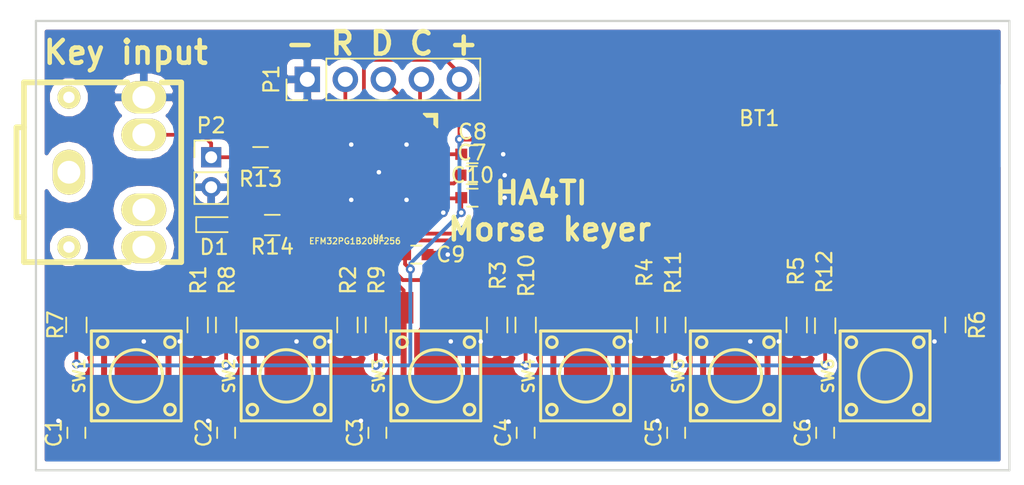
<source format=kicad_pcb>
(kicad_pcb (version 20170123) (host pcbnew "(2017-02-28 revision fd4e2b042)-makepkg")

  (general
    (links 91)
    (no_connects 1)
    (area 35.224999 -28.775001 100.375001 1.375001)
    (thickness 1.6)
    (drawings 6)
    (tracks 215)
    (zones 0)
    (modules 36)
    (nets 56)
  )

  (page A4)
  (layers
    (0 F.Cu signal)
    (31 B.Cu signal)
    (32 B.Adhes user)
    (33 F.Adhes user)
    (34 B.Paste user)
    (35 F.Paste user)
    (36 B.SilkS user)
    (37 F.SilkS user)
    (38 B.Mask user hide)
    (39 F.Mask user hide)
    (40 Dwgs.User user)
    (41 Cmts.User user)
    (42 Eco1.User user)
    (43 Eco2.User user)
    (44 Edge.Cuts user)
    (45 Margin user)
    (46 B.CrtYd user)
    (47 F.CrtYd user)
    (48 B.Fab user)
    (49 F.Fab user)
  )

  (setup
    (last_trace_width 0.25)
    (user_trace_width 0.254)
    (user_trace_width 0.3)
    (user_trace_width 0.4)
    (user_trace_width 0.5)
    (trace_clearance 0.2)
    (zone_clearance 0.508)
    (zone_45_only no)
    (trace_min 0.2)
    (segment_width 0.2)
    (edge_width 0.15)
    (via_size 0.6)
    (via_drill 0.3)
    (via_min_size 0.4)
    (via_min_drill 0.3)
    (uvia_size 0.3)
    (uvia_drill 0.1)
    (uvias_allowed no)
    (uvia_min_size 0.2)
    (uvia_min_drill 0.1)
    (pcb_text_width 0.3)
    (pcb_text_size 1.5 1.5)
    (mod_edge_width 0.15)
    (mod_text_size 1 1)
    (mod_text_width 0.15)
    (pad_size 1.524 1.524)
    (pad_drill 0.762)
    (pad_to_mask_clearance 0.2)
    (aux_axis_origin 0 0)
    (visible_elements 7FFFFFFF)
    (pcbplotparams
      (layerselection 0x00030_80000001)
      (usegerberextensions false)
      (excludeedgelayer true)
      (linewidth 0.100000)
      (plotframeref false)
      (viasonmask false)
      (mode 1)
      (useauxorigin false)
      (hpglpennumber 1)
      (hpglpenspeed 20)
      (hpglpendiameter 15)
      (psnegative false)
      (psa4output false)
      (plotreference true)
      (plotvalue true)
      (plotinvisibletext false)
      (padsonsilk false)
      (subtractmaskfromsilk false)
      (outputformat 1)
      (mirror false)
      (drillshape 1)
      (scaleselection 1)
      (outputdirectory ""))
  )

  (net 0 "")
  (net 1 /Button1)
  (net 2 GND)
  (net 3 /Button2)
  (net 4 /Button3)
  (net 5 /Button4)
  (net 6 /Button5)
  (net 7 /Button6)
  (net 8 "Net-(R1-Pad1)")
  (net 9 "Net-(R2-Pad1)")
  (net 10 "Net-(R3-Pad1)")
  (net 11 "Net-(R4-Pad1)")
  (net 12 "Net-(R5-Pad1)")
  (net 13 "Net-(R6-Pad1)")
  (net 14 +3V3)
  (net 15 "Net-(R13-Pad1)")
  (net 16 /Key)
  (net 17 /SWD)
  (net 18 "Net-(U1-Pad3)")
  (net 19 "Net-(U1-Pad4)")
  (net 20 "Net-(U1-Pad10)")
  (net 21 "Net-(U1-Pad11)")
  (net 22 /~RESET)
  (net 23 "Net-(U1-Pad13)")
  (net 24 "Net-(U1-Pad14)")
  (net 25 /SWC)
  (net 26 "Net-(U1-Pad15)")
  (net 27 "Net-(U1-Pad16)")
  (net 28 "Net-(U1-Pad20)")
  (net 29 "Net-(U1-Pad21)")
  (net 30 "Net-(U1-Pad22)")
  (net 31 "Net-(U1-Pad23)")
  (net 32 "Net-(U1-Pad24)")
  (net 33 "Net-(U1-Pad27)")
  (net 34 "Net-(U1-Pad28)")
  (net 35 "Net-(U1-Pad17)")
  (net 36 "Net-(U1-Pad33)")
  (net 37 "Net-(U1-Pad38)")
  (net 38 "Net-(C7-Pad1)")
  (net 39 "Net-(U1-Pad43)")
  (net 40 "Net-(U1-Pad44)")
  (net 41 "Net-(U1-Pad45)")
  (net 42 "Net-(U1-Pad46)")
  (net 43 "Net-(U1-Pad47)")
  (net 44 "Net-(U1-Pad48)")
  (net 45 "Net-(J1-Pad5)")
  (net 46 "Net-(J1-Pad3)")
  (net 47 "Net-(J1-Pad4)")
  (net 48 "Net-(U1-Pad5)")
  (net 49 "Net-(U1-Pad8)")
  (net 50 "Net-(U1-Pad25)")
  (net 51 "Net-(U1-Pad26)")
  (net 52 "Net-(U1-Pad6)")
  (net 53 "Net-(U1-Pad7)")
  (net 54 "Net-(D1-Pad2)")
  (net 55 "Net-(R14-Pad1)")

  (net_class Default "This is the default net class."
    (clearance 0.2)
    (trace_width 0.25)
    (via_dia 0.6)
    (via_drill 0.3)
    (uvia_dia 0.3)
    (uvia_drill 0.1)
    (add_net +3V3)
    (add_net /Button1)
    (add_net /Button2)
    (add_net /Button3)
    (add_net /Button4)
    (add_net /Button5)
    (add_net /Button6)
    (add_net /Key)
    (add_net /SWC)
    (add_net /SWD)
    (add_net /~RESET)
    (add_net GND)
    (add_net "Net-(C7-Pad1)")
    (add_net "Net-(D1-Pad2)")
    (add_net "Net-(J1-Pad3)")
    (add_net "Net-(J1-Pad4)")
    (add_net "Net-(J1-Pad5)")
    (add_net "Net-(R1-Pad1)")
    (add_net "Net-(R13-Pad1)")
    (add_net "Net-(R14-Pad1)")
    (add_net "Net-(R2-Pad1)")
    (add_net "Net-(R3-Pad1)")
    (add_net "Net-(R4-Pad1)")
    (add_net "Net-(R5-Pad1)")
    (add_net "Net-(R6-Pad1)")
    (add_net "Net-(U1-Pad10)")
    (add_net "Net-(U1-Pad11)")
    (add_net "Net-(U1-Pad13)")
    (add_net "Net-(U1-Pad14)")
    (add_net "Net-(U1-Pad15)")
    (add_net "Net-(U1-Pad16)")
    (add_net "Net-(U1-Pad17)")
    (add_net "Net-(U1-Pad20)")
    (add_net "Net-(U1-Pad21)")
    (add_net "Net-(U1-Pad22)")
    (add_net "Net-(U1-Pad23)")
    (add_net "Net-(U1-Pad24)")
    (add_net "Net-(U1-Pad25)")
    (add_net "Net-(U1-Pad26)")
    (add_net "Net-(U1-Pad27)")
    (add_net "Net-(U1-Pad28)")
    (add_net "Net-(U1-Pad3)")
    (add_net "Net-(U1-Pad33)")
    (add_net "Net-(U1-Pad38)")
    (add_net "Net-(U1-Pad4)")
    (add_net "Net-(U1-Pad43)")
    (add_net "Net-(U1-Pad44)")
    (add_net "Net-(U1-Pad45)")
    (add_net "Net-(U1-Pad46)")
    (add_net "Net-(U1-Pad47)")
    (add_net "Net-(U1-Pad48)")
    (add_net "Net-(U1-Pad5)")
    (add_net "Net-(U1-Pad6)")
    (add_net "Net-(U1-Pad7)")
    (add_net "Net-(U1-Pad8)")
  )

  (module Capacitors_SMD:C_0603 (layer F.Cu) (tedit 58AA844E) (tstamp 58B86650)
    (at 38 -1.2 90)
    (descr "Capacitor SMD 0603, reflow soldering, AVX (see smccp.pdf)")
    (tags "capacitor 0603")
    (path /58B80588)
    (attr smd)
    (fp_text reference C1 (at 0 -1.5 90) (layer F.SilkS)
      (effects (font (size 1 1) (thickness 0.15)))
    )
    (fp_text value 1n (at 0 1.5 90) (layer F.Fab)
      (effects (font (size 1 1) (thickness 0.15)))
    )
    (fp_text user %R (at 0 -1.5 90) (layer F.Fab)
      (effects (font (size 1 1) (thickness 0.15)))
    )
    (fp_line (start -0.8 0.4) (end -0.8 -0.4) (layer F.Fab) (width 0.1))
    (fp_line (start 0.8 0.4) (end -0.8 0.4) (layer F.Fab) (width 0.1))
    (fp_line (start 0.8 -0.4) (end 0.8 0.4) (layer F.Fab) (width 0.1))
    (fp_line (start -0.8 -0.4) (end 0.8 -0.4) (layer F.Fab) (width 0.1))
    (fp_line (start -0.35 -0.6) (end 0.35 -0.6) (layer F.SilkS) (width 0.12))
    (fp_line (start 0.35 0.6) (end -0.35 0.6) (layer F.SilkS) (width 0.12))
    (fp_line (start -1.4 -0.65) (end 1.4 -0.65) (layer F.CrtYd) (width 0.05))
    (fp_line (start -1.4 -0.65) (end -1.4 0.65) (layer F.CrtYd) (width 0.05))
    (fp_line (start 1.4 0.65) (end 1.4 -0.65) (layer F.CrtYd) (width 0.05))
    (fp_line (start 1.4 0.65) (end -1.4 0.65) (layer F.CrtYd) (width 0.05))
    (pad 1 smd rect (at -0.75 0 90) (size 0.8 0.75) (layers F.Cu F.Paste F.Mask)
      (net 1 /Button1))
    (pad 2 smd rect (at 0.75 0 90) (size 0.8 0.75) (layers F.Cu F.Paste F.Mask)
      (net 2 GND))
    (model Capacitors_SMD.3dshapes/C_0603.wrl
      (at (xyz 0 0 0))
      (scale (xyz 1 1 1))
      (rotate (xyz 0 0 0))
    )
  )

  (module Capacitors_SMD:C_0603 (layer F.Cu) (tedit 58AA844E) (tstamp 58B86661)
    (at 48 -1.2 90)
    (descr "Capacitor SMD 0603, reflow soldering, AVX (see smccp.pdf)")
    (tags "capacitor 0603")
    (path /58B80717)
    (attr smd)
    (fp_text reference C2 (at 0 -1.5 90) (layer F.SilkS)
      (effects (font (size 1 1) (thickness 0.15)))
    )
    (fp_text value 1n (at 0 1.5 90) (layer F.Fab)
      (effects (font (size 1 1) (thickness 0.15)))
    )
    (fp_text user %R (at 0 -1.5 90) (layer F.Fab)
      (effects (font (size 1 1) (thickness 0.15)))
    )
    (fp_line (start -0.8 0.4) (end -0.8 -0.4) (layer F.Fab) (width 0.1))
    (fp_line (start 0.8 0.4) (end -0.8 0.4) (layer F.Fab) (width 0.1))
    (fp_line (start 0.8 -0.4) (end 0.8 0.4) (layer F.Fab) (width 0.1))
    (fp_line (start -0.8 -0.4) (end 0.8 -0.4) (layer F.Fab) (width 0.1))
    (fp_line (start -0.35 -0.6) (end 0.35 -0.6) (layer F.SilkS) (width 0.12))
    (fp_line (start 0.35 0.6) (end -0.35 0.6) (layer F.SilkS) (width 0.12))
    (fp_line (start -1.4 -0.65) (end 1.4 -0.65) (layer F.CrtYd) (width 0.05))
    (fp_line (start -1.4 -0.65) (end -1.4 0.65) (layer F.CrtYd) (width 0.05))
    (fp_line (start 1.4 0.65) (end 1.4 -0.65) (layer F.CrtYd) (width 0.05))
    (fp_line (start 1.4 0.65) (end -1.4 0.65) (layer F.CrtYd) (width 0.05))
    (pad 1 smd rect (at -0.75 0 90) (size 0.8 0.75) (layers F.Cu F.Paste F.Mask)
      (net 3 /Button2))
    (pad 2 smd rect (at 0.75 0 90) (size 0.8 0.75) (layers F.Cu F.Paste F.Mask)
      (net 2 GND))
    (model Capacitors_SMD.3dshapes/C_0603.wrl
      (at (xyz 0 0 0))
      (scale (xyz 1 1 1))
      (rotate (xyz 0 0 0))
    )
  )

  (module Capacitors_SMD:C_0603 (layer F.Cu) (tedit 58AA844E) (tstamp 58B86672)
    (at 58.1 -1.2 90)
    (descr "Capacitor SMD 0603, reflow soldering, AVX (see smccp.pdf)")
    (tags "capacitor 0603")
    (path /58B80BB3)
    (attr smd)
    (fp_text reference C3 (at 0 -1.5 90) (layer F.SilkS)
      (effects (font (size 1 1) (thickness 0.15)))
    )
    (fp_text value 1n (at 0 1.5 90) (layer F.Fab)
      (effects (font (size 1 1) (thickness 0.15)))
    )
    (fp_text user %R (at 0 -1.5 90) (layer F.Fab)
      (effects (font (size 1 1) (thickness 0.15)))
    )
    (fp_line (start -0.8 0.4) (end -0.8 -0.4) (layer F.Fab) (width 0.1))
    (fp_line (start 0.8 0.4) (end -0.8 0.4) (layer F.Fab) (width 0.1))
    (fp_line (start 0.8 -0.4) (end 0.8 0.4) (layer F.Fab) (width 0.1))
    (fp_line (start -0.8 -0.4) (end 0.8 -0.4) (layer F.Fab) (width 0.1))
    (fp_line (start -0.35 -0.6) (end 0.35 -0.6) (layer F.SilkS) (width 0.12))
    (fp_line (start 0.35 0.6) (end -0.35 0.6) (layer F.SilkS) (width 0.12))
    (fp_line (start -1.4 -0.65) (end 1.4 -0.65) (layer F.CrtYd) (width 0.05))
    (fp_line (start -1.4 -0.65) (end -1.4 0.65) (layer F.CrtYd) (width 0.05))
    (fp_line (start 1.4 0.65) (end 1.4 -0.65) (layer F.CrtYd) (width 0.05))
    (fp_line (start 1.4 0.65) (end -1.4 0.65) (layer F.CrtYd) (width 0.05))
    (pad 1 smd rect (at -0.75 0 90) (size 0.8 0.75) (layers F.Cu F.Paste F.Mask)
      (net 4 /Button3))
    (pad 2 smd rect (at 0.75 0 90) (size 0.8 0.75) (layers F.Cu F.Paste F.Mask)
      (net 2 GND))
    (model Capacitors_SMD.3dshapes/C_0603.wrl
      (at (xyz 0 0 0))
      (scale (xyz 1 1 1))
      (rotate (xyz 0 0 0))
    )
  )

  (module Capacitors_SMD:C_0603 (layer F.Cu) (tedit 58AA844E) (tstamp 58B86683)
    (at 68 -1.2 90)
    (descr "Capacitor SMD 0603, reflow soldering, AVX (see smccp.pdf)")
    (tags "capacitor 0603")
    (path /58B80BE6)
    (attr smd)
    (fp_text reference C4 (at 0 -1.5 90) (layer F.SilkS)
      (effects (font (size 1 1) (thickness 0.15)))
    )
    (fp_text value 1n (at 0 1.5 90) (layer F.Fab)
      (effects (font (size 1 1) (thickness 0.15)))
    )
    (fp_text user %R (at 0 -1.5 90) (layer F.Fab)
      (effects (font (size 1 1) (thickness 0.15)))
    )
    (fp_line (start -0.8 0.4) (end -0.8 -0.4) (layer F.Fab) (width 0.1))
    (fp_line (start 0.8 0.4) (end -0.8 0.4) (layer F.Fab) (width 0.1))
    (fp_line (start 0.8 -0.4) (end 0.8 0.4) (layer F.Fab) (width 0.1))
    (fp_line (start -0.8 -0.4) (end 0.8 -0.4) (layer F.Fab) (width 0.1))
    (fp_line (start -0.35 -0.6) (end 0.35 -0.6) (layer F.SilkS) (width 0.12))
    (fp_line (start 0.35 0.6) (end -0.35 0.6) (layer F.SilkS) (width 0.12))
    (fp_line (start -1.4 -0.65) (end 1.4 -0.65) (layer F.CrtYd) (width 0.05))
    (fp_line (start -1.4 -0.65) (end -1.4 0.65) (layer F.CrtYd) (width 0.05))
    (fp_line (start 1.4 0.65) (end 1.4 -0.65) (layer F.CrtYd) (width 0.05))
    (fp_line (start 1.4 0.65) (end -1.4 0.65) (layer F.CrtYd) (width 0.05))
    (pad 1 smd rect (at -0.75 0 90) (size 0.8 0.75) (layers F.Cu F.Paste F.Mask)
      (net 5 /Button4))
    (pad 2 smd rect (at 0.75 0 90) (size 0.8 0.75) (layers F.Cu F.Paste F.Mask)
      (net 2 GND))
    (model Capacitors_SMD.3dshapes/C_0603.wrl
      (at (xyz 0 0 0))
      (scale (xyz 1 1 1))
      (rotate (xyz 0 0 0))
    )
  )

  (module Capacitors_SMD:C_0603 (layer F.Cu) (tedit 58AA844E) (tstamp 58B86694)
    (at 78.05 -1.2 90)
    (descr "Capacitor SMD 0603, reflow soldering, AVX (see smccp.pdf)")
    (tags "capacitor 0603")
    (path /58B80E83)
    (attr smd)
    (fp_text reference C5 (at 0 -1.5 90) (layer F.SilkS)
      (effects (font (size 1 1) (thickness 0.15)))
    )
    (fp_text value 1n (at 0 1.5 90) (layer F.Fab)
      (effects (font (size 1 1) (thickness 0.15)))
    )
    (fp_text user %R (at 0 -1.5 90) (layer F.Fab)
      (effects (font (size 1 1) (thickness 0.15)))
    )
    (fp_line (start -0.8 0.4) (end -0.8 -0.4) (layer F.Fab) (width 0.1))
    (fp_line (start 0.8 0.4) (end -0.8 0.4) (layer F.Fab) (width 0.1))
    (fp_line (start 0.8 -0.4) (end 0.8 0.4) (layer F.Fab) (width 0.1))
    (fp_line (start -0.8 -0.4) (end 0.8 -0.4) (layer F.Fab) (width 0.1))
    (fp_line (start -0.35 -0.6) (end 0.35 -0.6) (layer F.SilkS) (width 0.12))
    (fp_line (start 0.35 0.6) (end -0.35 0.6) (layer F.SilkS) (width 0.12))
    (fp_line (start -1.4 -0.65) (end 1.4 -0.65) (layer F.CrtYd) (width 0.05))
    (fp_line (start -1.4 -0.65) (end -1.4 0.65) (layer F.CrtYd) (width 0.05))
    (fp_line (start 1.4 0.65) (end 1.4 -0.65) (layer F.CrtYd) (width 0.05))
    (fp_line (start 1.4 0.65) (end -1.4 0.65) (layer F.CrtYd) (width 0.05))
    (pad 1 smd rect (at -0.75 0 90) (size 0.8 0.75) (layers F.Cu F.Paste F.Mask)
      (net 6 /Button5))
    (pad 2 smd rect (at 0.75 0 90) (size 0.8 0.75) (layers F.Cu F.Paste F.Mask)
      (net 2 GND))
    (model Capacitors_SMD.3dshapes/C_0603.wrl
      (at (xyz 0 0 0))
      (scale (xyz 1 1 1))
      (rotate (xyz 0 0 0))
    )
  )

  (module Capacitors_SMD:C_0603 (layer F.Cu) (tedit 58AA844E) (tstamp 58B866A5)
    (at 88 -1.2 90)
    (descr "Capacitor SMD 0603, reflow soldering, AVX (see smccp.pdf)")
    (tags "capacitor 0603")
    (path /58B80EB6)
    (attr smd)
    (fp_text reference C6 (at 0 -1.5 90) (layer F.SilkS)
      (effects (font (size 1 1) (thickness 0.15)))
    )
    (fp_text value 1n (at 0 1.5 90) (layer F.Fab)
      (effects (font (size 1 1) (thickness 0.15)))
    )
    (fp_text user %R (at 0 -1.5 90) (layer F.Fab)
      (effects (font (size 1 1) (thickness 0.15)))
    )
    (fp_line (start -0.8 0.4) (end -0.8 -0.4) (layer F.Fab) (width 0.1))
    (fp_line (start 0.8 0.4) (end -0.8 0.4) (layer F.Fab) (width 0.1))
    (fp_line (start 0.8 -0.4) (end 0.8 0.4) (layer F.Fab) (width 0.1))
    (fp_line (start -0.8 -0.4) (end 0.8 -0.4) (layer F.Fab) (width 0.1))
    (fp_line (start -0.35 -0.6) (end 0.35 -0.6) (layer F.SilkS) (width 0.12))
    (fp_line (start 0.35 0.6) (end -0.35 0.6) (layer F.SilkS) (width 0.12))
    (fp_line (start -1.4 -0.65) (end 1.4 -0.65) (layer F.CrtYd) (width 0.05))
    (fp_line (start -1.4 -0.65) (end -1.4 0.65) (layer F.CrtYd) (width 0.05))
    (fp_line (start 1.4 0.65) (end 1.4 -0.65) (layer F.CrtYd) (width 0.05))
    (fp_line (start 1.4 0.65) (end -1.4 0.65) (layer F.CrtYd) (width 0.05))
    (pad 1 smd rect (at -0.75 0 90) (size 0.8 0.75) (layers F.Cu F.Paste F.Mask)
      (net 7 /Button6))
    (pad 2 smd rect (at 0.75 0 90) (size 0.8 0.75) (layers F.Cu F.Paste F.Mask)
      (net 2 GND))
    (model Capacitors_SMD.3dshapes/C_0603.wrl
      (at (xyz 0 0 0))
      (scale (xyz 1 1 1))
      (rotate (xyz 0 0 0))
    )
  )

  (module Resistors_SMD:R_0603_HandSoldering (layer F.Cu) (tedit 58AAD9E8) (tstamp 58B866B6)
    (at 46.1 -8.4 270)
    (descr "Resistor SMD 0603, hand soldering")
    (tags "resistor 0603")
    (path /58B803E0)
    (attr smd)
    (fp_text reference R1 (at -3 -0.05 270) (layer F.SilkS)
      (effects (font (size 1 1) (thickness 0.15)))
    )
    (fp_text value 100R (at 0 1.55 270) (layer F.Fab)
      (effects (font (size 1 1) (thickness 0.15)))
    )
    (fp_text user %R (at -2.9 0 270) (layer F.Fab)
      (effects (font (size 1 1) (thickness 0.15)))
    )
    (fp_line (start -0.8 0.4) (end -0.8 -0.4) (layer F.Fab) (width 0.1))
    (fp_line (start 0.8 0.4) (end -0.8 0.4) (layer F.Fab) (width 0.1))
    (fp_line (start 0.8 -0.4) (end 0.8 0.4) (layer F.Fab) (width 0.1))
    (fp_line (start -0.8 -0.4) (end 0.8 -0.4) (layer F.Fab) (width 0.1))
    (fp_line (start 0.5 0.68) (end -0.5 0.68) (layer F.SilkS) (width 0.12))
    (fp_line (start -0.5 -0.68) (end 0.5 -0.68) (layer F.SilkS) (width 0.12))
    (fp_line (start -1.96 -0.7) (end 1.95 -0.7) (layer F.CrtYd) (width 0.05))
    (fp_line (start -1.96 -0.7) (end -1.96 0.7) (layer F.CrtYd) (width 0.05))
    (fp_line (start 1.95 0.7) (end 1.95 -0.7) (layer F.CrtYd) (width 0.05))
    (fp_line (start 1.95 0.7) (end -1.96 0.7) (layer F.CrtYd) (width 0.05))
    (pad 1 smd rect (at -1.1 0 270) (size 1.2 0.9) (layers F.Cu F.Paste F.Mask)
      (net 8 "Net-(R1-Pad1)"))
    (pad 2 smd rect (at 1.1 0 270) (size 1.2 0.9) (layers F.Cu F.Paste F.Mask)
      (net 2 GND))
    (model Resistors_SMD.3dshapes/R_0603.wrl
      (at (xyz 0 0 0))
      (scale (xyz 1 1 1))
      (rotate (xyz 0 0 0))
    )
  )

  (module Resistors_SMD:R_0603_HandSoldering (layer F.Cu) (tedit 58AAD9E8) (tstamp 58B866C7)
    (at 56.1 -8.4 270)
    (descr "Resistor SMD 0603, hand soldering")
    (tags "resistor 0603")
    (path /58B806FC)
    (attr smd)
    (fp_text reference R2 (at -3 -0.05 270) (layer F.SilkS)
      (effects (font (size 1 1) (thickness 0.15)))
    )
    (fp_text value 100R (at 0 1.55 270) (layer F.Fab)
      (effects (font (size 1 1) (thickness 0.15)))
    )
    (fp_text user %R (at -3.5 -0.05 270) (layer F.Fab)
      (effects (font (size 1 1) (thickness 0.15)))
    )
    (fp_line (start -0.8 0.4) (end -0.8 -0.4) (layer F.Fab) (width 0.1))
    (fp_line (start 0.8 0.4) (end -0.8 0.4) (layer F.Fab) (width 0.1))
    (fp_line (start 0.8 -0.4) (end 0.8 0.4) (layer F.Fab) (width 0.1))
    (fp_line (start -0.8 -0.4) (end 0.8 -0.4) (layer F.Fab) (width 0.1))
    (fp_line (start 0.5 0.68) (end -0.5 0.68) (layer F.SilkS) (width 0.12))
    (fp_line (start -0.5 -0.68) (end 0.5 -0.68) (layer F.SilkS) (width 0.12))
    (fp_line (start -1.96 -0.7) (end 1.95 -0.7) (layer F.CrtYd) (width 0.05))
    (fp_line (start -1.96 -0.7) (end -1.96 0.7) (layer F.CrtYd) (width 0.05))
    (fp_line (start 1.95 0.7) (end 1.95 -0.7) (layer F.CrtYd) (width 0.05))
    (fp_line (start 1.95 0.7) (end -1.96 0.7) (layer F.CrtYd) (width 0.05))
    (pad 1 smd rect (at -1.1 0 270) (size 1.2 0.9) (layers F.Cu F.Paste F.Mask)
      (net 9 "Net-(R2-Pad1)"))
    (pad 2 smd rect (at 1.1 0 270) (size 1.2 0.9) (layers F.Cu F.Paste F.Mask)
      (net 2 GND))
    (model Resistors_SMD.3dshapes/R_0603.wrl
      (at (xyz 0 0 0))
      (scale (xyz 1 1 1))
      (rotate (xyz 0 0 0))
    )
  )

  (module Resistors_SMD:R_0603_HandSoldering (layer F.Cu) (tedit 58AAD9E8) (tstamp 58B866D8)
    (at 66.1 -8.4 270)
    (descr "Resistor SMD 0603, hand soldering")
    (tags "resistor 0603")
    (path /58B80B96)
    (attr smd)
    (fp_text reference R3 (at -3.3 -0.05 270) (layer F.SilkS)
      (effects (font (size 1 1) (thickness 0.15)))
    )
    (fp_text value 100R (at 0 1.55 270) (layer F.Fab)
      (effects (font (size 1 1) (thickness 0.15)))
    )
    (fp_text user %R (at -3.5 0.05 270) (layer F.Fab)
      (effects (font (size 1 1) (thickness 0.15)))
    )
    (fp_line (start -0.8 0.4) (end -0.8 -0.4) (layer F.Fab) (width 0.1))
    (fp_line (start 0.8 0.4) (end -0.8 0.4) (layer F.Fab) (width 0.1))
    (fp_line (start 0.8 -0.4) (end 0.8 0.4) (layer F.Fab) (width 0.1))
    (fp_line (start -0.8 -0.4) (end 0.8 -0.4) (layer F.Fab) (width 0.1))
    (fp_line (start 0.5 0.68) (end -0.5 0.68) (layer F.SilkS) (width 0.12))
    (fp_line (start -0.5 -0.68) (end 0.5 -0.68) (layer F.SilkS) (width 0.12))
    (fp_line (start -1.96 -0.7) (end 1.95 -0.7) (layer F.CrtYd) (width 0.05))
    (fp_line (start -1.96 -0.7) (end -1.96 0.7) (layer F.CrtYd) (width 0.05))
    (fp_line (start 1.95 0.7) (end 1.95 -0.7) (layer F.CrtYd) (width 0.05))
    (fp_line (start 1.95 0.7) (end -1.96 0.7) (layer F.CrtYd) (width 0.05))
    (pad 1 smd rect (at -1.1 0 270) (size 1.2 0.9) (layers F.Cu F.Paste F.Mask)
      (net 10 "Net-(R3-Pad1)"))
    (pad 2 smd rect (at 1.1 0 270) (size 1.2 0.9) (layers F.Cu F.Paste F.Mask)
      (net 2 GND))
    (model Resistors_SMD.3dshapes/R_0603.wrl
      (at (xyz 0 0 0))
      (scale (xyz 1 1 1))
      (rotate (xyz 0 0 0))
    )
  )

  (module Resistors_SMD:R_0603_HandSoldering (layer F.Cu) (tedit 58AAD9E8) (tstamp 58B866E9)
    (at 76.1 -8.4 270)
    (descr "Resistor SMD 0603, hand soldering")
    (tags "resistor 0603")
    (path /58B80BC9)
    (attr smd)
    (fp_text reference R4 (at -3.5 0.15 270) (layer F.SilkS)
      (effects (font (size 1 1) (thickness 0.15)))
    )
    (fp_text value 100R (at 0 1.55 270) (layer F.Fab)
      (effects (font (size 1 1) (thickness 0.15)))
    )
    (fp_text user %R (at -3.5 -0.05 270) (layer F.Fab)
      (effects (font (size 1 1) (thickness 0.15)))
    )
    (fp_line (start -0.8 0.4) (end -0.8 -0.4) (layer F.Fab) (width 0.1))
    (fp_line (start 0.8 0.4) (end -0.8 0.4) (layer F.Fab) (width 0.1))
    (fp_line (start 0.8 -0.4) (end 0.8 0.4) (layer F.Fab) (width 0.1))
    (fp_line (start -0.8 -0.4) (end 0.8 -0.4) (layer F.Fab) (width 0.1))
    (fp_line (start 0.5 0.68) (end -0.5 0.68) (layer F.SilkS) (width 0.12))
    (fp_line (start -0.5 -0.68) (end 0.5 -0.68) (layer F.SilkS) (width 0.12))
    (fp_line (start -1.96 -0.7) (end 1.95 -0.7) (layer F.CrtYd) (width 0.05))
    (fp_line (start -1.96 -0.7) (end -1.96 0.7) (layer F.CrtYd) (width 0.05))
    (fp_line (start 1.95 0.7) (end 1.95 -0.7) (layer F.CrtYd) (width 0.05))
    (fp_line (start 1.95 0.7) (end -1.96 0.7) (layer F.CrtYd) (width 0.05))
    (pad 1 smd rect (at -1.1 0 270) (size 1.2 0.9) (layers F.Cu F.Paste F.Mask)
      (net 11 "Net-(R4-Pad1)"))
    (pad 2 smd rect (at 1.1 0 270) (size 1.2 0.9) (layers F.Cu F.Paste F.Mask)
      (net 2 GND))
    (model Resistors_SMD.3dshapes/R_0603.wrl
      (at (xyz 0 0 0))
      (scale (xyz 1 1 1))
      (rotate (xyz 0 0 0))
    )
  )

  (module Resistors_SMD:R_0603_HandSoldering (layer F.Cu) (tedit 58AAD9E8) (tstamp 58B866FA)
    (at 86.1 -8.4 270)
    (descr "Resistor SMD 0603, hand soldering")
    (tags "resistor 0603")
    (path /58B80E66)
    (attr smd)
    (fp_text reference R5 (at -3.6 0.05 270) (layer F.SilkS)
      (effects (font (size 1 1) (thickness 0.15)))
    )
    (fp_text value 100R (at 0 1.55 270) (layer F.Fab)
      (effects (font (size 1 1) (thickness 0.15)))
    )
    (fp_text user %R (at -3.7 0.05 270) (layer F.Fab)
      (effects (font (size 1 1) (thickness 0.15)))
    )
    (fp_line (start -0.8 0.4) (end -0.8 -0.4) (layer F.Fab) (width 0.1))
    (fp_line (start 0.8 0.4) (end -0.8 0.4) (layer F.Fab) (width 0.1))
    (fp_line (start 0.8 -0.4) (end 0.8 0.4) (layer F.Fab) (width 0.1))
    (fp_line (start -0.8 -0.4) (end 0.8 -0.4) (layer F.Fab) (width 0.1))
    (fp_line (start 0.5 0.68) (end -0.5 0.68) (layer F.SilkS) (width 0.12))
    (fp_line (start -0.5 -0.68) (end 0.5 -0.68) (layer F.SilkS) (width 0.12))
    (fp_line (start -1.96 -0.7) (end 1.95 -0.7) (layer F.CrtYd) (width 0.05))
    (fp_line (start -1.96 -0.7) (end -1.96 0.7) (layer F.CrtYd) (width 0.05))
    (fp_line (start 1.95 0.7) (end 1.95 -0.7) (layer F.CrtYd) (width 0.05))
    (fp_line (start 1.95 0.7) (end -1.96 0.7) (layer F.CrtYd) (width 0.05))
    (pad 1 smd rect (at -1.1 0 270) (size 1.2 0.9) (layers F.Cu F.Paste F.Mask)
      (net 12 "Net-(R5-Pad1)"))
    (pad 2 smd rect (at 1.1 0 270) (size 1.2 0.9) (layers F.Cu F.Paste F.Mask)
      (net 2 GND))
    (model Resistors_SMD.3dshapes/R_0603.wrl
      (at (xyz 0 0 0))
      (scale (xyz 1 1 1))
      (rotate (xyz 0 0 0))
    )
  )

  (module Resistors_SMD:R_0603_HandSoldering (layer F.Cu) (tedit 58AAD9E8) (tstamp 58B8670B)
    (at 96.7 -8.4 270)
    (descr "Resistor SMD 0603, hand soldering")
    (tags "resistor 0603")
    (path /58B80E99)
    (attr smd)
    (fp_text reference R6 (at 0 -1.45 270) (layer F.SilkS)
      (effects (font (size 1 1) (thickness 0.15)))
    )
    (fp_text value 100R (at 0 1.55 270) (layer F.Fab)
      (effects (font (size 1 1) (thickness 0.15)))
    )
    (fp_text user %R (at 0 -1.45 270) (layer F.Fab)
      (effects (font (size 1 1) (thickness 0.15)))
    )
    (fp_line (start -0.8 0.4) (end -0.8 -0.4) (layer F.Fab) (width 0.1))
    (fp_line (start 0.8 0.4) (end -0.8 0.4) (layer F.Fab) (width 0.1))
    (fp_line (start 0.8 -0.4) (end 0.8 0.4) (layer F.Fab) (width 0.1))
    (fp_line (start -0.8 -0.4) (end 0.8 -0.4) (layer F.Fab) (width 0.1))
    (fp_line (start 0.5 0.68) (end -0.5 0.68) (layer F.SilkS) (width 0.12))
    (fp_line (start -0.5 -0.68) (end 0.5 -0.68) (layer F.SilkS) (width 0.12))
    (fp_line (start -1.96 -0.7) (end 1.95 -0.7) (layer F.CrtYd) (width 0.05))
    (fp_line (start -1.96 -0.7) (end -1.96 0.7) (layer F.CrtYd) (width 0.05))
    (fp_line (start 1.95 0.7) (end 1.95 -0.7) (layer F.CrtYd) (width 0.05))
    (fp_line (start 1.95 0.7) (end -1.96 0.7) (layer F.CrtYd) (width 0.05))
    (pad 1 smd rect (at -1.1 0 270) (size 1.2 0.9) (layers F.Cu F.Paste F.Mask)
      (net 13 "Net-(R6-Pad1)"))
    (pad 2 smd rect (at 1.1 0 270) (size 1.2 0.9) (layers F.Cu F.Paste F.Mask)
      (net 2 GND))
    (model Resistors_SMD.3dshapes/R_0603.wrl
      (at (xyz 0 0 0))
      (scale (xyz 1 1 1))
      (rotate (xyz 0 0 0))
    )
  )

  (module Resistors_SMD:R_0603_HandSoldering (layer F.Cu) (tedit 58AAD9E8) (tstamp 58B8671C)
    (at 38 -8.4 270)
    (descr "Resistor SMD 0603, hand soldering")
    (tags "resistor 0603")
    (path /58B80483)
    (attr smd)
    (fp_text reference R7 (at 0 1.4 270) (layer F.SilkS)
      (effects (font (size 1 1) (thickness 0.15)))
    )
    (fp_text value 1M (at 0 1.55 270) (layer F.Fab)
      (effects (font (size 1 1) (thickness 0.15)))
    )
    (fp_text user %R (at -0.1 1.3 270) (layer F.Fab)
      (effects (font (size 1 1) (thickness 0.15)))
    )
    (fp_line (start -0.8 0.4) (end -0.8 -0.4) (layer F.Fab) (width 0.1))
    (fp_line (start 0.8 0.4) (end -0.8 0.4) (layer F.Fab) (width 0.1))
    (fp_line (start 0.8 -0.4) (end 0.8 0.4) (layer F.Fab) (width 0.1))
    (fp_line (start -0.8 -0.4) (end 0.8 -0.4) (layer F.Fab) (width 0.1))
    (fp_line (start 0.5 0.68) (end -0.5 0.68) (layer F.SilkS) (width 0.12))
    (fp_line (start -0.5 -0.68) (end 0.5 -0.68) (layer F.SilkS) (width 0.12))
    (fp_line (start -1.96 -0.7) (end 1.95 -0.7) (layer F.CrtYd) (width 0.05))
    (fp_line (start -1.96 -0.7) (end -1.96 0.7) (layer F.CrtYd) (width 0.05))
    (fp_line (start 1.95 0.7) (end 1.95 -0.7) (layer F.CrtYd) (width 0.05))
    (fp_line (start 1.95 0.7) (end -1.96 0.7) (layer F.CrtYd) (width 0.05))
    (pad 1 smd rect (at -1.1 0 270) (size 1.2 0.9) (layers F.Cu F.Paste F.Mask)
      (net 1 /Button1))
    (pad 2 smd rect (at 1.1 0 270) (size 1.2 0.9) (layers F.Cu F.Paste F.Mask)
      (net 14 +3V3))
    (model Resistors_SMD.3dshapes/R_0603.wrl
      (at (xyz 0 0 0))
      (scale (xyz 1 1 1))
      (rotate (xyz 0 0 0))
    )
  )

  (module Resistors_SMD:R_0603_HandSoldering (layer F.Cu) (tedit 58AAD9E8) (tstamp 58B8672D)
    (at 48 -8.4 270)
    (descr "Resistor SMD 0603, hand soldering")
    (tags "resistor 0603")
    (path /58B80709)
    (attr smd)
    (fp_text reference R8 (at -3 -0.05 270) (layer F.SilkS)
      (effects (font (size 1 1) (thickness 0.15)))
    )
    (fp_text value 1M (at 0 1.55 270) (layer F.Fab)
      (effects (font (size 1 1) (thickness 0.15)))
    )
    (fp_text user %R (at -2.9 0.1 270) (layer F.Fab)
      (effects (font (size 1 1) (thickness 0.15)))
    )
    (fp_line (start -0.8 0.4) (end -0.8 -0.4) (layer F.Fab) (width 0.1))
    (fp_line (start 0.8 0.4) (end -0.8 0.4) (layer F.Fab) (width 0.1))
    (fp_line (start 0.8 -0.4) (end 0.8 0.4) (layer F.Fab) (width 0.1))
    (fp_line (start -0.8 -0.4) (end 0.8 -0.4) (layer F.Fab) (width 0.1))
    (fp_line (start 0.5 0.68) (end -0.5 0.68) (layer F.SilkS) (width 0.12))
    (fp_line (start -0.5 -0.68) (end 0.5 -0.68) (layer F.SilkS) (width 0.12))
    (fp_line (start -1.96 -0.7) (end 1.95 -0.7) (layer F.CrtYd) (width 0.05))
    (fp_line (start -1.96 -0.7) (end -1.96 0.7) (layer F.CrtYd) (width 0.05))
    (fp_line (start 1.95 0.7) (end 1.95 -0.7) (layer F.CrtYd) (width 0.05))
    (fp_line (start 1.95 0.7) (end -1.96 0.7) (layer F.CrtYd) (width 0.05))
    (pad 1 smd rect (at -1.1 0 270) (size 1.2 0.9) (layers F.Cu F.Paste F.Mask)
      (net 3 /Button2))
    (pad 2 smd rect (at 1.1 0 270) (size 1.2 0.9) (layers F.Cu F.Paste F.Mask)
      (net 14 +3V3))
    (model Resistors_SMD.3dshapes/R_0603.wrl
      (at (xyz 0 0 0))
      (scale (xyz 1 1 1))
      (rotate (xyz 0 0 0))
    )
  )

  (module Resistors_SMD:R_0603_HandSoldering (layer F.Cu) (tedit 58AAD9E8) (tstamp 58B8673E)
    (at 58 -8.4 270)
    (descr "Resistor SMD 0603, hand soldering")
    (tags "resistor 0603")
    (path /58B80BA4)
    (attr smd)
    (fp_text reference R9 (at -3 -0.05 270) (layer F.SilkS)
      (effects (font (size 1 1) (thickness 0.15)))
    )
    (fp_text value 1M (at 0 1.55 270) (layer F.Fab)
      (effects (font (size 1 1) (thickness 0.15)))
    )
    (fp_text user %R (at -3.5 -0.05 270) (layer F.Fab)
      (effects (font (size 1 1) (thickness 0.15)))
    )
    (fp_line (start -0.8 0.4) (end -0.8 -0.4) (layer F.Fab) (width 0.1))
    (fp_line (start 0.8 0.4) (end -0.8 0.4) (layer F.Fab) (width 0.1))
    (fp_line (start 0.8 -0.4) (end 0.8 0.4) (layer F.Fab) (width 0.1))
    (fp_line (start -0.8 -0.4) (end 0.8 -0.4) (layer F.Fab) (width 0.1))
    (fp_line (start 0.5 0.68) (end -0.5 0.68) (layer F.SilkS) (width 0.12))
    (fp_line (start -0.5 -0.68) (end 0.5 -0.68) (layer F.SilkS) (width 0.12))
    (fp_line (start -1.96 -0.7) (end 1.95 -0.7) (layer F.CrtYd) (width 0.05))
    (fp_line (start -1.96 -0.7) (end -1.96 0.7) (layer F.CrtYd) (width 0.05))
    (fp_line (start 1.95 0.7) (end 1.95 -0.7) (layer F.CrtYd) (width 0.05))
    (fp_line (start 1.95 0.7) (end -1.96 0.7) (layer F.CrtYd) (width 0.05))
    (pad 1 smd rect (at -1.1 0 270) (size 1.2 0.9) (layers F.Cu F.Paste F.Mask)
      (net 4 /Button3))
    (pad 2 smd rect (at 1.1 0 270) (size 1.2 0.9) (layers F.Cu F.Paste F.Mask)
      (net 14 +3V3))
    (model Resistors_SMD.3dshapes/R_0603.wrl
      (at (xyz 0 0 0))
      (scale (xyz 1 1 1))
      (rotate (xyz 0 0 0))
    )
  )

  (module Resistors_SMD:R_0603_HandSoldering (layer F.Cu) (tedit 58AAD9E8) (tstamp 58B8674F)
    (at 68 -8.4 270)
    (descr "Resistor SMD 0603, hand soldering")
    (tags "resistor 0603")
    (path /58B80BD7)
    (attr smd)
    (fp_text reference R10 (at -3.3 -0.05 270) (layer F.SilkS)
      (effects (font (size 1 1) (thickness 0.15)))
    )
    (fp_text value 1M (at 0 1.55 270) (layer F.Fab)
      (effects (font (size 1 1) (thickness 0.15)))
    )
    (fp_text user %R (at -3.5 0.05 270) (layer F.Fab)
      (effects (font (size 1 1) (thickness 0.15)))
    )
    (fp_line (start -0.8 0.4) (end -0.8 -0.4) (layer F.Fab) (width 0.1))
    (fp_line (start 0.8 0.4) (end -0.8 0.4) (layer F.Fab) (width 0.1))
    (fp_line (start 0.8 -0.4) (end 0.8 0.4) (layer F.Fab) (width 0.1))
    (fp_line (start -0.8 -0.4) (end 0.8 -0.4) (layer F.Fab) (width 0.1))
    (fp_line (start 0.5 0.68) (end -0.5 0.68) (layer F.SilkS) (width 0.12))
    (fp_line (start -0.5 -0.68) (end 0.5 -0.68) (layer F.SilkS) (width 0.12))
    (fp_line (start -1.96 -0.7) (end 1.95 -0.7) (layer F.CrtYd) (width 0.05))
    (fp_line (start -1.96 -0.7) (end -1.96 0.7) (layer F.CrtYd) (width 0.05))
    (fp_line (start 1.95 0.7) (end 1.95 -0.7) (layer F.CrtYd) (width 0.05))
    (fp_line (start 1.95 0.7) (end -1.96 0.7) (layer F.CrtYd) (width 0.05))
    (pad 1 smd rect (at -1.1 0 270) (size 1.2 0.9) (layers F.Cu F.Paste F.Mask)
      (net 5 /Button4))
    (pad 2 smd rect (at 1.1 0 270) (size 1.2 0.9) (layers F.Cu F.Paste F.Mask)
      (net 14 +3V3))
    (model Resistors_SMD.3dshapes/R_0603.wrl
      (at (xyz 0 0 0))
      (scale (xyz 1 1 1))
      (rotate (xyz 0 0 0))
    )
  )

  (module Resistors_SMD:R_0603_HandSoldering (layer F.Cu) (tedit 58AAD9E8) (tstamp 58B86760)
    (at 78 -8.4 270)
    (descr "Resistor SMD 0603, hand soldering")
    (tags "resistor 0603")
    (path /58B80E74)
    (attr smd)
    (fp_text reference R11 (at -3.5 0.15 270) (layer F.SilkS)
      (effects (font (size 1 1) (thickness 0.15)))
    )
    (fp_text value 1M (at 0 1.55 270) (layer F.Fab)
      (effects (font (size 1 1) (thickness 0.15)))
    )
    (fp_text user %R (at -3.5 -0.05 270) (layer F.Fab)
      (effects (font (size 1 1) (thickness 0.15)))
    )
    (fp_line (start -0.8 0.4) (end -0.8 -0.4) (layer F.Fab) (width 0.1))
    (fp_line (start 0.8 0.4) (end -0.8 0.4) (layer F.Fab) (width 0.1))
    (fp_line (start 0.8 -0.4) (end 0.8 0.4) (layer F.Fab) (width 0.1))
    (fp_line (start -0.8 -0.4) (end 0.8 -0.4) (layer F.Fab) (width 0.1))
    (fp_line (start 0.5 0.68) (end -0.5 0.68) (layer F.SilkS) (width 0.12))
    (fp_line (start -0.5 -0.68) (end 0.5 -0.68) (layer F.SilkS) (width 0.12))
    (fp_line (start -1.96 -0.7) (end 1.95 -0.7) (layer F.CrtYd) (width 0.05))
    (fp_line (start -1.96 -0.7) (end -1.96 0.7) (layer F.CrtYd) (width 0.05))
    (fp_line (start 1.95 0.7) (end 1.95 -0.7) (layer F.CrtYd) (width 0.05))
    (fp_line (start 1.95 0.7) (end -1.96 0.7) (layer F.CrtYd) (width 0.05))
    (pad 1 smd rect (at -1.1 0 270) (size 1.2 0.9) (layers F.Cu F.Paste F.Mask)
      (net 6 /Button5))
    (pad 2 smd rect (at 1.1 0 270) (size 1.2 0.9) (layers F.Cu F.Paste F.Mask)
      (net 14 +3V3))
    (model Resistors_SMD.3dshapes/R_0603.wrl
      (at (xyz 0 0 0))
      (scale (xyz 1 1 1))
      (rotate (xyz 0 0 0))
    )
  )

  (module Resistors_SMD:R_0603_HandSoldering (layer F.Cu) (tedit 58AAD9E8) (tstamp 58B86771)
    (at 88 -8.35 270)
    (descr "Resistor SMD 0603, hand soldering")
    (tags "resistor 0603")
    (path /58B80EA7)
    (attr smd)
    (fp_text reference R12 (at -3.6 0.05 270) (layer F.SilkS)
      (effects (font (size 1 1) (thickness 0.15)))
    )
    (fp_text value 1M (at 0 1.55 270) (layer F.Fab)
      (effects (font (size 1 1) (thickness 0.15)))
    )
    (fp_text user %R (at -3.7 0.05 270) (layer F.Fab)
      (effects (font (size 1 1) (thickness 0.15)))
    )
    (fp_line (start -0.8 0.4) (end -0.8 -0.4) (layer F.Fab) (width 0.1))
    (fp_line (start 0.8 0.4) (end -0.8 0.4) (layer F.Fab) (width 0.1))
    (fp_line (start 0.8 -0.4) (end 0.8 0.4) (layer F.Fab) (width 0.1))
    (fp_line (start -0.8 -0.4) (end 0.8 -0.4) (layer F.Fab) (width 0.1))
    (fp_line (start 0.5 0.68) (end -0.5 0.68) (layer F.SilkS) (width 0.12))
    (fp_line (start -0.5 -0.68) (end 0.5 -0.68) (layer F.SilkS) (width 0.12))
    (fp_line (start -1.96 -0.7) (end 1.95 -0.7) (layer F.CrtYd) (width 0.05))
    (fp_line (start -1.96 -0.7) (end -1.96 0.7) (layer F.CrtYd) (width 0.05))
    (fp_line (start 1.95 0.7) (end 1.95 -0.7) (layer F.CrtYd) (width 0.05))
    (fp_line (start 1.95 0.7) (end -1.96 0.7) (layer F.CrtYd) (width 0.05))
    (pad 1 smd rect (at -1.1 0 270) (size 1.2 0.9) (layers F.Cu F.Paste F.Mask)
      (net 7 /Button6))
    (pad 2 smd rect (at 1.1 0 270) (size 1.2 0.9) (layers F.Cu F.Paste F.Mask)
      (net 14 +3V3))
    (model Resistors_SMD.3dshapes/R_0603.wrl
      (at (xyz 0 0 0))
      (scale (xyz 1 1 1))
      (rotate (xyz 0 0 0))
    )
  )

  (module Resistors_SMD:R_0603_HandSoldering (layer F.Cu) (tedit 58AAD9E8) (tstamp 58B86782)
    (at 50.3 -19.6 180)
    (descr "Resistor SMD 0603, hand soldering")
    (tags "resistor 0603")
    (path /58B829E7)
    (attr smd)
    (fp_text reference R13 (at 0 -1.45 180) (layer F.SilkS)
      (effects (font (size 1 1) (thickness 0.15)))
    )
    (fp_text value 1k (at 0 1.55 180) (layer F.Fab)
      (effects (font (size 1 1) (thickness 0.15)))
    )
    (fp_text user %R (at 0 -1.45 180) (layer F.Fab)
      (effects (font (size 1 1) (thickness 0.15)))
    )
    (fp_line (start -0.8 0.4) (end -0.8 -0.4) (layer F.Fab) (width 0.1))
    (fp_line (start 0.8 0.4) (end -0.8 0.4) (layer F.Fab) (width 0.1))
    (fp_line (start 0.8 -0.4) (end 0.8 0.4) (layer F.Fab) (width 0.1))
    (fp_line (start -0.8 -0.4) (end 0.8 -0.4) (layer F.Fab) (width 0.1))
    (fp_line (start 0.5 0.68) (end -0.5 0.68) (layer F.SilkS) (width 0.12))
    (fp_line (start -0.5 -0.68) (end 0.5 -0.68) (layer F.SilkS) (width 0.12))
    (fp_line (start -1.96 -0.7) (end 1.95 -0.7) (layer F.CrtYd) (width 0.05))
    (fp_line (start -1.96 -0.7) (end -1.96 0.7) (layer F.CrtYd) (width 0.05))
    (fp_line (start 1.95 0.7) (end 1.95 -0.7) (layer F.CrtYd) (width 0.05))
    (fp_line (start 1.95 0.7) (end -1.96 0.7) (layer F.CrtYd) (width 0.05))
    (pad 1 smd rect (at -1.1 0 180) (size 1.2 0.9) (layers F.Cu F.Paste F.Mask)
      (net 15 "Net-(R13-Pad1)"))
    (pad 2 smd rect (at 1.1 0 180) (size 1.2 0.9) (layers F.Cu F.Paste F.Mask)
      (net 16 /Key))
    (model Resistors_SMD.3dshapes/R_0603.wrl
      (at (xyz 0 0 0))
      (scale (xyz 1 1 1))
      (rotate (xyz 0 0 0))
    )
  )

  (module Capacitors_SMD:C_0603 (layer F.Cu) (tedit 58AA844E) (tstamp 58B87FB2)
    (at 64.4 -18.4)
    (descr "Capacitor SMD 0603, reflow soldering, AVX (see smccp.pdf)")
    (tags "capacitor 0603")
    (path /58B816AA)
    (attr smd)
    (fp_text reference C7 (at 0 -1.5) (layer F.SilkS)
      (effects (font (size 1 1) (thickness 0.15)))
    )
    (fp_text value 1u (at 0 1.5) (layer F.Fab)
      (effects (font (size 1 1) (thickness 0.15)))
    )
    (fp_text user %R (at 2.6 0) (layer F.Fab)
      (effects (font (size 1 1) (thickness 0.15)))
    )
    (fp_line (start -0.8 0.4) (end -0.8 -0.4) (layer F.Fab) (width 0.1))
    (fp_line (start 0.8 0.4) (end -0.8 0.4) (layer F.Fab) (width 0.1))
    (fp_line (start 0.8 -0.4) (end 0.8 0.4) (layer F.Fab) (width 0.1))
    (fp_line (start -0.8 -0.4) (end 0.8 -0.4) (layer F.Fab) (width 0.1))
    (fp_line (start -0.35 -0.6) (end 0.35 -0.6) (layer F.SilkS) (width 0.12))
    (fp_line (start 0.35 0.6) (end -0.35 0.6) (layer F.SilkS) (width 0.12))
    (fp_line (start -1.4 -0.65) (end 1.4 -0.65) (layer F.CrtYd) (width 0.05))
    (fp_line (start -1.4 -0.65) (end -1.4 0.65) (layer F.CrtYd) (width 0.05))
    (fp_line (start 1.4 0.65) (end 1.4 -0.65) (layer F.CrtYd) (width 0.05))
    (fp_line (start 1.4 0.65) (end -1.4 0.65) (layer F.CrtYd) (width 0.05))
    (pad 1 smd rect (at -0.75 0) (size 0.8 0.75) (layers F.Cu F.Paste F.Mask)
      (net 38 "Net-(C7-Pad1)"))
    (pad 2 smd rect (at 0.75 0) (size 0.8 0.75) (layers F.Cu F.Paste F.Mask)
      (net 2 GND))
    (model Capacitors_SMD.3dshapes/C_0603.wrl
      (at (xyz 0 0 0))
      (scale (xyz 1 1 1))
      (rotate (xyz 0 0 0))
    )
  )

  (module Capacitors_SMD:C_0603 (layer F.Cu) (tedit 58AA844E) (tstamp 58B87FC3)
    (at 64.45 -19.8)
    (descr "Capacitor SMD 0603, reflow soldering, AVX (see smccp.pdf)")
    (tags "capacitor 0603")
    (path /58B81C56)
    (attr smd)
    (fp_text reference C8 (at 0 -1.5) (layer F.SilkS)
      (effects (font (size 1 1) (thickness 0.15)))
    )
    (fp_text value 100n (at 0 1.5) (layer F.Fab)
      (effects (font (size 1 1) (thickness 0.15)))
    )
    (fp_text user %R (at 2.6 0) (layer F.Fab)
      (effects (font (size 1 1) (thickness 0.15)))
    )
    (fp_line (start -0.8 0.4) (end -0.8 -0.4) (layer F.Fab) (width 0.1))
    (fp_line (start 0.8 0.4) (end -0.8 0.4) (layer F.Fab) (width 0.1))
    (fp_line (start 0.8 -0.4) (end 0.8 0.4) (layer F.Fab) (width 0.1))
    (fp_line (start -0.8 -0.4) (end 0.8 -0.4) (layer F.Fab) (width 0.1))
    (fp_line (start -0.35 -0.6) (end 0.35 -0.6) (layer F.SilkS) (width 0.12))
    (fp_line (start 0.35 0.6) (end -0.35 0.6) (layer F.SilkS) (width 0.12))
    (fp_line (start -1.4 -0.65) (end 1.4 -0.65) (layer F.CrtYd) (width 0.05))
    (fp_line (start -1.4 -0.65) (end -1.4 0.65) (layer F.CrtYd) (width 0.05))
    (fp_line (start 1.4 0.65) (end 1.4 -0.65) (layer F.CrtYd) (width 0.05))
    (fp_line (start 1.4 0.65) (end -1.4 0.65) (layer F.CrtYd) (width 0.05))
    (pad 1 smd rect (at -0.75 0) (size 0.8 0.75) (layers F.Cu F.Paste F.Mask)
      (net 14 +3V3))
    (pad 2 smd rect (at 0.75 0) (size 0.8 0.75) (layers F.Cu F.Paste F.Mask)
      (net 2 GND))
    (model Capacitors_SMD.3dshapes/C_0603.wrl
      (at (xyz 0 0 0))
      (scale (xyz 1 1 1))
      (rotate (xyz 0 0 0))
    )
  )

  (module Capacitors_SMD:C_0603 (layer F.Cu) (tedit 58AA844E) (tstamp 58B87FD4)
    (at 60.7 -13.1)
    (descr "Capacitor SMD 0603, reflow soldering, AVX (see smccp.pdf)")
    (tags "capacitor 0603")
    (path /58B81BA3)
    (attr smd)
    (fp_text reference C9 (at 2.3 0) (layer F.SilkS)
      (effects (font (size 1 1) (thickness 0.15)))
    )
    (fp_text value 100n (at 0 1.5) (layer F.Fab)
      (effects (font (size 1 1) (thickness 0.15)))
    )
    (fp_text user %R (at 2.3 0) (layer F.Fab)
      (effects (font (size 1 1) (thickness 0.15)))
    )
    (fp_line (start -0.8 0.4) (end -0.8 -0.4) (layer F.Fab) (width 0.1))
    (fp_line (start 0.8 0.4) (end -0.8 0.4) (layer F.Fab) (width 0.1))
    (fp_line (start 0.8 -0.4) (end 0.8 0.4) (layer F.Fab) (width 0.1))
    (fp_line (start -0.8 -0.4) (end 0.8 -0.4) (layer F.Fab) (width 0.1))
    (fp_line (start -0.35 -0.6) (end 0.35 -0.6) (layer F.SilkS) (width 0.12))
    (fp_line (start 0.35 0.6) (end -0.35 0.6) (layer F.SilkS) (width 0.12))
    (fp_line (start -1.4 -0.65) (end 1.4 -0.65) (layer F.CrtYd) (width 0.05))
    (fp_line (start -1.4 -0.65) (end -1.4 0.65) (layer F.CrtYd) (width 0.05))
    (fp_line (start 1.4 0.65) (end 1.4 -0.65) (layer F.CrtYd) (width 0.05))
    (fp_line (start 1.4 0.65) (end -1.4 0.65) (layer F.CrtYd) (width 0.05))
    (pad 1 smd rect (at -0.75 0) (size 0.8 0.75) (layers F.Cu F.Paste F.Mask)
      (net 14 +3V3))
    (pad 2 smd rect (at 0.75 0) (size 0.8 0.75) (layers F.Cu F.Paste F.Mask)
      (net 2 GND))
    (model Capacitors_SMD.3dshapes/C_0603.wrl
      (at (xyz 0 0 0))
      (scale (xyz 1 1 1))
      (rotate (xyz 0 0 0))
    )
  )

  (module "Tibi lib KiCAD:AudioJack3.5mm_stereo" (layer F.Cu) (tedit 58B82D3C) (tstamp 58B87FE8)
    (at 37.5 -18.6)
    (path /58B82629)
    (fp_text reference "Key input" (at 3.8 -8) (layer F.SilkS)
      (effects (font (thickness 0.3048)))
    )
    (fp_text value JACK_Stereo (at 1.50114 -9.79932) (layer F.SilkS) hide
      (effects (font (thickness 0.3048)))
    )
    (fp_line (start -3.50012 -2.99974) (end -3.50012 2.99974) (layer F.SilkS) (width 0.381))
    (fp_line (start -2.99974 -5.99948) (end 3.8989 -5.99948) (layer F.SilkS) (width 0.381))
    (fp_line (start -2.99974 5.99948) (end 4.0005 5.99948) (layer F.SilkS) (width 0.381))
    (fp_line (start -3.50012 2.99974) (end -2.99974 2.99974) (layer F.SilkS) (width 0.381))
    (fp_line (start -3.50012 -2.99974) (end -2.99974 -2.99974) (layer F.SilkS) (width 0.381))
    (fp_line (start 7.50062 5.99948) (end 6.20014 5.99948) (layer F.SilkS) (width 0.381))
    (fp_line (start 7.50062 -5.99948) (end 6.20014 -5.99948) (layer F.SilkS) (width 0.381))
    (fp_line (start 7.50062 -5.99948) (end 7.50062 5.99948) (layer F.SilkS) (width 0.381))
    (fp_line (start -2.99974 5.99948) (end -2.99974 -5.99948) (layer F.SilkS) (width 0.381))
    (pad 5 thru_hole oval (at 0 0 90) (size 3 2.159) (drill 1.524) (layers *.Cu *.Mask F.SilkS)
      (net 45 "Net-(J1-Pad5)"))
    (pad 1 thru_hole oval (at 5.00126 -5.00126) (size 3 2.159) (drill 1.524) (layers *.Cu *.Mask F.SilkS)
      (net 2 GND))
    (pad 2 thru_hole oval (at 5.00126 -2.49936) (size 3 2.159) (drill 1.524) (layers *.Cu *.Mask F.SilkS)
      (net 16 /Key))
    (pad 3 thru_hole oval (at 5.00126 2.49936) (size 3 2.159) (drill 1.524) (layers *.Cu *.Mask F.SilkS)
      (net 46 "Net-(J1-Pad3)"))
    (pad 4 thru_hole oval (at 5.00126 5.00126) (size 3 2.159) (drill 1.524) (layers *.Cu *.Mask F.SilkS)
      (net 47 "Net-(J1-Pad4)"))
    (pad "" np_thru_hole circle (at 0 5) (size 1.524 1.524) (drill 0.762) (layers *.Cu *.Mask F.SilkS))
    (pad "" np_thru_hole circle (at 0 -5) (size 1.524 1.524) (drill 0.762) (layers *.Cu *.Mask F.SilkS))
    (model D:/Dropbox/Elektronika/Libraries/3dmodels/3,5mm_jack.wrl
      (at (xyz -0.2362204724409449 0 0.1968503937007874))
      (scale (xyz 0.3738 0.3738 0.3738))
      (rotate (xyz 0 0 180))
    )
  )

  (module Pin_Headers:Pin_Header_Straight_1x02_Pitch2.00mm (layer F.Cu) (tedit 5862ED55) (tstamp 58B88010)
    (at 47 -19.6)
    (descr "Through hole straight pin header, 1x02, 2.00mm pitch, single row")
    (tags "Through hole pin header THT 1x02 2.00mm single row")
    (path /58B82C2C)
    (fp_text reference P2 (at 0 -2.12) (layer F.SilkS)
      (effects (font (size 1 1) (thickness 0.15)))
    )
    (fp_text value CONN_01X02 (at 0 4.12) (layer F.Fab)
      (effects (font (size 1 1) (thickness 0.15)))
    )
    (fp_line (start -1 -1) (end -1 3) (layer F.Fab) (width 0.1))
    (fp_line (start -1 3) (end 1 3) (layer F.Fab) (width 0.1))
    (fp_line (start 1 3) (end 1 -1) (layer F.Fab) (width 0.1))
    (fp_line (start 1 -1) (end -1 -1) (layer F.Fab) (width 0.1))
    (fp_line (start -1.12 1) (end -1.12 3.12) (layer F.SilkS) (width 0.12))
    (fp_line (start -1.12 3.12) (end 1.12 3.12) (layer F.SilkS) (width 0.12))
    (fp_line (start 1.12 3.12) (end 1.12 1) (layer F.SilkS) (width 0.12))
    (fp_line (start 1.12 1) (end -1.12 1) (layer F.SilkS) (width 0.12))
    (fp_line (start -1.12 0) (end -1.12 -1.12) (layer F.SilkS) (width 0.12))
    (fp_line (start -1.12 -1.12) (end 0 -1.12) (layer F.SilkS) (width 0.12))
    (fp_line (start -1.3 -1.3) (end -1.3 3.3) (layer F.CrtYd) (width 0.05))
    (fp_line (start -1.3 3.3) (end 1.3 3.3) (layer F.CrtYd) (width 0.05))
    (fp_line (start 1.3 3.3) (end 1.3 -1.3) (layer F.CrtYd) (width 0.05))
    (fp_line (start 1.3 -1.3) (end -1.3 -1.3) (layer F.CrtYd) (width 0.05))
    (pad 1 thru_hole rect (at 0 0) (size 1.35 1.35) (drill 0.8) (layers *.Cu *.Mask)
      (net 16 /Key))
    (pad 2 thru_hole oval (at 0 2) (size 1.35 1.35) (drill 0.8) (layers *.Cu *.Mask)
      (net 2 GND))
    (model Pin_Headers.3dshapes/Pin_Header_Straight_1x02_Pitch2.00mm.wrl
      (at (xyz 0 0 0))
      (scale (xyz 1 1 1))
      (rotate (xyz 0 0 0))
    )
  )

  (module Pin_Headers:Pin_Header_Straight_1x05_Pitch2.54mm (layer F.Cu) (tedit 5862ED52) (tstamp 58B88171)
    (at 53.42 -24.8 90)
    (descr "Through hole straight pin header, 1x05, 2.54mm pitch, single row")
    (tags "Through hole pin header THT 1x05 2.54mm single row")
    (path /58B81ECF)
    (fp_text reference P1 (at 0 -2.39 90) (layer F.SilkS)
      (effects (font (size 1 1) (thickness 0.15)))
    )
    (fp_text value CONN_01X05 (at 0 12.55 90) (layer F.Fab)
      (effects (font (size 1 1) (thickness 0.15)))
    )
    (fp_line (start -1.27 -1.27) (end -1.27 11.43) (layer F.Fab) (width 0.1))
    (fp_line (start -1.27 11.43) (end 1.27 11.43) (layer F.Fab) (width 0.1))
    (fp_line (start 1.27 11.43) (end 1.27 -1.27) (layer F.Fab) (width 0.1))
    (fp_line (start 1.27 -1.27) (end -1.27 -1.27) (layer F.Fab) (width 0.1))
    (fp_line (start -1.39 1.27) (end -1.39 11.55) (layer F.SilkS) (width 0.12))
    (fp_line (start -1.39 11.55) (end 1.39 11.55) (layer F.SilkS) (width 0.12))
    (fp_line (start 1.39 11.55) (end 1.39 1.27) (layer F.SilkS) (width 0.12))
    (fp_line (start 1.39 1.27) (end -1.39 1.27) (layer F.SilkS) (width 0.12))
    (fp_line (start -1.39 0) (end -1.39 -1.39) (layer F.SilkS) (width 0.12))
    (fp_line (start -1.39 -1.39) (end 0 -1.39) (layer F.SilkS) (width 0.12))
    (fp_line (start -1.6 -1.6) (end -1.6 11.7) (layer F.CrtYd) (width 0.05))
    (fp_line (start -1.6 11.7) (end 1.6 11.7) (layer F.CrtYd) (width 0.05))
    (fp_line (start 1.6 11.7) (end 1.6 -1.6) (layer F.CrtYd) (width 0.05))
    (fp_line (start 1.6 -1.6) (end -1.6 -1.6) (layer F.CrtYd) (width 0.05))
    (pad 1 thru_hole rect (at 0 0 90) (size 1.7 1.7) (drill 1) (layers *.Cu *.Mask)
      (net 2 GND))
    (pad 2 thru_hole oval (at 0 2.54 90) (size 1.7 1.7) (drill 1) (layers *.Cu *.Mask)
      (net 22 /~RESET))
    (pad 3 thru_hole oval (at 0 5.08 90) (size 1.7 1.7) (drill 1) (layers *.Cu *.Mask)
      (net 17 /SWD))
    (pad 4 thru_hole oval (at 0 7.62 90) (size 1.7 1.7) (drill 1) (layers *.Cu *.Mask)
      (net 25 /SWC))
    (pad 5 thru_hole oval (at 0 10.16 90) (size 1.7 1.7) (drill 1) (layers *.Cu *.Mask)
      (net 14 +3V3))
    (model Pin_Headers.3dshapes/Pin_Header_Straight_1x05_Pitch2.54mm.wrl
      (at (xyz 0 -0.2 0))
      (scale (xyz 1 1 1))
      (rotate (xyz 0 0 90))
    )
  )

  (module Capacitors_SMD:C_0603 (layer F.Cu) (tedit 58AA844E) (tstamp 58B887A9)
    (at 64.45 -16.9)
    (descr "Capacitor SMD 0603, reflow soldering, AVX (see smccp.pdf)")
    (tags "capacitor 0603")
    (path /58B844FE)
    (attr smd)
    (fp_text reference C10 (at 0 -1.5) (layer F.SilkS)
      (effects (font (size 1 1) (thickness 0.15)))
    )
    (fp_text value 1u (at 0 1.5) (layer F.Fab)
      (effects (font (size 1 1) (thickness 0.15)))
    )
    (fp_text user %R (at 2.6 0) (layer F.Fab)
      (effects (font (size 1 1) (thickness 0.15)))
    )
    (fp_line (start -0.8 0.4) (end -0.8 -0.4) (layer F.Fab) (width 0.1))
    (fp_line (start 0.8 0.4) (end -0.8 0.4) (layer F.Fab) (width 0.1))
    (fp_line (start 0.8 -0.4) (end 0.8 0.4) (layer F.Fab) (width 0.1))
    (fp_line (start -0.8 -0.4) (end 0.8 -0.4) (layer F.Fab) (width 0.1))
    (fp_line (start -0.35 -0.6) (end 0.35 -0.6) (layer F.SilkS) (width 0.12))
    (fp_line (start 0.35 0.6) (end -0.35 0.6) (layer F.SilkS) (width 0.12))
    (fp_line (start -1.4 -0.65) (end 1.4 -0.65) (layer F.CrtYd) (width 0.05))
    (fp_line (start -1.4 -0.65) (end -1.4 0.65) (layer F.CrtYd) (width 0.05))
    (fp_line (start 1.4 0.65) (end 1.4 -0.65) (layer F.CrtYd) (width 0.05))
    (fp_line (start 1.4 0.65) (end -1.4 0.65) (layer F.CrtYd) (width 0.05))
    (pad 1 smd rect (at -0.75 0) (size 0.8 0.75) (layers F.Cu F.Paste F.Mask)
      (net 14 +3V3))
    (pad 2 smd rect (at 0.75 0) (size 0.8 0.75) (layers F.Cu F.Paste F.Mask)
      (net 2 GND))
    (model Capacitors_SMD.3dshapes/C_0603.wrl
      (at (xyz 0 0 0))
      (scale (xyz 1 1 1))
      (rotate (xyz 0 0 0))
    )
  )

  (module "Tibi lib KiCAD:SPST-4-PIN_6mm_sm" (layer F.Cu) (tedit 0) (tstamp 58B8CF9E)
    (at 42 -5 270)
    (path /58B80304)
    (solder_paste_margin -0.0762)
    (attr smd)
    (fp_text reference SW1 (at 0 3.81 270) (layer F.SilkS)
      (effects (font (size 0.762 0.762) (thickness 0.1524)))
    )
    (fp_text value SWITCH (at 0 0 270) (layer F.SilkS) hide
      (effects (font (size 0.762 0.762) (thickness 0.1524)))
    )
    (fp_circle (center 0 0) (end 0 1.75) (layer F.SilkS) (width 0.2032))
    (fp_line (start 3 3) (end 3 -3) (layer F.SilkS) (width 0.2032))
    (fp_line (start -3 3) (end 3 3) (layer F.SilkS) (width 0.2032))
    (fp_line (start -3 -3) (end -3 3) (layer F.SilkS) (width 0.2032))
    (fp_line (start 3 -3) (end -3 -3) (layer F.SilkS) (width 0.2032))
    (fp_circle (center 2.25 2.25) (end 2.5 2) (layer F.SilkS) (width 0.2032))
    (fp_circle (center -2.25 2.25) (end -2 2) (layer F.SilkS) (width 0.2032))
    (fp_circle (center -2.25 -2.25) (end -2 -2.5) (layer F.SilkS) (width 0.2032))
    (fp_circle (center 2.25 -2.25) (end 2 -2.5) (layer F.SilkS) (width 0.2032))
    (pad 1 smd rect (at 4.55 -2.15 180) (size 1.3 2.1) (layers F.Cu F.Paste F.Mask)
      (net 8 "Net-(R1-Pad1)"))
    (pad 2 smd rect (at -4.55 2.15 180) (size 1.3 2.1) (layers F.Cu F.Paste F.Mask)
      (net 1 /Button1))
    (pad 2 smd rect (at 4.55 2.15 180) (size 1.3 2.1) (layers F.Cu F.Paste F.Mask)
      (net 1 /Button1))
    (pad 1 smd rect (at -4.55 -2.15 180) (size 1.3 2.1) (layers F.Cu F.Paste F.Mask)
      (net 8 "Net-(R1-Pad1)"))
    (model "D:/Dropbox/Elektronika/Libraries/3dmodels/TE Connectivity - SPST 6mm Tactile Switch.step"
      (at (xyz 0 0 0))
      (scale (xyz 1 1 1))
      (rotate (xyz -90 0 0))
    )
  )

  (module "Tibi lib KiCAD:SPST-4-PIN_6mm_sm" (layer F.Cu) (tedit 0) (tstamp 58B8CFAE)
    (at 52 -5 270)
    (path /58B806F6)
    (solder_paste_margin -0.0762)
    (attr smd)
    (fp_text reference SW2 (at 0 3.81 270) (layer F.SilkS)
      (effects (font (size 0.762 0.762) (thickness 0.1524)))
    )
    (fp_text value SWITCH (at 0.9 -0.1 270) (layer F.SilkS) hide
      (effects (font (size 0.762 0.762) (thickness 0.1524)))
    )
    (fp_circle (center 2.25 -2.25) (end 2 -2.5) (layer F.SilkS) (width 0.2032))
    (fp_circle (center -2.25 -2.25) (end -2 -2.5) (layer F.SilkS) (width 0.2032))
    (fp_circle (center -2.25 2.25) (end -2 2) (layer F.SilkS) (width 0.2032))
    (fp_circle (center 2.25 2.25) (end 2.5 2) (layer F.SilkS) (width 0.2032))
    (fp_line (start 3 -3) (end -3 -3) (layer F.SilkS) (width 0.2032))
    (fp_line (start -3 -3) (end -3 3) (layer F.SilkS) (width 0.2032))
    (fp_line (start -3 3) (end 3 3) (layer F.SilkS) (width 0.2032))
    (fp_line (start 3 3) (end 3 -3) (layer F.SilkS) (width 0.2032))
    (fp_circle (center 0 0) (end 0 1.75) (layer F.SilkS) (width 0.2032))
    (pad 1 smd rect (at -4.55 -2.15 180) (size 1.3 2.1) (layers F.Cu F.Paste F.Mask)
      (net 9 "Net-(R2-Pad1)"))
    (pad 2 smd rect (at 4.55 2.15 180) (size 1.3 2.1) (layers F.Cu F.Paste F.Mask)
      (net 3 /Button2))
    (pad 2 smd rect (at -4.55 2.15 180) (size 1.3 2.1) (layers F.Cu F.Paste F.Mask)
      (net 3 /Button2))
    (pad 1 smd rect (at 4.55 -2.15 180) (size 1.3 2.1) (layers F.Cu F.Paste F.Mask)
      (net 9 "Net-(R2-Pad1)"))
    (model "D:/Dropbox/Elektronika/Libraries/3dmodels/TE Connectivity - SPST 6mm Tactile Switch.step"
      (at (xyz 0 0 0))
      (scale (xyz 1 1 1))
      (rotate (xyz -90 0 0))
    )
  )

  (module "Tibi lib KiCAD:SPST-4-PIN_6mm_sm" (layer F.Cu) (tedit 0) (tstamp 58B8CFBE)
    (at 62 -5 270)
    (path /58B80B8F)
    (solder_paste_margin -0.0762)
    (attr smd)
    (fp_text reference SW3 (at 0 3.81 270) (layer F.SilkS)
      (effects (font (size 0.762 0.762) (thickness 0.1524)))
    )
    (fp_text value SWITCH (at 0 0 270) (layer F.SilkS) hide
      (effects (font (size 0.762 0.762) (thickness 0.1524)))
    )
    (fp_circle (center 0 0) (end 0 1.75) (layer F.SilkS) (width 0.2032))
    (fp_line (start 3 3) (end 3 -3) (layer F.SilkS) (width 0.2032))
    (fp_line (start -3 3) (end 3 3) (layer F.SilkS) (width 0.2032))
    (fp_line (start -3 -3) (end -3 3) (layer F.SilkS) (width 0.2032))
    (fp_line (start 3 -3) (end -3 -3) (layer F.SilkS) (width 0.2032))
    (fp_circle (center 2.25 2.25) (end 2.5 2) (layer F.SilkS) (width 0.2032))
    (fp_circle (center -2.25 2.25) (end -2 2) (layer F.SilkS) (width 0.2032))
    (fp_circle (center -2.25 -2.25) (end -2 -2.5) (layer F.SilkS) (width 0.2032))
    (fp_circle (center 2.25 -2.25) (end 2 -2.5) (layer F.SilkS) (width 0.2032))
    (pad 1 smd rect (at 4.55 -2.15 180) (size 1.3 2.1) (layers F.Cu F.Paste F.Mask)
      (net 10 "Net-(R3-Pad1)"))
    (pad 2 smd rect (at -4.55 2.15 180) (size 1.3 2.1) (layers F.Cu F.Paste F.Mask)
      (net 4 /Button3))
    (pad 2 smd rect (at 4.55 2.15 180) (size 1.3 2.1) (layers F.Cu F.Paste F.Mask)
      (net 4 /Button3))
    (pad 1 smd rect (at -4.55 -2.15 180) (size 1.3 2.1) (layers F.Cu F.Paste F.Mask)
      (net 10 "Net-(R3-Pad1)"))
    (model "D:/Dropbox/Elektronika/Libraries/3dmodels/TE Connectivity - SPST 6mm Tactile Switch.step"
      (at (xyz 0 0 0))
      (scale (xyz 1 1 1))
      (rotate (xyz -90 0 0))
    )
  )

  (module "Tibi lib KiCAD:SPST-4-PIN_6mm_sm" (layer F.Cu) (tedit 0) (tstamp 58B8CFCE)
    (at 72 -5 270)
    (path /58B80BC2)
    (solder_paste_margin -0.0762)
    (attr smd)
    (fp_text reference SW4 (at 0 3.81 270) (layer F.SilkS)
      (effects (font (size 0.762 0.762) (thickness 0.1524)))
    )
    (fp_text value SWITCH (at 0 0 270) (layer F.SilkS) hide
      (effects (font (size 0.762 0.762) (thickness 0.1524)))
    )
    (fp_circle (center 2.25 -2.25) (end 2 -2.5) (layer F.SilkS) (width 0.2032))
    (fp_circle (center -2.25 -2.25) (end -2 -2.5) (layer F.SilkS) (width 0.2032))
    (fp_circle (center -2.25 2.25) (end -2 2) (layer F.SilkS) (width 0.2032))
    (fp_circle (center 2.25 2.25) (end 2.5 2) (layer F.SilkS) (width 0.2032))
    (fp_line (start 3 -3) (end -3 -3) (layer F.SilkS) (width 0.2032))
    (fp_line (start -3 -3) (end -3 3) (layer F.SilkS) (width 0.2032))
    (fp_line (start -3 3) (end 3 3) (layer F.SilkS) (width 0.2032))
    (fp_line (start 3 3) (end 3 -3) (layer F.SilkS) (width 0.2032))
    (fp_circle (center 0 0) (end 0 1.75) (layer F.SilkS) (width 0.2032))
    (pad 1 smd rect (at -4.55 -2.15 180) (size 1.3 2.1) (layers F.Cu F.Paste F.Mask)
      (net 11 "Net-(R4-Pad1)"))
    (pad 2 smd rect (at 4.55 2.15 180) (size 1.3 2.1) (layers F.Cu F.Paste F.Mask)
      (net 5 /Button4))
    (pad 2 smd rect (at -4.55 2.15 180) (size 1.3 2.1) (layers F.Cu F.Paste F.Mask)
      (net 5 /Button4))
    (pad 1 smd rect (at 4.55 -2.15 180) (size 1.3 2.1) (layers F.Cu F.Paste F.Mask)
      (net 11 "Net-(R4-Pad1)"))
    (model "D:/Dropbox/Elektronika/Libraries/3dmodels/TE Connectivity - SPST 6mm Tactile Switch.step"
      (at (xyz 0 0 0))
      (scale (xyz 1 1 1))
      (rotate (xyz -90 0 0))
    )
  )

  (module "Tibi lib KiCAD:SPST-4-PIN_6mm_sm" (layer F.Cu) (tedit 0) (tstamp 58B8CFDE)
    (at 82 -5 270)
    (path /58B80E5F)
    (solder_paste_margin -0.0762)
    (attr smd)
    (fp_text reference SW5 (at 0 3.81 270) (layer F.SilkS)
      (effects (font (size 0.762 0.762) (thickness 0.1524)))
    )
    (fp_text value SWITCH (at 0 0 270) (layer F.SilkS) hide
      (effects (font (size 0.762 0.762) (thickness 0.1524)))
    )
    (fp_circle (center 0 0) (end 0 1.75) (layer F.SilkS) (width 0.2032))
    (fp_line (start 3 3) (end 3 -3) (layer F.SilkS) (width 0.2032))
    (fp_line (start -3 3) (end 3 3) (layer F.SilkS) (width 0.2032))
    (fp_line (start -3 -3) (end -3 3) (layer F.SilkS) (width 0.2032))
    (fp_line (start 3 -3) (end -3 -3) (layer F.SilkS) (width 0.2032))
    (fp_circle (center 2.25 2.25) (end 2.5 2) (layer F.SilkS) (width 0.2032))
    (fp_circle (center -2.25 2.25) (end -2 2) (layer F.SilkS) (width 0.2032))
    (fp_circle (center -2.25 -2.25) (end -2 -2.5) (layer F.SilkS) (width 0.2032))
    (fp_circle (center 2.25 -2.25) (end 2 -2.5) (layer F.SilkS) (width 0.2032))
    (pad 1 smd rect (at 4.55 -2.15 180) (size 1.3 2.1) (layers F.Cu F.Paste F.Mask)
      (net 12 "Net-(R5-Pad1)"))
    (pad 2 smd rect (at -4.55 2.15 180) (size 1.3 2.1) (layers F.Cu F.Paste F.Mask)
      (net 6 /Button5))
    (pad 2 smd rect (at 4.55 2.15 180) (size 1.3 2.1) (layers F.Cu F.Paste F.Mask)
      (net 6 /Button5))
    (pad 1 smd rect (at -4.55 -2.15 180) (size 1.3 2.1) (layers F.Cu F.Paste F.Mask)
      (net 12 "Net-(R5-Pad1)"))
    (model "D:/Dropbox/Elektronika/Libraries/3dmodels/TE Connectivity - SPST 6mm Tactile Switch.step"
      (at (xyz 0 0 0))
      (scale (xyz 1 1 1))
      (rotate (xyz -90 0 0))
    )
  )

  (module "Tibi lib KiCAD:SPST-4-PIN_6mm_sm" (layer F.Cu) (tedit 0) (tstamp 58B8CFEE)
    (at 92 -5 270)
    (path /58B80E92)
    (solder_paste_margin -0.0762)
    (attr smd)
    (fp_text reference SW6 (at 0 3.81 270) (layer F.SilkS)
      (effects (font (size 0.762 0.762) (thickness 0.1524)))
    )
    (fp_text value SWITCH (at 0 0 270) (layer F.SilkS) hide
      (effects (font (size 0.762 0.762) (thickness 0.1524)))
    )
    (fp_circle (center 2.25 -2.25) (end 2 -2.5) (layer F.SilkS) (width 0.2032))
    (fp_circle (center -2.25 -2.25) (end -2 -2.5) (layer F.SilkS) (width 0.2032))
    (fp_circle (center -2.25 2.25) (end -2 2) (layer F.SilkS) (width 0.2032))
    (fp_circle (center 2.25 2.25) (end 2.5 2) (layer F.SilkS) (width 0.2032))
    (fp_line (start 3 -3) (end -3 -3) (layer F.SilkS) (width 0.2032))
    (fp_line (start -3 -3) (end -3 3) (layer F.SilkS) (width 0.2032))
    (fp_line (start -3 3) (end 3 3) (layer F.SilkS) (width 0.2032))
    (fp_line (start 3 3) (end 3 -3) (layer F.SilkS) (width 0.2032))
    (fp_circle (center 0 0) (end 0 1.75) (layer F.SilkS) (width 0.2032))
    (pad 1 smd rect (at -4.55 -2.15 180) (size 1.3 2.1) (layers F.Cu F.Paste F.Mask)
      (net 13 "Net-(R6-Pad1)"))
    (pad 2 smd rect (at 4.55 2.15 180) (size 1.3 2.1) (layers F.Cu F.Paste F.Mask)
      (net 7 /Button6))
    (pad 2 smd rect (at -4.55 2.15 180) (size 1.3 2.1) (layers F.Cu F.Paste F.Mask)
      (net 7 /Button6))
    (pad 1 smd rect (at 4.55 -2.15 180) (size 1.3 2.1) (layers F.Cu F.Paste F.Mask)
      (net 13 "Net-(R6-Pad1)"))
    (model "D:/Dropbox/Elektronika/Libraries/3dmodels/TE Connectivity - SPST 6mm Tactile Switch.step"
      (at (xyz 0 0 0))
      (scale (xyz 1 1 1))
      (rotate (xyz -90 0 0))
    )
  )

  (module "Tibi lib KiCAD:CR2032_holder" (layer F.Cu) (tedit 561D70F6) (tstamp 58B8FA92)
    (at 83.6 -21.7 180)
    (path /58B81FF3)
    (fp_text reference BT1 (at 0 0.5 180) (layer F.SilkS)
      (effects (font (size 1 1) (thickness 0.15)))
    )
    (fp_text value Battery_Cell (at 0 -0.5 180) (layer F.Fab)
      (effects (font (size 1 1) (thickness 0.15)))
    )
    (pad 1 smd rect (at 12.6 0 180) (size 5.5 5.5) (layers F.Cu F.Paste F.Mask)
      (net 14 +3V3))
    (pad 1 smd rect (at -12.6 0 180) (size 5.5 5.5) (layers F.Cu F.Paste F.Mask)
      (net 14 +3V3))
    (pad 2 smd rect (at 0 0 180) (size 8 8) (layers F.Cu F.Paste F.Mask)
      (net 2 GND))
    (model D:/Dropbox/Elektronika/Libraries/3dmodels/keystone_3008.wrl
      (at (xyz 0 0 0))
      (scale (xyz 0.8 0.8 0.8))
      (rotate (xyz 0 0 0.7))
    )
  )

  (module LEDs:LED_0603 (layer F.Cu) (tedit 57FE93A5) (tstamp 58B82B35)
    (at 47.3 -15.1)
    (descr "LED 0603 smd package")
    (tags "LED led 0603 SMD smd SMT smt smdled SMDLED smtled SMTLED")
    (path /58B83588)
    (attr smd)
    (fp_text reference D1 (at -0.1 1.5) (layer F.SilkS)
      (effects (font (size 1 1) (thickness 0.15)))
    )
    (fp_text value LED (at 0 1.35) (layer F.Fab)
      (effects (font (size 1 1) (thickness 0.15)))
    )
    (fp_line (start -1.45 -0.65) (end 1.45 -0.65) (layer F.CrtYd) (width 0.05))
    (fp_line (start -1.45 0.65) (end -1.45 -0.65) (layer F.CrtYd) (width 0.05))
    (fp_line (start 1.45 0.65) (end -1.45 0.65) (layer F.CrtYd) (width 0.05))
    (fp_line (start 1.45 -0.65) (end 1.45 0.65) (layer F.CrtYd) (width 0.05))
    (fp_line (start -1.3 -0.5) (end 0.8 -0.5) (layer F.SilkS) (width 0.12))
    (fp_line (start -1.3 0.5) (end 0.8 0.5) (layer F.SilkS) (width 0.12))
    (fp_line (start -0.8 0.4) (end -0.8 -0.4) (layer F.Fab) (width 0.1))
    (fp_line (start -0.8 -0.4) (end 0.8 -0.4) (layer F.Fab) (width 0.1))
    (fp_line (start 0.8 -0.4) (end 0.8 0.4) (layer F.Fab) (width 0.1))
    (fp_line (start 0.8 0.4) (end -0.8 0.4) (layer F.Fab) (width 0.1))
    (fp_line (start 0.15 -0.2) (end 0.15 0.2) (layer F.Fab) (width 0.1))
    (fp_line (start 0.15 0.2) (end -0.15 0) (layer F.Fab) (width 0.1))
    (fp_line (start -0.15 0) (end 0.15 -0.2) (layer F.Fab) (width 0.1))
    (fp_line (start -0.2 -0.2) (end -0.2 0.2) (layer F.Fab) (width 0.1))
    (fp_line (start -1.3 -0.5) (end -1.3 0.5) (layer F.SilkS) (width 0.12))
    (pad 1 smd rect (at -0.8 0 180) (size 0.8 0.8) (layers F.Cu F.Paste F.Mask)
      (net 2 GND))
    (pad 2 smd rect (at 0.8 0 180) (size 0.8 0.8) (layers F.Cu F.Paste F.Mask)
      (net 54 "Net-(D1-Pad2)"))
    (model LEDs.3dshapes/LED_0603.wrl
      (at (xyz 0 0 0))
      (scale (xyz 1 1 1))
      (rotate (xyz 0 0 180))
    )
  )

  (module Resistors_SMD:R_0603_HandSoldering (layer F.Cu) (tedit 58AAD9E8) (tstamp 58B82B46)
    (at 51.080039 -15.074002 180)
    (descr "Resistor SMD 0603, hand soldering")
    (tags "resistor 0603")
    (path /58B836AE)
    (attr smd)
    (fp_text reference R14 (at 0 -1.45 180) (layer F.SilkS)
      (effects (font (size 1 1) (thickness 0.15)))
    )
    (fp_text value 1k (at 0 1.55 180) (layer F.Fab)
      (effects (font (size 1 1) (thickness 0.15)))
    )
    (fp_line (start 1.95 0.7) (end -1.96 0.7) (layer F.CrtYd) (width 0.05))
    (fp_line (start 1.95 0.7) (end 1.95 -0.7) (layer F.CrtYd) (width 0.05))
    (fp_line (start -1.96 -0.7) (end -1.96 0.7) (layer F.CrtYd) (width 0.05))
    (fp_line (start -1.96 -0.7) (end 1.95 -0.7) (layer F.CrtYd) (width 0.05))
    (fp_line (start -0.5 -0.68) (end 0.5 -0.68) (layer F.SilkS) (width 0.12))
    (fp_line (start 0.5 0.68) (end -0.5 0.68) (layer F.SilkS) (width 0.12))
    (fp_line (start -0.8 -0.4) (end 0.8 -0.4) (layer F.Fab) (width 0.1))
    (fp_line (start 0.8 -0.4) (end 0.8 0.4) (layer F.Fab) (width 0.1))
    (fp_line (start 0.8 0.4) (end -0.8 0.4) (layer F.Fab) (width 0.1))
    (fp_line (start -0.8 0.4) (end -0.8 -0.4) (layer F.Fab) (width 0.1))
    (fp_text user %R (at 0 -1.45 180) (layer F.Fab)
      (effects (font (size 1 1) (thickness 0.15)))
    )
    (pad 2 smd rect (at 1.1 0 180) (size 1.2 0.9) (layers F.Cu F.Paste F.Mask)
      (net 54 "Net-(D1-Pad2)"))
    (pad 1 smd rect (at -1.1 0 180) (size 1.2 0.9) (layers F.Cu F.Paste F.Mask)
      (net 55 "Net-(R14-Pad1)"))
    (model Resistors_SMD.3dshapes/R_0603.wrl
      (at (xyz 0 0 0))
      (scale (xyz 1 1 1))
      (rotate (xyz 0 0 0))
    )
  )

  (module "Tibi lib KiCAD:QFN48" (layer F.Cu) (tedit 58B82A66) (tstamp 58B842D9)
    (at 58.2 -18.6 180)
    (descr "Plastic QFP, TI S-PVQFN-N48")
    (path /58B7F4A3)
    (fp_text reference U1 (at 0 -4.39928 180) (layer F.SilkS)
      (effects (font (size 0.39878 0.39878) (thickness 0.07874)))
    )
    (fp_text value EFM32PG1B200F256 (at 1.6 -4.6 180) (layer F.SilkS)
      (effects (font (size 0.39878 0.39878) (thickness 0.0762)))
    )
    (fp_line (start -3.1 3.8) (end -3.8 3.8) (layer F.SilkS) (width 0.127))
    (fp_line (start -3.8 3.8) (end -3.8 3.1) (layer F.SilkS) (width 0.127))
    (fp_line (start -3.2 3.7) (end -3.7 3.7) (layer F.SilkS) (width 0.127))
    (fp_line (start -3.7 3.7) (end -3.7 3.2) (layer F.SilkS) (width 0.127))
    (fp_line (start -3.7 3.2) (end -3.9 3) (layer F.SilkS) (width 0.127))
    (fp_line (start -3.9 3) (end -3.9 3.9) (layer F.SilkS) (width 0.127))
    (fp_line (start -3.9 3.9) (end -3 3.9) (layer F.SilkS) (width 0.127))
    (fp_line (start -3 3.9) (end -3.2 3.7) (layer F.SilkS) (width 0.127))
    (pad 2 smd oval (at -2.2479 3.47472 180) (size 0.2794 0.84836) (layers F.Cu F.Paste F.Mask)
      (net 17 /SWD) (solder_mask_margin 0.06858))
    (pad 3 smd oval (at -1.74752 3.47472 180) (size 0.2794 0.84836) (layers F.Cu F.Paste F.Mask)
      (net 18 "Net-(U1-Pad3)") (solder_mask_margin 0.06858))
    (pad 4 smd oval (at -1.24968 3.47472 180) (size 0.2794 0.84836) (layers F.Cu F.Paste F.Mask)
      (net 19 "Net-(U1-Pad4)") (solder_mask_margin 0.06858))
    (pad 5 smd oval (at -0.7493 3.47472 180) (size 0.2794 0.84836) (layers F.Cu F.Paste F.Mask)
      (net 48 "Net-(U1-Pad5)") (solder_mask_margin 0.06858))
    (pad 8 smd oval (at 0.7493 3.47472 180) (size 0.2794 0.84836) (layers F.Cu F.Paste F.Mask)
      (net 49 "Net-(U1-Pad8)") (solder_mask_margin 0.06858))
    (pad 9 smd oval (at 1.24968 3.47472 180) (size 0.2794 0.84836) (layers F.Cu F.Paste F.Mask)
      (net 14 +3V3) (solder_mask_margin 0.06858))
    (pad 10 smd oval (at 1.74752 3.47472 180) (size 0.2794 0.84836) (layers F.Cu F.Paste F.Mask)
      (net 20 "Net-(U1-Pad10)") (solder_mask_margin 0.06858))
    (pad 11 smd oval (at 2.2479 3.47472 180) (size 0.2794 0.84836) (layers F.Cu F.Paste F.Mask)
      (net 21 "Net-(U1-Pad11)") (solder_mask_margin 0.06858))
    (pad 12 smd oval (at 2.74828 3.47472 180) (size 0.2794 0.84836) (layers F.Cu F.Paste F.Mask)
      (net 22 /~RESET) (solder_mask_margin 0.06858))
    (pad 13 smd oval (at 3.47472 2.74828 180) (size 0.84836 0.2794) (layers F.Cu F.Paste F.Mask)
      (net 23 "Net-(U1-Pad13)") (solder_mask_margin 0.06858))
    (pad 14 smd oval (at 3.47472 2.2479 180) (size 0.84836 0.2794) (layers F.Cu F.Paste F.Mask)
      (net 24 "Net-(U1-Pad14)") (solder_mask_margin 0.06858))
    (pad 1 smd oval (at -2.74828 3.47472 180) (size 0.2794 0.84836) (layers F.Cu F.Paste F.Mask)
      (net 25 /SWC) (solder_mask_margin 0.06858))
    (pad 49 smd rect (at 0 0 180) (size 1.79578 1.79578) (layers F.Cu F.Paste F.Mask)
      (net 2 GND) (solder_mask_margin 0.06858) (solder_paste_margin -0.14986))
    (pad 15 smd oval (at 3.47472 1.74752 180) (size 0.84836 0.2794) (layers F.Cu F.Paste F.Mask)
      (net 26 "Net-(U1-Pad15)") (solder_mask_margin 0.06858))
    (pad 16 smd oval (at 3.47472 1.24968 180) (size 0.84836 0.2794) (layers F.Cu F.Paste F.Mask)
      (net 27 "Net-(U1-Pad16)") (solder_mask_margin 0.06858))
    (pad 19 smd oval (at 3.47472 -0.24892 180) (size 0.84836 0.2794) (layers F.Cu F.Paste F.Mask)
      (net 55 "Net-(R14-Pad1)") (solder_mask_margin 0.06858))
    (pad 20 smd oval (at 3.47472 -0.7493 180) (size 0.84836 0.2794) (layers F.Cu F.Paste F.Mask)
      (net 28 "Net-(U1-Pad20)") (solder_mask_margin 0.06858))
    (pad 21 smd oval (at 3.47472 -1.24968 180) (size 0.84836 0.2794) (layers F.Cu F.Paste F.Mask)
      (net 29 "Net-(U1-Pad21)") (solder_mask_margin 0.06858))
    (pad 22 smd oval (at 3.47472 -1.74752 180) (size 0.84836 0.2794) (layers F.Cu F.Paste F.Mask)
      (net 30 "Net-(U1-Pad22)") (solder_mask_margin 0.06858))
    (pad 23 smd oval (at 3.47472 -2.2479 180) (size 0.84836 0.2794) (layers F.Cu F.Paste F.Mask)
      (net 31 "Net-(U1-Pad23)") (solder_mask_margin 0.06858))
    (pad 24 smd oval (at 3.47472 -2.74828 180) (size 0.84836 0.2794) (layers F.Cu F.Paste F.Mask)
      (net 32 "Net-(U1-Pad24)") (solder_mask_margin 0.06858))
    (pad 25 smd oval (at 2.74828 -3.47472 180) (size 0.2794 0.84836) (layers F.Cu F.Paste F.Mask)
      (net 50 "Net-(U1-Pad25)") (solder_mask_margin 0.06858))
    (pad 26 smd oval (at 2.2479 -3.47472 180) (size 0.2794 0.84836) (layers F.Cu F.Paste F.Mask)
      (net 51 "Net-(U1-Pad26)") (solder_mask_margin 0.06858))
    (pad 27 smd oval (at 1.74752 -3.47472 180) (size 0.2794 0.84836) (layers F.Cu F.Paste F.Mask)
      (net 33 "Net-(U1-Pad27)") (solder_mask_margin 0.06858))
    (pad 28 smd oval (at 1.24968 -3.47472 180) (size 0.2794 0.84836) (layers F.Cu F.Paste F.Mask)
      (net 34 "Net-(U1-Pad28)") (solder_mask_margin 0.06858))
    (pad 6 smd oval (at -0.24892 3.47472 180) (size 0.2794 0.84836) (layers F.Cu F.Paste F.Mask)
      (net 52 "Net-(U1-Pad6)") (solder_mask_margin 0.06858))
    (pad 7 smd oval (at 0.24892 3.47472 180) (size 0.2794 0.84836) (layers F.Cu F.Paste F.Mask)
      (net 53 "Net-(U1-Pad7)") (solder_mask_margin 0.06858))
    (pad 29 smd oval (at 0.7493 -3.47472 180) (size 0.2794 0.84836) (layers F.Cu F.Paste F.Mask)
      (net 1 /Button1) (solder_mask_margin 0.06858))
    (pad 30 smd oval (at 0.24892 -3.47472 180) (size 0.2794 0.84836) (layers F.Cu F.Paste F.Mask)
      (net 3 /Button2) (solder_mask_margin 0.06858))
    (pad 31 smd oval (at -0.24892 -3.47472 180) (size 0.2794 0.84836) (layers F.Cu F.Paste F.Mask)
      (net 4 /Button3) (solder_mask_margin 0.06858))
    (pad 32 smd oval (at -0.7493 -3.47472 180) (size 0.2794 0.84836) (layers F.Cu F.Paste F.Mask)
      (net 5 /Button4) (solder_mask_margin 0.06858))
    (pad 17 smd oval (at 3.47472 0.7493 180) (size 0.84836 0.2794) (layers F.Cu F.Paste F.Mask)
      (net 35 "Net-(U1-Pad17)") (solder_mask_margin 0.06858))
    (pad 18 smd oval (at 3.47472 0.24892 180) (size 0.84836 0.2794) (layers F.Cu F.Paste F.Mask)
      (net 15 "Net-(R13-Pad1)") (solder_mask_margin 0.06858))
    (pad 33 smd oval (at -1.24968 -3.47472 180) (size 0.2794 0.84836) (layers F.Cu F.Paste F.Mask)
      (net 36 "Net-(U1-Pad33)") (solder_mask_margin 0.06858))
    (pad 34 smd oval (at -1.74752 -3.47472 180) (size 0.2794 0.84836) (layers F.Cu F.Paste F.Mask)
      (net 14 +3V3) (solder_mask_margin 0.06858))
    (pad 35 smd oval (at -2.2479 -3.47472 180) (size 0.2794 0.84836) (layers F.Cu F.Paste F.Mask)
      (net 6 /Button5) (solder_mask_margin 0.06858))
    (pad 36 smd oval (at -2.74828 -3.47472 180) (size 0.2794 0.84836) (layers F.Cu F.Paste F.Mask)
      (net 7 /Button6) (solder_mask_margin 0.06858))
    (pad 37 smd oval (at -3.47472 -2.74828 180) (size 0.84836 0.2794) (layers F.Cu F.Paste F.Mask)
      (net 2 GND) (solder_mask_margin 0.06858))
    (pad 38 smd oval (at -3.47472 -2.2479 180) (size 0.84836 0.2794) (layers F.Cu F.Paste F.Mask)
      (net 37 "Net-(U1-Pad38)") (solder_mask_margin 0.06858))
    (pad 39 smd oval (at -3.47472 -1.74752 180) (size 0.84836 0.2794) (layers F.Cu F.Paste F.Mask)
      (net 14 +3V3) (solder_mask_margin 0.06858))
    (pad 40 smd oval (at -3.47472 -1.24968 180) (size 0.84836 0.2794) (layers F.Cu F.Paste F.Mask)
      (net 14 +3V3) (solder_mask_margin 0.06858))
    (pad 49 smd rect (at -1.84658 0 180) (size 1.89738 1.79578) (layers F.Cu F.Paste F.Mask)
      (net 2 GND) (solder_mask_margin 0.06858) (solder_paste_margin -0.14986))
    (pad 49 smd rect (at 1.84658 0 180) (size 1.89738 1.79578) (layers F.Cu F.Paste F.Mask)
      (net 2 GND) (solder_mask_margin 0.06858) (solder_paste_margin -0.14986))
    (pad 49 smd rect (at -1.84658 -1.84658 180) (size 1.89738 1.89738) (layers F.Cu F.Paste F.Mask)
      (net 2 GND) (solder_mask_margin 0.06858) (solder_paste_margin -0.14986))
    (pad 49 smd rect (at 0 -1.84658 180) (size 1.79578 1.89738) (layers F.Cu F.Paste F.Mask)
      (net 2 GND) (solder_mask_margin 0.06858) (solder_paste_margin -0.14986))
    (pad 49 smd rect (at 1.84658 -1.84658 180) (size 1.89738 1.89738) (layers F.Cu F.Paste F.Mask)
      (net 2 GND) (solder_mask_margin 0.06858) (solder_paste_margin -0.14986))
    (pad 49 smd rect (at -1.84658 1.84658 180) (size 1.89738 1.89738) (layers F.Cu F.Paste F.Mask)
      (net 2 GND) (solder_mask_margin 0.06858) (solder_paste_margin -0.14986))
    (pad 49 smd rect (at 0 1.84658 180) (size 1.79578 1.89738) (layers F.Cu F.Paste F.Mask)
      (net 2 GND) (solder_mask_margin 0.06858) (solder_paste_margin -0.14986))
    (pad 49 smd rect (at 1.84658 1.84658 180) (size 1.89738 1.89738) (layers F.Cu F.Paste F.Mask)
      (net 2 GND) (solder_mask_margin 0.06858) (solder_paste_margin -0.14986))
    (pad 41 smd oval (at -3.47218 -0.7493 180) (size 0.84836 0.2794) (layers F.Cu F.Paste F.Mask)
      (net 38 "Net-(C7-Pad1)") (solder_mask_margin 0.06858))
    (pad 42 smd oval (at -3.47218 -0.24638 180) (size 0.84836 0.2794) (layers F.Cu F.Paste F.Mask)
      (net 14 +3V3) (solder_mask_margin 0.06858))
    (pad 43 smd oval (at -3.47218 0.24638 180) (size 0.84836 0.2794) (layers F.Cu F.Paste F.Mask)
      (net 39 "Net-(U1-Pad43)") (solder_mask_margin 0.06858))
    (pad 44 smd oval (at -3.47218 0.7493 180) (size 0.84836 0.2794) (layers F.Cu F.Paste F.Mask)
      (net 40 "Net-(U1-Pad44)") (solder_mask_margin 0.06858))
    (pad 45 smd oval (at -3.47218 1.24968 180) (size 0.84836 0.2794) (layers F.Cu F.Paste F.Mask)
      (net 41 "Net-(U1-Pad45)") (solder_mask_margin 0.06858))
    (pad 46 smd oval (at -3.47218 1.74498 180) (size 0.84836 0.2794) (layers F.Cu F.Paste F.Mask)
      (net 42 "Net-(U1-Pad46)") (solder_mask_margin 0.06858))
    (pad 47 smd oval (at -3.47218 2.2479 180) (size 0.84836 0.2794) (layers F.Cu F.Paste F.Mask)
      (net 43 "Net-(U1-Pad47)") (solder_mask_margin 0.06858))
    (pad 48 smd oval (at -3.47218 2.74828 180) (size 0.84836 0.2794) (layers F.Cu F.Paste F.Mask)
      (net 44 "Net-(U1-Pad48)") (solder_mask_margin 0.06858))
    (model D:/Dropbox/Elektronika/Libraries/3dmodels/QFN48_7x7.step
      (at (xyz 0 0 0))
      (scale (xyz 1 1 1))
      (rotate (xyz -90 0 0))
    )
  )

  (gr_text "- R D C +" (at 58.4 -27.2) (layer F.SilkS)
    (effects (font (size 1.5 1.5) (thickness 0.3)))
  )
  (gr_text "HA4TI \nMorse keyer" (at 69.6 -16) (layer F.SilkS)
    (effects (font (size 1.5 1.5) (thickness 0.3)))
  )
  (gr_line (start 35.3 -28.7) (end 35.3 1.3) (layer Edge.Cuts) (width 0.15))
  (gr_line (start 100.3 -28.7) (end 35.3 -28.7) (layer Edge.Cuts) (width 0.15))
  (gr_line (start 100.3 1.3) (end 100.3 -28.7) (layer Edge.Cuts) (width 0.15))
  (gr_line (start 35.3 1.3) (end 100.3 1.3) (layer Edge.Cuts) (width 0.15))

  (segment (start 40.2 -11.5) (end 39.85 -11.15) (width 0.254) (layer F.Cu) (net 1))
  (segment (start 39.85 -11.15) (end 39.85 -9.55) (width 0.254) (layer F.Cu) (net 1))
  (segment (start 44.3 -11.5) (end 40.2 -11.5) (width 0.254) (layer F.Cu) (net 1))
  (segment (start 45.55401 -12.75401) (end 44.3 -11.5) (width 0.254) (layer F.Cu) (net 1))
  (segment (start 56.75401 -12.75401) (end 45.55401 -12.75401) (width 0.254) (layer F.Cu) (net 1))
  (segment (start 57.4507 -13.4507) (end 56.75401 -12.75401) (width 0.254) (layer F.Cu) (net 1))
  (segment (start 38 -0.45) (end 39.85 -0.45) (width 0.4) (layer F.Cu) (net 1))
  (segment (start 39.85 -9.55) (end 39.85 -0.45) (width 0.4) (layer F.Cu) (net 1))
  (segment (start 38 -9.5) (end 39.8 -9.5) (width 0.4) (layer F.Cu) (net 1))
  (segment (start 39.8 -9.5) (end 39.85 -9.55) (width 0.4) (layer F.Cu) (net 1))
  (segment (start 57.4507 -15.12528) (end 57.4507 -13.4507) (width 0.254) (layer F.Cu) (net 1))
  (via (at 66.5 -19.8) (size 0.6) (drill 0.3) (layers F.Cu B.Cu) (net 2))
  (segment (start 65.2 -19.8) (end 66.5 -19.8) (width 0.25) (layer F.Cu) (net 2))
  (segment (start 65.15 -18.4) (end 66.6 -18.4) (width 0.25) (layer F.Cu) (net 2))
  (via (at 66.6 -18.4) (size 0.6) (drill 0.3) (layers F.Cu B.Cu) (net 2))
  (segment (start 65.2 -16.9) (end 66.6 -16.9) (width 0.25) (layer F.Cu) (net 2))
  (via (at 66.6 -16.9) (size 0.6) (drill 0.3) (layers F.Cu B.Cu) (net 2))
  (segment (start 61.67472 -15.85172) (end 62.45172 -15.85172) (width 0.25) (layer F.Cu) (net 2))
  (segment (start 62.45172 -15.85172) (end 62.5 -15.9) (width 0.25) (layer F.Cu) (net 2))
  (via (at 62.5 -15.9) (size 0.6) (drill 0.3) (layers F.Cu B.Cu) (net 2))
  (via (at 60.04658 -16.75342) (size 0.6) (drill 0.3) (layers F.Cu B.Cu) (net 2))
  (via (at 58.2 -18.6) (size 0.6) (drill 0.3) (layers F.Cu B.Cu) (net 2))
  (via (at 56.35342 -20.44658) (size 0.6) (drill 0.3) (layers F.Cu B.Cu) (net 2))
  (via (at 60.04658 -20.44658) (size 0.6) (drill 0.3) (layers F.Cu B.Cu) (net 2))
  (via (at 56.35342 -16.75342) (size 0.6) (drill 0.3) (layers F.Cu B.Cu) (net 2))
  (segment (start 84.9 -7.3) (end 83 -7.3) (width 0.25) (layer B.Cu) (net 2))
  (via (at 83 -7.3) (size 0.6) (drill 0.3) (layers F.Cu B.Cu) (net 2))
  (segment (start 65 -7.3) (end 63 -7.3) (width 0.25) (layer B.Cu) (net 2))
  (via (at 63 -7.3) (size 0.6) (drill 0.3) (layers F.Cu B.Cu) (net 2))
  (segment (start 54.9 -7.3) (end 52.7 -7.3) (width 0.25) (layer B.Cu) (net 2))
  (via (at 52.7 -7.3) (size 0.6) (drill 0.3) (layers F.Cu B.Cu) (net 2))
  (segment (start 44.9 -7.3) (end 42.5 -7.3) (width 0.25) (layer B.Cu) (net 2))
  (via (at 42.5 -7.3) (size 0.6) (drill 0.3) (layers F.Cu B.Cu) (net 2))
  (segment (start 61.45 -13.1) (end 62.8 -13.1) (width 0.25) (layer F.Cu) (net 2))
  (via (at 62.8 -13.1) (size 0.6) (drill 0.3) (layers F.Cu B.Cu) (net 2))
  (via (at 86.85 -1.95) (size 0.6) (drill 0.3) (layers F.Cu B.Cu) (net 2))
  (segment (start 88 -1.95) (end 86.85 -1.95) (width 0.254) (layer F.Cu) (net 2))
  (segment (start 77.371 -2) (end 76.8 -2) (width 0.254) (layer F.Cu) (net 2))
  (via (at 76.8 -2) (size 0.6) (drill 0.3) (layers F.Cu B.Cu) (net 2))
  (segment (start 78.05 -1.95) (end 77.421 -1.95) (width 0.254) (layer F.Cu) (net 2))
  (segment (start 77.421 -1.95) (end 77.371 -2) (width 0.254) (layer F.Cu) (net 2))
  (via (at 66.85 -1.95) (size 0.6) (drill 0.3) (layers F.Cu B.Cu) (net 2))
  (segment (start 68 -1.95) (end 66.85 -1.95) (width 0.254) (layer F.Cu) (net 2))
  (segment (start 38 -1.95) (end 36.85 -1.95) (width 0.254) (layer F.Cu) (net 2))
  (segment (start 36.85 -1.95) (end 36.8 -2) (width 0.254) (layer F.Cu) (net 2))
  (via (at 36.8 -2) (size 0.6) (drill 0.3) (layers F.Cu B.Cu) (net 2))
  (segment (start 48 -1.95) (end 46.85 -1.95) (width 0.254) (layer F.Cu) (net 2))
  (segment (start 46.85 -1.95) (end 46.8 -2) (width 0.254) (layer F.Cu) (net 2))
  (via (at 46.8 -2) (size 0.6) (drill 0.3) (layers F.Cu B.Cu) (net 2))
  (segment (start 58.1 -1.95) (end 57.05 -1.95) (width 0.254) (layer F.Cu) (net 2))
  (segment (start 57.05 -1.95) (end 57 -2) (width 0.254) (layer F.Cu) (net 2))
  (via (at 57 -2) (size 0.6) (drill 0.3) (layers F.Cu B.Cu) (net 2))
  (segment (start 46.1 -7.3) (end 44.9 -7.3) (width 0.254) (layer F.Cu) (net 2))
  (via (at 44.9 -7.3) (size 0.6) (drill 0.3) (layers F.Cu B.Cu) (net 2))
  (segment (start 56.1 -7.3) (end 54.9 -7.3) (width 0.254) (layer F.Cu) (net 2))
  (via (at 54.9 -7.3) (size 0.6) (drill 0.3) (layers F.Cu B.Cu) (net 2))
  (via (at 65 -7.3) (size 0.6) (drill 0.3) (layers F.Cu B.Cu) (net 2))
  (segment (start 66.1 -7.3) (end 65 -7.3) (width 0.254) (layer F.Cu) (net 2))
  (segment (start 76.1 -7.3) (end 75 -7.3) (width 0.254) (layer F.Cu) (net 2))
  (via (at 75 -7.3) (size 0.6) (drill 0.3) (layers F.Cu B.Cu) (net 2))
  (segment (start 96.7 -7.3) (end 95.3 -7.3) (width 0.254) (layer F.Cu) (net 2))
  (via (at 95.3 -7.3) (size 0.6) (drill 0.3) (layers F.Cu B.Cu) (net 2))
  (segment (start 86.1 -7.3) (end 84.9 -7.3) (width 0.254) (layer F.Cu) (net 2))
  (via (at 84.9 -7.3) (size 0.6) (drill 0.3) (layers F.Cu B.Cu) (net 2))
  (segment (start 49.85 -9.55) (end 49.85 -11.45) (width 0.254) (layer F.Cu) (net 3))
  (segment (start 48 -0.45) (end 49.85 -0.45) (width 0.4) (layer F.Cu) (net 3))
  (segment (start 49.85 -9.55) (end 49.85 -0.45) (width 0.4) (layer F.Cu) (net 3))
  (segment (start 48 -9.5) (end 49.8 -9.5) (width 0.4) (layer F.Cu) (net 3))
  (segment (start 49.8 -9.5) (end 49.85 -9.55) (width 0.4) (layer F.Cu) (net 3))
  (segment (start 49.85 -11.45) (end 50.7 -12.3) (width 0.254) (layer F.Cu) (net 3))
  (segment (start 57 -12.3) (end 57.95108 -13.25108) (width 0.254) (layer F.Cu) (net 3))
  (segment (start 50.7 -12.3) (end 57 -12.3) (width 0.254) (layer F.Cu) (net 3))
  (segment (start 57.95108 -13.25108) (end 57.95108 -15.12528) (width 0.254) (layer F.Cu) (net 3))
  (segment (start 58.1 -0.45) (end 59.85 -0.45) (width 0.254) (layer F.Cu) (net 4))
  (segment (start 59.85 -10.707934) (end 59.85 -9.55) (width 0.254) (layer F.Cu) (net 4))
  (segment (start 59.85 -9.55) (end 59.85 -0.45) (width 0.4) (layer F.Cu) (net 4))
  (segment (start 58 -9.5) (end 59.8 -9.5) (width 0.4) (layer F.Cu) (net 4))
  (segment (start 59.8 -9.5) (end 59.85 -9.55) (width 0.4) (layer F.Cu) (net 4))
  (segment (start 58.44892 -12.109014) (end 59.85 -10.707934) (width 0.254) (layer F.Cu) (net 4))
  (segment (start 58.44892 -15.12528) (end 58.44892 -12.109014) (width 0.254) (layer F.Cu) (net 4))
  (segment (start 69 -11.4) (end 59.8 -11.4) (width 0.254) (layer F.Cu) (net 5))
  (segment (start 69.85 -11) (end 69.45 -11.4) (width 0.25) (layer F.Cu) (net 5))
  (segment (start 69.45 -11.4) (end 69 -11.4) (width 0.25) (layer F.Cu) (net 5))
  (segment (start 59.8 -11.4) (end 58.9493 -12.2507) (width 0.254) (layer F.Cu) (net 5))
  (segment (start 58.9493 -12.2507) (end 58.9493 -15.12528) (width 0.254) (layer F.Cu) (net 5))
  (segment (start 69.85 -9.55) (end 69.85 -11) (width 0.254) (layer F.Cu) (net 5))
  (segment (start 68 -9.5) (end 69.8 -9.5) (width 0.4) (layer F.Cu) (net 5))
  (segment (start 69.8 -9.5) (end 69.85 -9.55) (width 0.4) (layer F.Cu) (net 5))
  (segment (start 69.85 -9.55) (end 69.85 -8.1) (width 0.4) (layer F.Cu) (net 5))
  (segment (start 69.85 -8.1) (end 69.85 -0.45) (width 0.4) (layer F.Cu) (net 5))
  (segment (start 68 -0.45) (end 69.85 -0.45) (width 0.4) (layer F.Cu) (net 5))
  (segment (start 79.85 -12.05) (end 77.85401 -14.04599) (width 0.254) (layer F.Cu) (net 6))
  (segment (start 79.85 -9.55) (end 79.85 -12.05) (width 0.254) (layer F.Cu) (net 6))
  (segment (start 78.05 -0.45) (end 79.85 -0.45) (width 0.4) (layer F.Cu) (net 6))
  (segment (start 79.85 -0.45) (end 79.85 -9.55) (width 0.4) (layer F.Cu) (net 6))
  (segment (start 78 -9.5) (end 79.8 -9.5) (width 0.4) (layer F.Cu) (net 6))
  (segment (start 79.8 -9.5) (end 79.85 -9.55) (width 0.4) (layer F.Cu) (net 6))
  (segment (start 77.85401 -14.04599) (end 60.84901 -14.04599) (width 0.254) (layer F.Cu) (net 6))
  (segment (start 60.84901 -14.04599) (end 60.4479 -14.4471) (width 0.254) (layer F.Cu) (net 6))
  (segment (start 60.4479 -14.4471) (end 60.4479 -15.12528) (width 0.254) (layer F.Cu) (net 6))
  (segment (start 87.7 -14.5) (end 89.85 -12.35) (width 0.254) (layer F.Cu) (net 7))
  (segment (start 89.85 -12.35) (end 89.85 -9.55) (width 0.254) (layer F.Cu) (net 7))
  (segment (start 61.1 -14.5) (end 87.7 -14.5) (width 0.254) (layer F.Cu) (net 7))
  (segment (start 89.85 -9.55) (end 89.85 -8.1) (width 0.4) (layer F.Cu) (net 7))
  (segment (start 89.85 -8.1) (end 89.85 -0.45) (width 0.4) (layer F.Cu) (net 7))
  (segment (start 88 -9.45) (end 89.75 -9.45) (width 0.4) (layer F.Cu) (net 7))
  (segment (start 89.75 -9.45) (end 89.85 -9.55) (width 0.4) (layer F.Cu) (net 7))
  (segment (start 88 -0.45) (end 89.85 -0.45) (width 0.4) (layer F.Cu) (net 7))
  (segment (start 60.94828 -14.65172) (end 61.1 -14.5) (width 0.254) (layer F.Cu) (net 7))
  (segment (start 60.94828 -15.12528) (end 60.94828 -14.65172) (width 0.254) (layer F.Cu) (net 7))
  (segment (start 44.15 -9.55) (end 44.15 -0.45) (width 0.4) (layer F.Cu) (net 8))
  (segment (start 44.15 -9.55) (end 46.05 -9.55) (width 0.4) (layer F.Cu) (net 8))
  (segment (start 46.05 -9.55) (end 46.1 -9.5) (width 0.4) (layer F.Cu) (net 8))
  (segment (start 54.15 -9.55) (end 56.05 -9.55) (width 0.4) (layer F.Cu) (net 9))
  (segment (start 56.05 -9.55) (end 56.1 -9.5) (width 0.4) (layer F.Cu) (net 9))
  (segment (start 54.15 -0.45) (end 54.15 -9.55) (width 0.4) (layer F.Cu) (net 9))
  (segment (start 66.1 -9.5) (end 64.2 -9.5) (width 0.4) (layer F.Cu) (net 10))
  (segment (start 64.2 -9.5) (end 64.15 -9.55) (width 0.4) (layer F.Cu) (net 10))
  (segment (start 64.15 -0.45) (end 64.15 -1.9) (width 0.4) (layer F.Cu) (net 10))
  (segment (start 64.15 -1.9) (end 64.15 -9.55) (width 0.4) (layer F.Cu) (net 10))
  (segment (start 76.1 -9.5) (end 74.2 -9.5) (width 0.4) (layer F.Cu) (net 11))
  (segment (start 74.2 -9.5) (end 74.15 -9.55) (width 0.4) (layer F.Cu) (net 11))
  (segment (start 74.15 -0.45) (end 74.15 -1.9) (width 0.4) (layer F.Cu) (net 11))
  (segment (start 74.15 -1.9) (end 74.15 -9.55) (width 0.4) (layer F.Cu) (net 11))
  (segment (start 84.15 -9.55) (end 84.15 -0.45) (width 0.4) (layer F.Cu) (net 12))
  (segment (start 84.15 -9.55) (end 86.05 -9.55) (width 0.4) (layer F.Cu) (net 12))
  (segment (start 86.05 -9.55) (end 86.1 -9.5) (width 0.4) (layer F.Cu) (net 12))
  (segment (start 94.15 -0.45) (end 94.15 -9.55) (width 0.4) (layer F.Cu) (net 13))
  (segment (start 94.15 -9.55) (end 96.65 -9.55) (width 0.4) (layer F.Cu) (net 13))
  (segment (start 96.65 -9.55) (end 96.7 -9.5) (width 0.4) (layer F.Cu) (net 13))
  (segment (start 56.95032 -22.07472) (end 56.95032 -23.05032) (width 0.25) (layer F.Cu) (net 14))
  (segment (start 56.95032 -23.05032) (end 57.2 -23.3) (width 0.25) (layer F.Cu) (net 14))
  (segment (start 57.2 -23.3) (end 57.2 -25.639002) (width 0.25) (layer F.Cu) (net 14))
  (segment (start 57.2 -25.639002) (end 57.660998 -26.1) (width 0.25) (layer F.Cu) (net 14))
  (segment (start 57.660998 -26.1) (end 62.68 -26.1) (width 0.25) (layer F.Cu) (net 14))
  (segment (start 63.58 -25.2) (end 63.58 -20.8) (width 0.25) (layer F.Cu) (net 14))
  (segment (start 62.68 -26.1) (end 63.58 -25.2) (width 0.25) (layer F.Cu) (net 14))
  (segment (start 59.94752 -15.12528) (end 59.94752 -13.10248) (width 0.25) (layer F.Cu) (net 14))
  (segment (start 59.94752 -13.10248) (end 59.95 -13.1) (width 0.25) (layer F.Cu) (net 14))
  (segment (start 62.7 -16.85248) (end 63.65248 -16.85248) (width 0.25) (layer F.Cu) (net 14))
  (segment (start 63.65248 -16.85248) (end 63.7 -16.9) (width 0.25) (layer F.Cu) (net 14))
  (segment (start 77.6 -5.7) (end 67.6 -5.7) (width 0.254) (layer B.Cu) (net 14))
  (segment (start 68 -5.7) (end 67.6 -5.7) (width 0.254) (layer B.Cu) (net 14))
  (segment (start 67.6 -5.7) (end 60.3 -5.7) (width 0.254) (layer B.Cu) (net 14))
  (segment (start 60.3 -5.7) (end 58.4 -5.7) (width 0.254) (layer B.Cu) (net 14))
  (segment (start 58.4 -5.7) (end 47.6 -5.7) (width 0.254) (layer B.Cu) (net 14))
  (segment (start 58 -5.7) (end 58.4 -5.7) (width 0.254) (layer B.Cu) (net 14))
  (segment (start 47.6 -5.7) (end 38.1 -5.7) (width 0.254) (layer B.Cu) (net 14))
  (segment (start 47.999998 -5.7) (end 47.6 -5.7) (width 0.254) (layer B.Cu) (net 14))
  (segment (start 88 -5.7) (end 77.6 -5.7) (width 0.254) (layer B.Cu) (net 14))
  (segment (start 78 -5.7) (end 77.6 -5.7) (width 0.254) (layer B.Cu) (net 14))
  (segment (start 63.58 -20.8) (end 70.1 -20.8) (width 0.3) (layer F.Cu) (net 14))
  (segment (start 70.1 -20.8) (end 71 -21.7) (width 0.3) (layer F.Cu) (net 14))
  (segment (start 63.7 -15.9) (end 60.3 -12.5) (width 0.254) (layer B.Cu) (net 14))
  (segment (start 60.3 -12.5) (end 60.3 -12.127) (width 0.254) (layer B.Cu) (net 14))
  (segment (start 63.58 -20.8) (end 63.58 -16.02) (width 0.254) (layer B.Cu) (net 14))
  (segment (start 63.58 -16.02) (end 63.7 -15.9) (width 0.254) (layer B.Cu) (net 14))
  (segment (start 63.58 -20.8) (end 63.58 -19.92) (width 0.25) (layer F.Cu) (net 14))
  (via (at 63.58 -20.8) (size 0.6) (drill 0.3) (layers F.Cu B.Cu) (net 14))
  (via (at 63.7 -15.9) (size 0.6) (drill 0.3) (layers F.Cu B.Cu) (net 14))
  (segment (start 63.7 -16.9) (end 63.7 -15.9) (width 0.254) (layer F.Cu) (net 14))
  (segment (start 60.3 -12.127) (end 60.3 -5.7) (width 0.254) (layer B.Cu) (net 14))
  (segment (start 47.999998 -5.799998) (end 47.999998 -5.7) (width 0.254) (layer F.Cu) (net 14))
  (segment (start 48 -5.8) (end 47.999998 -5.799998) (width 0.254) (layer F.Cu) (net 14))
  (via (at 47.999998 -5.7) (size 0.6) (drill 0.3) (layers F.Cu B.Cu) (net 14))
  (segment (start 48 -7.3) (end 48 -5.8) (width 0.254) (layer F.Cu) (net 14))
  (segment (start 38.1 -5.7) (end 38 -5.8) (width 0.254) (layer B.Cu) (net 14))
  (segment (start 88 -7.25) (end 88 -5.7) (width 0.254) (layer F.Cu) (net 14))
  (via (at 88 -5.7) (size 0.6) (drill 0.3) (layers F.Cu B.Cu) (net 14))
  (segment (start 78 -7.3) (end 78 -5.7) (width 0.254) (layer F.Cu) (net 14))
  (via (at 78 -5.7) (size 0.6) (drill 0.3) (layers F.Cu B.Cu) (net 14))
  (segment (start 68 -6.446) (end 68 -5.7) (width 0.254) (layer F.Cu) (net 14))
  (via (at 68 -5.7) (size 0.6) (drill 0.3) (layers F.Cu B.Cu) (net 14))
  (segment (start 68 -7.3) (end 68 -6.446) (width 0.254) (layer F.Cu) (net 14))
  (segment (start 38 -7.3) (end 38 -5.8) (width 0.254) (layer F.Cu) (net 14))
  (via (at 38 -5.8) (size 0.6) (drill 0.3) (layers F.Cu B.Cu) (net 14))
  (segment (start 58 -6.446) (end 58 -5.7) (width 0.254) (layer F.Cu) (net 14))
  (via (at 58 -5.7) (size 0.6) (drill 0.3) (layers F.Cu B.Cu) (net 14))
  (segment (start 58 -7.3) (end 58 -6.446) (width 0.254) (layer F.Cu) (net 14))
  (segment (start 60.2 -12.221) (end 60.206 -12.221) (width 0.254) (layer F.Cu) (net 14))
  (segment (start 60.206 -12.221) (end 60.3 -12.127) (width 0.254) (layer F.Cu) (net 14))
  (via (at 60.3 -12.127) (size 0.6) (drill 0.3) (layers F.Cu B.Cu) (net 14))
  (segment (start 59.95 -13.1) (end 59.95 -12.471) (width 0.254) (layer F.Cu) (net 14))
  (segment (start 59.95 -12.471) (end 60.2 -12.221) (width 0.254) (layer F.Cu) (net 14))
  (segment (start 63.58 -19.92) (end 63.7 -19.8) (width 0.25) (layer F.Cu) (net 14))
  (segment (start 62.8 -19.8) (end 63.7 -19.8) (width 0.25) (layer F.Cu) (net 14))
  (segment (start 62.64968 -17.35032) (end 62.7 -17.3) (width 0.25) (layer F.Cu) (net 14))
  (segment (start 62.7 -17.3) (end 62.7 -16.85248) (width 0.25) (layer F.Cu) (net 14))
  (segment (start 62.6 -19.6) (end 62.8 -19.8) (width 0.25) (layer F.Cu) (net 14))
  (segment (start 62.6 -18.60726) (end 62.6 -19.6) (width 0.25) (layer F.Cu) (net 14))
  (segment (start 61.67472 -16.85248) (end 62.7 -16.85248) (width 0.25) (layer F.Cu) (net 14))
  (segment (start 61.67472 -17.35032) (end 62.64968 -17.35032) (width 0.25) (layer F.Cu) (net 14))
  (segment (start 61.67218 -18.35362) (end 62.34636 -18.35362) (width 0.25) (layer F.Cu) (net 14))
  (segment (start 62.34636 -18.35362) (end 62.6 -18.60726) (width 0.25) (layer F.Cu) (net 14))
  (segment (start 54.72528 -18.84892) (end 53.65108 -18.84892) (width 0.25) (layer F.Cu) (net 15))
  (segment (start 53.65108 -18.84892) (end 52.9 -19.6) (width 0.25) (layer F.Cu) (net 15))
  (segment (start 52.9 -19.6) (end 51.4 -19.6) (width 0.25) (layer F.Cu) (net 15))
  (segment (start 42 -21.09872) (end 46.42628 -21.09872) (width 0.25) (layer F.Cu) (net 16))
  (segment (start 46.42628 -21.09872) (end 47 -20.525) (width 0.25) (layer F.Cu) (net 16))
  (segment (start 47 -20.525) (end 47 -19.6) (width 0.25) (layer F.Cu) (net 16))
  (segment (start 49.2 -19.6) (end 47 -19.6) (width 0.25) (layer F.Cu) (net 16))
  (segment (start 58.5 -24.8) (end 60.4479 -22.8521) (width 0.25) (layer F.Cu) (net 17))
  (segment (start 60.4479 -22.8521) (end 60.4479 -22.07472) (width 0.25) (layer F.Cu) (net 17))
  (segment (start 55.45172 -22.07472) (end 55.45172 -22.85172) (width 0.25) (layer F.Cu) (net 22))
  (segment (start 55.96 -23.36) (end 55.96 -25.2) (width 0.25) (layer F.Cu) (net 22))
  (segment (start 55.45172 -22.85172) (end 55.96 -23.36) (width 0.25) (layer F.Cu) (net 22))
  (segment (start 60.94828 -25.10828) (end 61.04 -25.2) (width 0.25) (layer F.Cu) (net 25))
  (segment (start 60.94828 -22.07472) (end 60.94828 -25.10828) (width 0.25) (layer F.Cu) (net 25))
  (segment (start 61.67218 -17.8507) (end 63.2007 -17.8507) (width 0.25) (layer F.Cu) (net 38))
  (segment (start 63.2007 -17.8507) (end 63.75 -18.4) (width 0.25) (layer F.Cu) (net 38))
  (segment (start 49.980039 -15.074002) (end 48.125998 -15.074002) (width 0.25) (layer F.Cu) (net 54))
  (segment (start 48.125998 -15.074002) (end 48.1 -15.1) (width 0.25) (layer F.Cu) (net 54))
  (segment (start 53.75108 -18.35108) (end 52.180039 -16.780039) (width 0.25) (layer F.Cu) (net 55))
  (segment (start 54.72528 -18.35108) (end 53.75108 -18.35108) (width 0.25) (layer F.Cu) (net 55))
  (segment (start 52.180039 -16.780039) (end 52.180039 -15.074002) (width 0.25) (layer F.Cu) (net 55))

  (zone (net 2) (net_name GND) (layer F.Cu) (tstamp 0) (hatch edge 0.508)
    (connect_pads (clearance 0.508))
    (min_thickness 0.254)
    (fill yes (arc_segments 16) (thermal_gap 0.508) (thermal_bridge_width 0.508))
    (polygon
      (pts
        (xy 100.9 -29.2) (xy 32.9 -30.1) (xy 34.5 2) (xy 101.3 2.3)
      )
    )
    (filled_polygon
      (pts
        (xy 57.744924 -11.817409) (xy 57.828984 -11.691605) (xy 57.910105 -11.570199) (xy 58.614138 -10.866166) (xy 58.601843 -10.847765)
        (xy 58.576868 -10.722205) (xy 58.45 -10.74744) (xy 57.55 -10.74744) (xy 57.302235 -10.698157) (xy 57.092191 -10.557809)
        (xy 57.05 -10.494666) (xy 57.007809 -10.557809) (xy 56.797765 -10.698157) (xy 56.55 -10.74744) (xy 55.65 -10.74744)
        (xy 55.426938 -10.703071) (xy 55.398157 -10.847765) (xy 55.257809 -11.057809) (xy 55.047765 -11.198157) (xy 54.8 -11.24744)
        (xy 53.5 -11.24744) (xy 53.252235 -11.198157) (xy 53.042191 -11.057809) (xy 52.901843 -10.847765) (xy 52.85256 -10.6)
        (xy 52.85256 -8.5) (xy 52.901843 -8.252235) (xy 53.042191 -8.042191) (xy 53.252235 -7.901843) (xy 53.315 -7.889358)
        (xy 53.315 -2.110642) (xy 53.252235 -2.098157) (xy 53.042191 -1.957809) (xy 52.901843 -1.747765) (xy 52.85256 -1.5)
        (xy 52.85256 0.59) (xy 51.14744 0.59) (xy 51.14744 -1.5) (xy 51.098157 -1.747765) (xy 50.957809 -1.957809)
        (xy 50.747765 -2.098157) (xy 50.685 -2.110642) (xy 50.685 -7.889358) (xy 50.747765 -7.901843) (xy 50.957809 -8.042191)
        (xy 51.098157 -8.252235) (xy 51.14744 -8.5) (xy 51.14744 -10.6) (xy 51.098157 -10.847765) (xy 50.957809 -11.057809)
        (xy 50.747765 -11.198157) (xy 50.687729 -11.210099) (xy 51.015631 -11.538) (xy 57 -11.538) (xy 57.291605 -11.596004)
        (xy 57.538815 -11.761185) (xy 57.720056 -11.942426)
      )
    )
    (filled_polygon
      (pts
        (xy 85.015 -7.58575) (xy 85.17375 -7.427) (xy 85.973 -7.427) (xy 85.973 -7.447) (xy 86.227 -7.447)
        (xy 86.227 -7.427) (xy 86.247 -7.427) (xy 86.247 -7.173) (xy 86.227 -7.173) (xy 86.227 -6.22375)
        (xy 86.38575 -6.065) (xy 86.67631 -6.065) (xy 86.909699 -6.161673) (xy 87.031318 -6.283293) (xy 87.092191 -6.192191)
        (xy 87.170301 -6.139999) (xy 87.065162 -5.886799) (xy 87.064838 -5.514833) (xy 87.206883 -5.171057) (xy 87.469673 -4.907808)
        (xy 87.813201 -4.765162) (xy 88.185167 -4.764838) (xy 88.528943 -4.906883) (xy 88.792192 -5.169673) (xy 88.934838 -5.513201)
        (xy 88.935162 -5.885167) (xy 88.829831 -6.140088) (xy 88.907809 -6.192191) (xy 89.015 -6.352612) (xy 89.015 -2.110642)
        (xy 88.952235 -2.098157) (xy 88.920575 -2.077002) (xy 88.851252 -2.077002) (xy 89.01 -2.23575) (xy 89.01 -2.476309)
        (xy 88.913327 -2.709698) (xy 88.734699 -2.888327) (xy 88.50131 -2.985) (xy 88.28575 -2.985) (xy 88.127 -2.82625)
        (xy 88.127 -2.077) (xy 88.147 -2.077) (xy 88.147 -1.823) (xy 88.127 -1.823) (xy 88.127 -1.803)
        (xy 87.873 -1.803) (xy 87.873 -1.823) (xy 87.14875 -1.823) (xy 86.99 -1.66425) (xy 86.99 -1.423691)
        (xy 87.086673 -1.190302) (xy 87.087873 -1.189102) (xy 87.026843 -1.097765) (xy 86.97756 -0.85) (xy 86.97756 -0.05)
        (xy 87.026843 0.197765) (xy 87.167191 0.407809) (xy 87.377235 0.548157) (xy 87.587596 0.59) (xy 85.44744 0.59)
        (xy 85.44744 -1.5) (xy 85.398157 -1.747765) (xy 85.257809 -1.957809) (xy 85.047765 -2.098157) (xy 84.985 -2.110642)
        (xy 84.985 -2.476309) (xy 86.99 -2.476309) (xy 86.99 -2.23575) (xy 87.14875 -2.077) (xy 87.873 -2.077)
        (xy 87.873 -2.82625) (xy 87.71425 -2.985) (xy 87.49869 -2.985) (xy 87.265301 -2.888327) (xy 87.086673 -2.709698)
        (xy 86.99 -2.476309) (xy 84.985 -2.476309) (xy 84.985 -7.01425) (xy 85.015 -7.01425) (xy 85.015 -6.573691)
        (xy 85.111673 -6.340302) (xy 85.290301 -6.161673) (xy 85.52369 -6.065) (xy 85.81425 -6.065) (xy 85.973 -6.22375)
        (xy 85.973 -7.173) (xy 85.17375 -7.173) (xy 85.015 -7.01425) (xy 84.985 -7.01425) (xy 84.985 -7.889358)
        (xy 85.015 -7.895326)
      )
    )
    (filled_polygon
      (pts
        (xy 89.088 -12.03437) (xy 89.088 -11.225162) (xy 88.952235 -11.198157) (xy 88.742191 -11.057809) (xy 88.601843 -10.847765)
        (xy 88.567301 -10.674108) (xy 88.45 -10.69744) (xy 87.55 -10.69744) (xy 87.302235 -10.648157) (xy 87.092191 -10.507809)
        (xy 87.066705 -10.469666) (xy 87.007809 -10.557809) (xy 86.797765 -10.698157) (xy 86.55 -10.74744) (xy 85.65 -10.74744)
        (xy 85.426938 -10.703071) (xy 85.398157 -10.847765) (xy 85.257809 -11.057809) (xy 85.047765 -11.198157) (xy 84.8 -11.24744)
        (xy 83.5 -11.24744) (xy 83.252235 -11.198157) (xy 83.042191 -11.057809) (xy 82.901843 -10.847765) (xy 82.85256 -10.6)
        (xy 82.85256 -8.5) (xy 82.901843 -8.252235) (xy 83.042191 -8.042191) (xy 83.252235 -7.901843) (xy 83.315 -7.889358)
        (xy 83.315 -2.110642) (xy 83.252235 -2.098157) (xy 83.042191 -1.957809) (xy 82.901843 -1.747765) (xy 82.85256 -1.5)
        (xy 82.85256 0.59) (xy 81.14744 0.59) (xy 81.14744 -1.5) (xy 81.098157 -1.747765) (xy 80.957809 -1.957809)
        (xy 80.747765 -2.098157) (xy 80.685 -2.110642) (xy 80.685 -7.889358) (xy 80.747765 -7.901843) (xy 80.957809 -8.042191)
        (xy 81.098157 -8.252235) (xy 81.14744 -8.5) (xy 81.14744 -10.6) (xy 81.098157 -10.847765) (xy 80.957809 -11.057809)
        (xy 80.747765 -11.198157) (xy 80.612 -11.225162) (xy 80.612 -12.05) (xy 80.553996 -12.341605) (xy 80.388815 -12.588815)
        (xy 79.23963 -13.738) (xy 87.38437 -13.738)
      )
    )
    (filled_polygon
      (pts
        (xy 62.85256 -10.6) (xy 62.85256 -8.5) (xy 62.901843 -8.252235) (xy 63.042191 -8.042191) (xy 63.252235 -7.901843)
        (xy 63.315 -7.889358) (xy 63.315 -2.110642) (xy 63.252235 -2.098157) (xy 63.042191 -1.957809) (xy 62.901843 -1.747765)
        (xy 62.85256 -1.5) (xy 62.85256 0.59) (xy 61.14744 0.59) (xy 61.14744 -1.5) (xy 61.098157 -1.747765)
        (xy 60.957809 -1.957809) (xy 60.747765 -2.098157) (xy 60.685 -2.110642) (xy 60.685 -7.889358) (xy 60.747765 -7.901843)
        (xy 60.957809 -8.042191) (xy 61.098157 -8.252235) (xy 61.14744 -8.5) (xy 61.14744 -10.6) (xy 61.139881 -10.638)
        (xy 62.860119 -10.638)
      )
    )
    (filled_polygon
      (pts
        (xy 55.015 -7.58575) (xy 55.17375 -7.427) (xy 55.973 -7.427) (xy 55.973 -7.447) (xy 56.227 -7.447)
        (xy 56.227 -7.427) (xy 56.247 -7.427) (xy 56.247 -7.173) (xy 56.227 -7.173) (xy 56.227 -6.22375)
        (xy 56.38575 -6.065) (xy 56.67631 -6.065) (xy 56.909699 -6.161673) (xy 57.051345 -6.30332) (xy 57.092191 -6.242191)
        (xy 57.186553 -6.17914) (xy 57.065162 -5.886799) (xy 57.064838 -5.514833) (xy 57.206883 -5.171057) (xy 57.469673 -4.907808)
        (xy 57.813201 -4.765162) (xy 58.185167 -4.764838) (xy 58.528943 -4.906883) (xy 58.792192 -5.169673) (xy 58.934838 -5.513201)
        (xy 58.935162 -5.885167) (xy 58.813641 -6.17927) (xy 58.907809 -6.242191) (xy 59.015 -6.402612) (xy 59.015 -2.705659)
        (xy 59.013327 -2.709698) (xy 58.834699 -2.888327) (xy 58.60131 -2.985) (xy 58.38575 -2.985) (xy 58.227 -2.82625)
        (xy 58.227 -2.077) (xy 58.247 -2.077) (xy 58.247 -1.823) (xy 58.227 -1.823) (xy 58.227 -1.803)
        (xy 57.973 -1.803) (xy 57.973 -1.823) (xy 57.24875 -1.823) (xy 57.09 -1.66425) (xy 57.09 -1.423691)
        (xy 57.186673 -1.190302) (xy 57.187873 -1.189102) (xy 57.126843 -1.097765) (xy 57.07756 -0.85) (xy 57.07756 -0.05)
        (xy 57.126843 0.197765) (xy 57.267191 0.407809) (xy 57.477235 0.548157) (xy 57.687596 0.59) (xy 55.44744 0.59)
        (xy 55.44744 -1.5) (xy 55.398157 -1.747765) (xy 55.257809 -1.957809) (xy 55.047765 -2.098157) (xy 54.985 -2.110642)
        (xy 54.985 -2.476309) (xy 57.09 -2.476309) (xy 57.09 -2.23575) (xy 57.24875 -2.077) (xy 57.973 -2.077)
        (xy 57.973 -2.82625) (xy 57.81425 -2.985) (xy 57.59869 -2.985) (xy 57.365301 -2.888327) (xy 57.186673 -2.709698)
        (xy 57.09 -2.476309) (xy 54.985 -2.476309) (xy 54.985 -7.01425) (xy 55.015 -7.01425) (xy 55.015 -6.573691)
        (xy 55.111673 -6.340302) (xy 55.290301 -6.161673) (xy 55.52369 -6.065) (xy 55.81425 -6.065) (xy 55.973 -6.22375)
        (xy 55.973 -7.173) (xy 55.17375 -7.173) (xy 55.015 -7.01425) (xy 54.985 -7.01425) (xy 54.985 -7.889358)
        (xy 55.015 -7.895326)
      )
    )
    (filled_polygon
      (pts
        (xy 65.015 -7.58575) (xy 65.17375 -7.427) (xy 65.973 -7.427) (xy 65.973 -7.447) (xy 66.227 -7.447)
        (xy 66.227 -7.427) (xy 66.247 -7.427) (xy 66.247 -7.173) (xy 66.227 -7.173) (xy 66.227 -6.22375)
        (xy 66.38575 -6.065) (xy 66.67631 -6.065) (xy 66.909699 -6.161673) (xy 67.051345 -6.30332) (xy 67.092191 -6.242191)
        (xy 67.186553 -6.17914) (xy 67.065162 -5.886799) (xy 67.064838 -5.514833) (xy 67.206883 -5.171057) (xy 67.469673 -4.907808)
        (xy 67.813201 -4.765162) (xy 68.185167 -4.764838) (xy 68.528943 -4.906883) (xy 68.792192 -5.169673) (xy 68.934838 -5.513201)
        (xy 68.935162 -5.885167) (xy 68.813641 -6.17927) (xy 68.907809 -6.242191) (xy 69.015 -6.402612) (xy 69.015 -2.110642)
        (xy 68.952235 -2.098157) (xy 68.920575 -2.077002) (xy 68.851252 -2.077002) (xy 69.01 -2.23575) (xy 69.01 -2.476309)
        (xy 68.913327 -2.709698) (xy 68.734699 -2.888327) (xy 68.50131 -2.985) (xy 68.28575 -2.985) (xy 68.127 -2.82625)
        (xy 68.127 -2.077) (xy 68.147 -2.077) (xy 68.147 -1.823) (xy 68.127 -1.823) (xy 68.127 -1.803)
        (xy 67.873 -1.803) (xy 67.873 -1.823) (xy 67.14875 -1.823) (xy 66.99 -1.66425) (xy 66.99 -1.423691)
        (xy 67.086673 -1.190302) (xy 67.087873 -1.189102) (xy 67.026843 -1.097765) (xy 66.97756 -0.85) (xy 66.97756 -0.05)
        (xy 67.026843 0.197765) (xy 67.167191 0.407809) (xy 67.377235 0.548157) (xy 67.587596 0.59) (xy 65.44744 0.59)
        (xy 65.44744 -1.5) (xy 65.398157 -1.747765) (xy 65.257809 -1.957809) (xy 65.047765 -2.098157) (xy 64.985 -2.110642)
        (xy 64.985 -2.476309) (xy 66.99 -2.476309) (xy 66.99 -2.23575) (xy 67.14875 -2.077) (xy 67.873 -2.077)
        (xy 67.873 -2.82625) (xy 67.71425 -2.985) (xy 67.49869 -2.985) (xy 67.265301 -2.888327) (xy 67.086673 -2.709698)
        (xy 66.99 -2.476309) (xy 64.985 -2.476309) (xy 64.985 -7.01425) (xy 65.015 -7.01425) (xy 65.015 -6.573691)
        (xy 65.111673 -6.340302) (xy 65.290301 -6.161673) (xy 65.52369 -6.065) (xy 65.81425 -6.065) (xy 65.973 -6.22375)
        (xy 65.973 -7.173) (xy 65.17375 -7.173) (xy 65.015 -7.01425) (xy 64.985 -7.01425) (xy 64.985 -7.889358)
        (xy 65.015 -7.895326)
      )
    )
    (filled_polygon
      (pts
        (xy 99.59 -24.487404) (xy 99.548157 -24.697765) (xy 99.407809 -24.907809) (xy 99.197765 -25.048157) (xy 98.95 -25.09744)
        (xy 93.45 -25.09744) (xy 93.202235 -25.048157) (xy 92.992191 -24.907809) (xy 92.851843 -24.697765) (xy 92.80256 -24.45)
        (xy 92.80256 -18.95) (xy 92.851843 -18.702235) (xy 92.992191 -18.492191) (xy 93.202235 -18.351843) (xy 93.45 -18.30256)
        (xy 98.95 -18.30256) (xy 99.197765 -18.351843) (xy 99.407809 -18.492191) (xy 99.548157 -18.702235) (xy 99.59 -18.912596)
        (xy 99.59 0.59) (xy 95.44744 0.59) (xy 95.44744 -1.5) (xy 95.398157 -1.747765) (xy 95.257809 -1.957809)
        (xy 95.047765 -2.098157) (xy 94.985 -2.110642) (xy 94.985 -7.01425) (xy 95.615 -7.01425) (xy 95.615 -6.573691)
        (xy 95.711673 -6.340302) (xy 95.890301 -6.161673) (xy 96.12369 -6.065) (xy 96.41425 -6.065) (xy 96.573 -6.22375)
        (xy 96.573 -7.173) (xy 96.827 -7.173) (xy 96.827 -6.22375) (xy 96.98575 -6.065) (xy 97.27631 -6.065)
        (xy 97.509699 -6.161673) (xy 97.688327 -6.340302) (xy 97.785 -6.573691) (xy 97.785 -7.01425) (xy 97.62625 -7.173)
        (xy 96.827 -7.173) (xy 96.573 -7.173) (xy 95.77375 -7.173) (xy 95.615 -7.01425) (xy 94.985 -7.01425)
        (xy 94.985 -7.889358) (xy 95.047765 -7.901843) (xy 95.257809 -8.042191) (xy 95.398157 -8.252235) (xy 95.44744 -8.5)
        (xy 95.44744 -8.715) (xy 95.639358 -8.715) (xy 95.651843 -8.652235) (xy 95.792191 -8.442191) (xy 95.85332 -8.401346)
        (xy 95.711673 -8.259698) (xy 95.615 -8.026309) (xy 95.615 -7.58575) (xy 95.77375 -7.427) (xy 96.573 -7.427)
        (xy 96.573 -7.447) (xy 96.827 -7.447) (xy 96.827 -7.427) (xy 97.62625 -7.427) (xy 97.785 -7.58575)
        (xy 97.785 -8.026309) (xy 97.688327 -8.259698) (xy 97.54668 -8.401346) (xy 97.607809 -8.442191) (xy 97.748157 -8.652235)
        (xy 97.79744 -8.9) (xy 97.79744 -10.1) (xy 97.748157 -10.347765) (xy 97.607809 -10.557809) (xy 97.397765 -10.698157)
        (xy 97.15 -10.74744) (xy 96.25 -10.74744) (xy 96.002235 -10.698157) (xy 95.792191 -10.557809) (xy 95.676723 -10.385)
        (xy 95.44744 -10.385) (xy 95.44744 -10.6) (xy 95.398157 -10.847765) (xy 95.257809 -11.057809) (xy 95.047765 -11.198157)
        (xy 94.8 -11.24744) (xy 93.5 -11.24744) (xy 93.252235 -11.198157) (xy 93.042191 -11.057809) (xy 92.901843 -10.847765)
        (xy 92.85256 -10.6) (xy 92.85256 -8.5) (xy 92.901843 -8.252235) (xy 93.042191 -8.042191) (xy 93.252235 -7.901843)
        (xy 93.315 -7.889358) (xy 93.315 -2.110642) (xy 93.252235 -2.098157) (xy 93.042191 -1.957809) (xy 92.901843 -1.747765)
        (xy 92.85256 -1.5) (xy 92.85256 0.59) (xy 91.14744 0.59) (xy 91.14744 -1.5) (xy 91.098157 -1.747765)
        (xy 90.957809 -1.957809) (xy 90.747765 -2.098157) (xy 90.685 -2.110642) (xy 90.685 -7.889358) (xy 90.747765 -7.901843)
        (xy 90.957809 -8.042191) (xy 91.098157 -8.252235) (xy 91.14744 -8.5) (xy 91.14744 -10.6) (xy 91.098157 -10.847765)
        (xy 90.957809 -11.057809) (xy 90.747765 -11.198157) (xy 90.612 -11.225162) (xy 90.612 -12.35) (xy 90.553996 -12.641605)
        (xy 90.388815 -12.888815) (xy 88.238815 -15.038815) (xy 88.093381 -15.135991) (xy 87.991605 -15.203996) (xy 87.7 -15.262)
        (xy 64.384331 -15.262) (xy 64.492192 -15.369673) (xy 64.634838 -15.713201) (xy 64.635006 -15.906024) (xy 64.673691 -15.89)
        (xy 64.91425 -15.89) (xy 65.073 -16.04875) (xy 65.073 -16.773) (xy 65.327 -16.773) (xy 65.327 -16.04875)
        (xy 65.48575 -15.89) (xy 65.726309 -15.89) (xy 65.959698 -15.986673) (xy 66.138327 -16.165301) (xy 66.235 -16.39869)
        (xy 66.235 -16.61425) (xy 66.07625 -16.773) (xy 65.327 -16.773) (xy 65.073 -16.773) (xy 65.053 -16.773)
        (xy 65.053 -17.027) (xy 65.073 -17.027) (xy 65.073 -17.75125) (xy 65.023 -17.80125) (xy 65.023 -18.273)
        (xy 65.277 -18.273) (xy 65.277 -17.54875) (xy 65.327 -17.49875) (xy 65.327 -17.027) (xy 66.07625 -17.027)
        (xy 66.235 -17.18575) (xy 66.235 -17.40131) (xy 66.138327 -17.634699) (xy 66.094008 -17.679017) (xy 66.185 -17.89869)
        (xy 66.185 -18.11425) (xy 66.02625 -18.273) (xy 65.277 -18.273) (xy 65.023 -18.273) (xy 65.003 -18.273)
        (xy 65.003 -18.527) (xy 65.023 -18.527) (xy 65.023 -18.89875) (xy 65.073 -18.94875) (xy 65.073 -19.25125)
        (xy 65.277 -19.25125) (xy 65.277 -18.527) (xy 66.02625 -18.527) (xy 66.185 -18.68575) (xy 66.185 -18.90131)
        (xy 66.123298 -19.050272) (xy 66.138327 -19.065301) (xy 66.235 -19.29869) (xy 66.235 -19.51425) (xy 66.07625 -19.673)
        (xy 65.327 -19.673) (xy 65.327 -19.30125) (xy 65.277 -19.25125) (xy 65.073 -19.25125) (xy 65.073 -19.673)
        (xy 65.053 -19.673) (xy 65.053 -19.927) (xy 65.073 -19.927) (xy 65.073 -19.947) (xy 65.327 -19.947)
        (xy 65.327 -19.927) (xy 66.07625 -19.927) (xy 66.16425 -20.015) (xy 67.60256 -20.015) (xy 67.60256 -18.95)
        (xy 67.651843 -18.702235) (xy 67.792191 -18.492191) (xy 68.002235 -18.351843) (xy 68.25 -18.30256) (xy 73.75 -18.30256)
        (xy 73.997765 -18.351843) (xy 74.207809 -18.492191) (xy 74.348157 -18.702235) (xy 74.39744 -18.95) (xy 74.39744 -21.41425)
        (xy 78.965 -21.41425) (xy 78.965 -17.57369) (xy 79.061673 -17.340301) (xy 79.240302 -17.161673) (xy 79.473691 -17.065)
        (xy 83.31425 -17.065) (xy 83.473 -17.22375) (xy 83.473 -21.573) (xy 83.727 -21.573) (xy 83.727 -17.22375)
        (xy 83.88575 -17.065) (xy 87.726309 -17.065) (xy 87.959698 -17.161673) (xy 88.138327 -17.340301) (xy 88.235 -17.57369)
        (xy 88.235 -21.41425) (xy 88.07625 -21.573) (xy 83.727 -21.573) (xy 83.473 -21.573) (xy 79.12375 -21.573)
        (xy 78.965 -21.41425) (xy 74.39744 -21.41425) (xy 74.39744 -24.45) (xy 74.348157 -24.697765) (xy 74.207809 -24.907809)
        (xy 73.997765 -25.048157) (xy 73.75 -25.09744) (xy 68.25 -25.09744) (xy 68.002235 -25.048157) (xy 67.792191 -24.907809)
        (xy 67.651843 -24.697765) (xy 67.60256 -24.45) (xy 67.60256 -21.585) (xy 64.34 -21.585) (xy 64.34 -23.527046)
        (xy 64.630054 -23.720853) (xy 64.951961 -24.202622) (xy 65.065 -24.770907) (xy 65.065 -24.829093) (xy 64.951961 -25.397378)
        (xy 64.665359 -25.82631) (xy 78.965 -25.82631) (xy 78.965 -21.98575) (xy 79.12375 -21.827) (xy 83.473 -21.827)
        (xy 83.473 -26.17625) (xy 83.727 -26.17625) (xy 83.727 -21.827) (xy 88.07625 -21.827) (xy 88.235 -21.98575)
        (xy 88.235 -25.82631) (xy 88.138327 -26.059699) (xy 87.959698 -26.238327) (xy 87.726309 -26.335) (xy 83.88575 -26.335)
        (xy 83.727 -26.17625) (xy 83.473 -26.17625) (xy 83.31425 -26.335) (xy 79.473691 -26.335) (xy 79.240302 -26.238327)
        (xy 79.061673 -26.059699) (xy 78.965 -25.82631) (xy 64.665359 -25.82631) (xy 64.630054 -25.879147) (xy 64.148285 -26.201054)
        (xy 63.58 -26.314093) (xy 63.547228 -26.307574) (xy 63.217401 -26.637401) (xy 62.970839 -26.802148) (xy 62.68 -26.86)
        (xy 57.660998 -26.86) (xy 57.370159 -26.802148) (xy 57.123597 -26.637401) (xy 56.662599 -26.176403) (xy 56.632529 -26.1314)
        (xy 56.528285 -26.201054) (xy 55.96 -26.314093) (xy 55.391715 -26.201054) (xy 54.909946 -25.879147) (xy 54.880597 -25.835223)
        (xy 54.808327 -26.009698) (xy 54.629699 -26.188327) (xy 54.39631 -26.285) (xy 53.70575 -26.285) (xy 53.547 -26.12625)
        (xy 53.547 -24.927) (xy 53.567 -24.927) (xy 53.567 -24.673) (xy 53.547 -24.673) (xy 53.547 -23.47375)
        (xy 53.70575 -23.315) (xy 54.39631 -23.315) (xy 54.629699 -23.411673) (xy 54.808327 -23.590302) (xy 54.880597 -23.764777)
        (xy 54.909946 -23.720853) (xy 55.111426 -23.586228) (xy 54.914319 -23.389121) (xy 54.749572 -23.142559) (xy 54.69172 -22.85172)
        (xy 54.69172 -22.453852) (xy 54.67702 -22.379951) (xy 54.67702 -22.12298) (xy 54.420049 -22.12298) (xy 54.123584 -22.064009)
        (xy 53.872253 -21.896076) (xy 53.70432 -21.644745) (xy 53.645349 -21.34828) (xy 53.695115 -21.09809) (xy 53.645349 -20.8479)
        (xy 53.695115 -20.59771) (xy 53.645349 -20.34752) (xy 53.694863 -20.0986) (xy 53.658584 -19.916218) (xy 53.437401 -20.137401)
        (xy 53.190839 -20.302148) (xy 52.9 -20.36) (xy 52.556573 -20.36) (xy 52.457809 -20.507809) (xy 52.247765 -20.648157)
        (xy 52 -20.69744) (xy 50.8 -20.69744) (xy 50.552235 -20.648157) (xy 50.342191 -20.507809) (xy 50.3 -20.444666)
        (xy 50.257809 -20.507809) (xy 50.047765 -20.648157) (xy 49.8 -20.69744) (xy 48.6 -20.69744) (xy 48.352235 -20.648157)
        (xy 48.239642 -20.572924) (xy 48.132809 -20.732809) (xy 47.922765 -20.873157) (xy 47.675 -20.92244) (xy 47.63092 -20.92244)
        (xy 47.537401 -21.062401) (xy 46.963681 -21.636121) (xy 46.717119 -21.800868) (xy 46.42628 -21.85872) (xy 44.478589 -21.85872)
        (xy 44.175922 -22.311695) (xy 44.086507 -22.37144) (xy 44.223897 -22.478728) (xy 44.554352 -23.062482) (xy 44.590632 -23.208353)
        (xy 44.472318 -23.47426) (xy 42.62826 -23.47426) (xy 42.62826 -23.45426) (xy 42.37426 -23.45426) (xy 42.37426 -23.47426)
        (xy 40.530202 -23.47426) (xy 40.411888 -23.208353) (xy 40.448168 -23.062482) (xy 40.778623 -22.478728) (xy 40.916013 -22.37144)
        (xy 40.826598 -22.311695) (xy 40.454942 -21.755471) (xy 40.324433 -21.09936) (xy 40.454942 -20.443249) (xy 40.826598 -19.887025)
        (xy 41.382822 -19.515369) (xy 42.038933 -19.38486) (xy 42.963587 -19.38486) (xy 43.619698 -19.515369) (xy 44.175922 -19.887025)
        (xy 44.477734 -20.33872) (xy 45.690235 -20.33872) (xy 45.67756 -20.275) (xy 45.67756 -18.925) (xy 45.726843 -18.677235)
        (xy 45.867191 -18.467191) (xy 45.98293 -18.389856) (xy 45.870522 -18.263633) (xy 45.73209 -17.9294) (xy 45.855776 -17.727)
        (xy 46.873 -17.727) (xy 46.873 -17.747) (xy 47.127 -17.747) (xy 47.127 -17.727) (xy 48.144224 -17.727)
        (xy 48.26791 -17.9294) (xy 48.129478 -18.263633) (xy 48.01707 -18.389856) (xy 48.132809 -18.467191) (xy 48.239642 -18.627076)
        (xy 48.352235 -18.551843) (xy 48.6 -18.50256) (xy 49.8 -18.50256) (xy 50.047765 -18.551843) (xy 50.257809 -18.692191)
        (xy 50.3 -18.755334) (xy 50.342191 -18.692191) (xy 50.552235 -18.551843) (xy 50.8 -18.50256) (xy 52 -18.50256)
        (xy 52.247765 -18.551843) (xy 52.457809 -18.692191) (xy 52.556573 -18.84) (xy 52.585198 -18.84) (xy 52.875198 -18.55)
        (xy 51.642638 -17.31744) (xy 51.477891 -17.070878) (xy 51.420039 -16.780039) (xy 51.420039 -16.139616) (xy 51.332274 -16.122159)
        (xy 51.12223 -15.981811) (xy 51.080039 -15.918668) (xy 51.037848 -15.981811) (xy 50.827804 -16.122159) (xy 50.580039 -16.171442)
        (xy 49.380039 -16.171442) (xy 49.132274 -16.122159) (xy 48.92223 -15.981811) (xy 48.922124 -15.981653) (xy 48.747765 -16.098157)
        (xy 48.5 -16.14744) (xy 47.7 -16.14744) (xy 47.452235 -16.098157) (xy 47.300953 -15.997073) (xy 47.259698 -16.038327)
        (xy 47.026309 -16.135) (xy 46.78575 -16.135) (xy 46.627 -15.97625) (xy 46.627 -15.227) (xy 46.647 -15.227)
        (xy 46.647 -14.973) (xy 46.627 -14.973) (xy 46.627 -14.22375) (xy 46.78575 -14.065) (xy 47.026309 -14.065)
        (xy 47.259698 -14.161673) (xy 47.300953 -14.202927) (xy 47.452235 -14.101843) (xy 47.7 -14.05256) (xy 48.5 -14.05256)
        (xy 48.747765 -14.101843) (xy 48.898105 -14.202298) (xy 48.92223 -14.166193) (xy 49.132274 -14.025845) (xy 49.380039 -13.976562)
        (xy 50.580039 -13.976562) (xy 50.827804 -14.025845) (xy 51.037848 -14.166193) (xy 51.080039 -14.229336) (xy 51.12223 -14.166193)
        (xy 51.332274 -14.025845) (xy 51.580039 -13.976562) (xy 52.780039 -13.976562) (xy 53.027804 -14.025845) (xy 53.237848 -14.166193)
        (xy 53.378196 -14.376237) (xy 53.427479 -14.624002) (xy 53.427479 -15.524002) (xy 53.378196 -15.771767) (xy 53.237848 -15.981811)
        (xy 53.027804 -16.122159) (xy 52.940039 -16.139616) (xy 52.940039 -16.465237) (xy 53.675175 -17.200373) (xy 53.694863 -17.1014)
        (xy 53.645349 -16.85248) (xy 53.695115 -16.60229) (xy 53.645349 -16.3521) (xy 53.695115 -16.10191) (xy 53.645349 -15.85172)
        (xy 53.70432 -15.555255) (xy 53.872253 -15.303924) (xy 54.123584 -15.135991) (xy 54.420049 -15.07702) (xy 54.67702 -15.07702)
        (xy 54.67702 -14.820049) (xy 54.735991 -14.523584) (xy 54.903924 -14.272253) (xy 55.155255 -14.10432) (xy 55.45172 -14.045349)
        (xy 55.70191 -14.095115) (xy 55.9521 -14.045349) (xy 56.20229 -14.095115) (xy 56.45248 -14.045349) (xy 56.6887 -14.092336)
        (xy 56.6887 -13.766331) (xy 56.43838 -13.51601) (xy 45.55401 -13.51601) (xy 45.262405 -13.458006) (xy 45.060862 -13.323339)
        (xy 45.015195 -13.292825) (xy 44.311133 -12.588763) (xy 44.547578 -12.942629) (xy 44.678087 -13.59874) (xy 44.547578 -14.254851)
        (xy 44.175922 -14.811075) (xy 44.171171 -14.81425) (xy 45.465 -14.81425) (xy 45.465 -14.57369) (xy 45.561673 -14.340301)
        (xy 45.740302 -14.161673) (xy 45.973691 -14.065) (xy 46.21425 -14.065) (xy 46.373 -14.22375) (xy 46.373 -14.973)
        (xy 45.62375 -14.973) (xy 45.465 -14.81425) (xy 44.171171 -14.81425) (xy 44.11813 -14.84969) (xy 44.175922 -14.888305)
        (xy 44.547578 -15.444529) (xy 44.583736 -15.62631) (xy 45.465 -15.62631) (xy 45.465 -15.38575) (xy 45.62375 -15.227)
        (xy 46.373 -15.227) (xy 46.373 -15.97625) (xy 46.21425 -16.135) (xy 45.973691 -16.135) (xy 45.740302 -16.038327)
        (xy 45.561673 -15.859699) (xy 45.465 -15.62631) (xy 44.583736 -15.62631) (xy 44.678087 -16.10064) (xy 44.547578 -16.756751)
        (xy 44.204236 -17.2706) (xy 45.73209 -17.2706) (xy 45.870522 -16.936367) (xy 46.21046 -16.554651) (xy 46.670598 -16.33208)
        (xy 46.873 -16.45491) (xy 46.873 -17.473) (xy 47.127 -17.473) (xy 47.127 -16.45491) (xy 47.329402 -16.33208)
        (xy 47.78954 -16.554651) (xy 48.129478 -16.936367) (xy 48.26791 -17.2706) (xy 48.144224 -17.473) (xy 47.127 -17.473)
        (xy 46.873 -17.473) (xy 45.855776 -17.473) (xy 45.73209 -17.2706) (xy 44.204236 -17.2706) (xy 44.175922 -17.312975)
        (xy 43.619698 -17.684631) (xy 42.963587 -17.81514) (xy 42.038933 -17.81514) (xy 41.382822 -17.684631) (xy 40.826598 -17.312975)
        (xy 40.454942 -16.756751) (xy 40.324433 -16.10064) (xy 40.454942 -15.444529) (xy 40.826598 -14.888305) (xy 40.88439 -14.84969)
        (xy 40.826598 -14.811075) (xy 40.454942 -14.254851) (xy 40.324433 -13.59874) (xy 40.454942 -12.942629) (xy 40.826598 -12.386405)
        (xy 41.012784 -12.262) (xy 40.2 -12.262) (xy 39.908395 -12.203996) (xy 39.845544 -12.162) (xy 39.661185 -12.038816)
        (xy 39.311185 -11.688815) (xy 39.146004 -11.441605) (xy 39.103567 -11.228258) (xy 38.952235 -11.198157) (xy 38.742191 -11.057809)
        (xy 38.601843 -10.847765) (xy 38.576868 -10.722205) (xy 38.45 -10.74744) (xy 37.55 -10.74744) (xy 37.302235 -10.698157)
        (xy 37.092191 -10.557809) (xy 36.951843 -10.347765) (xy 36.90256 -10.1) (xy 36.90256 -8.9) (xy 36.951843 -8.652235)
        (xy 37.092191 -8.442191) (xy 37.155334 -8.4) (xy 37.092191 -8.357809) (xy 36.951843 -8.147765) (xy 36.90256 -7.9)
        (xy 36.90256 -6.7) (xy 36.951843 -6.452235) (xy 37.092191 -6.242191) (xy 37.154048 -6.200859) (xy 37.065162 -5.986799)
        (xy 37.064838 -5.614833) (xy 37.206883 -5.271057) (xy 37.469673 -5.007808) (xy 37.813201 -4.865162) (xy 38.185167 -4.864838)
        (xy 38.528943 -5.006883) (xy 38.792192 -5.269673) (xy 38.934838 -5.613201) (xy 38.935162 -5.985167) (xy 38.846021 -6.200905)
        (xy 38.907809 -6.242191) (xy 39.015 -6.402612) (xy 39.015 -2.110642) (xy 38.952235 -2.098157) (xy 38.920575 -2.077002)
        (xy 38.851252 -2.077002) (xy 39.01 -2.23575) (xy 39.01 -2.476309) (xy 38.913327 -2.709698) (xy 38.734699 -2.888327)
        (xy 38.50131 -2.985) (xy 38.28575 -2.985) (xy 38.127 -2.82625) (xy 38.127 -2.077) (xy 38.147 -2.077)
        (xy 38.147 -1.823) (xy 38.127 -1.823) (xy 38.127 -1.803) (xy 37.873 -1.803) (xy 37.873 -1.823)
        (xy 37.14875 -1.823) (xy 36.99 -1.66425) (xy 36.99 -1.423691) (xy 37.086673 -1.190302) (xy 37.087873 -1.189102)
        (xy 37.026843 -1.097765) (xy 36.97756 -0.85) (xy 36.97756 -0.05) (xy 37.026843 0.197765) (xy 37.167191 0.407809)
        (xy 37.377235 0.548157) (xy 37.587596 0.59) (xy 36.01 0.59) (xy 36.01 -2.476309) (xy 36.99 -2.476309)
        (xy 36.99 -2.23575) (xy 37.14875 -2.077) (xy 37.873 -2.077) (xy 37.873 -2.82625) (xy 37.71425 -2.985)
        (xy 37.49869 -2.985) (xy 37.265301 -2.888327) (xy 37.086673 -2.709698) (xy 36.99 -2.476309) (xy 36.01 -2.476309)
        (xy 36.01 -13.323339) (xy 36.102758 -13.323339) (xy 36.31499 -12.809697) (xy 36.70763 -12.416371) (xy 37.2209 -12.203243)
        (xy 37.776661 -12.202758) (xy 38.290303 -12.41499) (xy 38.683629 -12.80763) (xy 38.896757 -13.3209) (xy 38.897242 -13.876661)
        (xy 38.68501 -14.390303) (xy 38.29237 -14.783629) (xy 37.7791 -14.996757) (xy 37.223339 -14.997242) (xy 36.709697 -14.78501)
        (xy 36.316371 -14.39237) (xy 36.103243 -13.8791) (xy 36.102758 -13.323339) (xy 36.01 -13.323339) (xy 36.01 -17.340894)
        (xy 36.287665 -16.925338) (xy 36.843889 -16.553682) (xy 37.5 -16.423173) (xy 38.156111 -16.553682) (xy 38.712335 -16.925338)
        (xy 39.083991 -17.481562) (xy 39.2145 -18.137673) (xy 39.2145 -19.062327) (xy 39.083991 -19.718438) (xy 38.712335 -20.274662)
        (xy 38.156111 -20.646318) (xy 37.5 -20.776827) (xy 36.843889 -20.646318) (xy 36.287665 -20.274662) (xy 36.01 -19.859106)
        (xy 36.01 -23.323339) (xy 36.102758 -23.323339) (xy 36.31499 -22.809697) (xy 36.70763 -22.416371) (xy 37.2209 -22.203243)
        (xy 37.776661 -22.202758) (xy 38.290303 -22.41499) (xy 38.683629 -22.80763) (xy 38.896757 -23.3209) (xy 38.897242 -23.876661)
        (xy 38.84869 -23.994167) (xy 40.411888 -23.994167) (xy 40.530202 -23.72826) (xy 42.37426 -23.72826) (xy 42.37426 -25.31576)
        (xy 42.62826 -25.31576) (xy 42.62826 -23.72826) (xy 44.472318 -23.72826) (xy 44.590632 -23.994167) (xy 44.554352 -24.140038)
        (xy 44.342516 -24.51425) (xy 51.935 -24.51425) (xy 51.935 -23.823691) (xy 52.031673 -23.590302) (xy 52.210301 -23.411673)
        (xy 52.44369 -23.315) (xy 53.13425 -23.315) (xy 53.293 -23.47375) (xy 53.293 -24.673) (xy 52.09375 -24.673)
        (xy 51.935 -24.51425) (xy 44.342516 -24.51425) (xy 44.223897 -24.723792) (xy 43.695203 -25.136651) (xy 43.04876 -25.31576)
        (xy 42.62826 -25.31576) (xy 42.37426 -25.31576) (xy 41.95376 -25.31576) (xy 41.307317 -25.136651) (xy 40.778623 -24.723792)
        (xy 40.448168 -24.140038) (xy 40.411888 -23.994167) (xy 38.84869 -23.994167) (xy 38.68501 -24.390303) (xy 38.29237 -24.783629)
        (xy 37.7791 -24.996757) (xy 37.223339 -24.997242) (xy 36.709697 -24.78501) (xy 36.316371 -24.39237) (xy 36.103243 -23.8791)
        (xy 36.102758 -23.323339) (xy 36.01 -23.323339) (xy 36.01 -25.776309) (xy 51.935 -25.776309) (xy 51.935 -25.08575)
        (xy 52.09375 -24.927) (xy 53.293 -24.927) (xy 53.293 -26.12625) (xy 53.13425 -26.285) (xy 52.44369 -26.285)
        (xy 52.210301 -26.188327) (xy 52.031673 -26.009698) (xy 51.935 -25.776309) (xy 36.01 -25.776309) (xy 36.01 -27.99)
        (xy 99.59 -27.99)
      )
    )
    (filled_polygon
      (pts
        (xy 75.015 -7.58575) (xy 75.17375 -7.427) (xy 75.973 -7.427) (xy 75.973 -7.447) (xy 76.227 -7.447)
        (xy 76.227 -7.427) (xy 76.247 -7.427) (xy 76.247 -7.173) (xy 76.227 -7.173) (xy 76.227 -6.22375)
        (xy 76.38575 -6.065) (xy 76.67631 -6.065) (xy 76.909699 -6.161673) (xy 77.051345 -6.30332) (xy 77.092191 -6.242191)
        (xy 77.186553 -6.17914) (xy 77.065162 -5.886799) (xy 77.064838 -5.514833) (xy 77.206883 -5.171057) (xy 77.469673 -4.907808)
        (xy 77.813201 -4.765162) (xy 78.185167 -4.764838) (xy 78.528943 -4.906883) (xy 78.792192 -5.169673) (xy 78.934838 -5.513201)
        (xy 78.935162 -5.885167) (xy 78.813641 -6.17927) (xy 78.907809 -6.242191) (xy 79.015 -6.402612) (xy 79.015 -2.584948)
        (xy 78.963327 -2.709698) (xy 78.784699 -2.888327) (xy 78.55131 -2.985) (xy 78.33575 -2.985) (xy 78.177 -2.82625)
        (xy 78.177 -2.077) (xy 78.197 -2.077) (xy 78.197 -1.823) (xy 78.177 -1.823) (xy 78.177 -1.803)
        (xy 77.923 -1.803) (xy 77.923 -1.823) (xy 77.19875 -1.823) (xy 77.04 -1.66425) (xy 77.04 -1.423691)
        (xy 77.136673 -1.190302) (xy 77.137873 -1.189102) (xy 77.076843 -1.097765) (xy 77.02756 -0.85) (xy 77.02756 -0.05)
        (xy 77.076843 0.197765) (xy 77.217191 0.407809) (xy 77.427235 0.548157) (xy 77.637596 0.59) (xy 75.44744 0.59)
        (xy 75.44744 -1.5) (xy 75.398157 -1.747765) (xy 75.257809 -1.957809) (xy 75.047765 -2.098157) (xy 74.985 -2.110642)
        (xy 74.985 -2.476309) (xy 77.04 -2.476309) (xy 77.04 -2.23575) (xy 77.19875 -2.077) (xy 77.923 -2.077)
        (xy 77.923 -2.82625) (xy 77.76425 -2.985) (xy 77.54869 -2.985) (xy 77.315301 -2.888327) (xy 77.136673 -2.709698)
        (xy 77.04 -2.476309) (xy 74.985 -2.476309) (xy 74.985 -7.01425) (xy 75.015 -7.01425) (xy 75.015 -6.573691)
        (xy 75.111673 -6.340302) (xy 75.290301 -6.161673) (xy 75.52369 -6.065) (xy 75.81425 -6.065) (xy 75.973 -6.22375)
        (xy 75.973 -7.173) (xy 75.17375 -7.173) (xy 75.015 -7.01425) (xy 74.985 -7.01425) (xy 74.985 -7.889358)
        (xy 75.015 -7.895326)
      )
    )
    (filled_polygon
      (pts
        (xy 42.85256 -10.6) (xy 42.85256 -8.5) (xy 42.901843 -8.252235) (xy 43.042191 -8.042191) (xy 43.252235 -7.901843)
        (xy 43.315 -7.889358) (xy 43.315 -2.110642) (xy 43.252235 -2.098157) (xy 43.042191 -1.957809) (xy 42.901843 -1.747765)
        (xy 42.85256 -1.5) (xy 42.85256 0.59) (xy 41.14744 0.59) (xy 41.14744 -1.5) (xy 41.098157 -1.747765)
        (xy 40.957809 -1.957809) (xy 40.747765 -2.098157) (xy 40.685 -2.110642) (xy 40.685 -7.889358) (xy 40.747765 -7.901843)
        (xy 40.957809 -8.042191) (xy 41.098157 -8.252235) (xy 41.14744 -8.5) (xy 41.14744 -10.6) (xy 41.11999 -10.738)
        (xy 42.88001 -10.738)
      )
    )
    (filled_polygon
      (pts
        (xy 45.015 -7.58575) (xy 45.17375 -7.427) (xy 45.973 -7.427) (xy 45.973 -7.447) (xy 46.227 -7.447)
        (xy 46.227 -7.427) (xy 46.247 -7.427) (xy 46.247 -7.173) (xy 46.227 -7.173) (xy 46.227 -6.22375)
        (xy 46.38575 -6.065) (xy 46.67631 -6.065) (xy 46.909699 -6.161673) (xy 47.051345 -6.30332) (xy 47.092191 -6.242191)
        (xy 47.186552 -6.179141) (xy 47.06516 -5.886799) (xy 47.064836 -5.514833) (xy 47.206881 -5.171057) (xy 47.469671 -4.907808)
        (xy 47.813199 -4.765162) (xy 48.185165 -4.764838) (xy 48.528941 -4.906883) (xy 48.79219 -5.169673) (xy 48.934836 -5.513201)
        (xy 48.93516 -5.885167) (xy 48.81364 -6.179269) (xy 48.907809 -6.242191) (xy 49.015 -6.402612) (xy 49.015 -2.110642)
        (xy 48.952235 -2.098157) (xy 48.920575 -2.077002) (xy 48.851252 -2.077002) (xy 49.01 -2.23575) (xy 49.01 -2.476309)
        (xy 48.913327 -2.709698) (xy 48.734699 -2.888327) (xy 48.50131 -2.985) (xy 48.28575 -2.985) (xy 48.127 -2.82625)
        (xy 48.127 -2.077) (xy 48.147 -2.077) (xy 48.147 -1.823) (xy 48.127 -1.823) (xy 48.127 -1.803)
        (xy 47.873 -1.803) (xy 47.873 -1.823) (xy 47.14875 -1.823) (xy 46.99 -1.66425) (xy 46.99 -1.423691)
        (xy 47.086673 -1.190302) (xy 47.087873 -1.189102) (xy 47.026843 -1.097765) (xy 46.97756 -0.85) (xy 46.97756 -0.05)
        (xy 47.026843 0.197765) (xy 47.167191 0.407809) (xy 47.377235 0.548157) (xy 47.587596 0.59) (xy 45.44744 0.59)
        (xy 45.44744 -1.5) (xy 45.398157 -1.747765) (xy 45.257809 -1.957809) (xy 45.047765 -2.098157) (xy 44.985 -2.110642)
        (xy 44.985 -2.476309) (xy 46.99 -2.476309) (xy 46.99 -2.23575) (xy 47.14875 -2.077) (xy 47.873 -2.077)
        (xy 47.873 -2.82625) (xy 47.71425 -2.985) (xy 47.49869 -2.985) (xy 47.265301 -2.888327) (xy 47.086673 -2.709698)
        (xy 46.99 -2.476309) (xy 44.985 -2.476309) (xy 44.985 -7.01425) (xy 45.015 -7.01425) (xy 45.015 -6.573691)
        (xy 45.111673 -6.340302) (xy 45.290301 -6.161673) (xy 45.52369 -6.065) (xy 45.81425 -6.065) (xy 45.973 -6.22375)
        (xy 45.973 -7.173) (xy 45.17375 -7.173) (xy 45.015 -7.01425) (xy 44.985 -7.01425) (xy 44.985 -7.889358)
        (xy 45.015 -7.895326)
      )
    )
    (filled_polygon
      (pts
        (xy 79.088 -11.73437) (xy 79.088 -11.225162) (xy 78.952235 -11.198157) (xy 78.742191 -11.057809) (xy 78.601843 -10.847765)
        (xy 78.576868 -10.722205) (xy 78.45 -10.74744) (xy 77.55 -10.74744) (xy 77.302235 -10.698157) (xy 77.092191 -10.557809)
        (xy 77.05 -10.494666) (xy 77.007809 -10.557809) (xy 76.797765 -10.698157) (xy 76.55 -10.74744) (xy 75.65 -10.74744)
        (xy 75.426938 -10.703071) (xy 75.398157 -10.847765) (xy 75.257809 -11.057809) (xy 75.047765 -11.198157) (xy 74.8 -11.24744)
        (xy 73.5 -11.24744) (xy 73.252235 -11.198157) (xy 73.042191 -11.057809) (xy 72.901843 -10.847765) (xy 72.85256 -10.6)
        (xy 72.85256 -8.5) (xy 72.901843 -8.252235) (xy 73.042191 -8.042191) (xy 73.252235 -7.901843) (xy 73.315 -7.889358)
        (xy 73.315 -2.110642) (xy 73.252235 -2.098157) (xy 73.042191 -1.957809) (xy 72.901843 -1.747765) (xy 72.85256 -1.5)
        (xy 72.85256 0.59) (xy 71.14744 0.59) (xy 71.14744 -1.5) (xy 71.098157 -1.747765) (xy 70.957809 -1.957809)
        (xy 70.747765 -2.098157) (xy 70.685 -2.110642) (xy 70.685 -7.889358) (xy 70.747765 -7.901843) (xy 70.957809 -8.042191)
        (xy 71.098157 -8.252235) (xy 71.14744 -8.5) (xy 71.14744 -10.6) (xy 71.098157 -10.847765) (xy 70.957809 -11.057809)
        (xy 70.747765 -11.198157) (xy 70.565367 -11.234438) (xy 70.553996 -11.291605) (xy 70.388815 -11.538815) (xy 70.380292 -11.54451)
        (xy 69.987401 -11.937401) (xy 69.740839 -12.102148) (xy 69.45 -12.16) (xy 69.010055 -12.16) (xy 69 -12.162)
        (xy 62.150132 -12.162) (xy 62.209698 -12.186673) (xy 62.388327 -12.365301) (xy 62.485 -12.59869) (xy 62.485 -12.81425)
        (xy 62.32625 -12.973) (xy 61.577 -12.973) (xy 61.577 -12.953) (xy 61.323 -12.953) (xy 61.323 -12.973)
        (xy 61.303 -12.973) (xy 61.303 -13.227) (xy 61.323 -13.227) (xy 61.323 -13.247) (xy 61.577 -13.247)
        (xy 61.577 -13.227) (xy 62.32625 -13.227) (xy 62.38324 -13.28399) (xy 77.53838 -13.28399)
      )
    )
    (filled_polygon
      (pts
        (xy 56.48042 -20.57358) (xy 58.073 -20.57358) (xy 58.073 -20.59358) (xy 58.327 -20.59358) (xy 58.327 -20.57358)
        (xy 59.91958 -20.57358) (xy 59.91958 -20.59358) (xy 60.17358 -20.59358) (xy 60.17358 -20.57358) (xy 60.19358 -20.57358)
        (xy 60.19358 -20.31958) (xy 60.17358 -20.31958) (xy 60.17358 -18.727) (xy 60.19358 -18.727) (xy 60.19358 -18.473)
        (xy 60.17358 -18.473) (xy 60.17358 -16.88042) (xy 60.19358 -16.88042) (xy 60.19358 -16.62642) (xy 60.17358 -16.62642)
        (xy 60.17358 -16.60642) (xy 59.91958 -16.60642) (xy 59.91958 -16.62642) (xy 58.327 -16.62642) (xy 58.327 -16.60642)
        (xy 58.073 -16.60642) (xy 58.073 -16.62642) (xy 56.48042 -16.62642) (xy 56.48042 -16.60642) (xy 56.22642 -16.60642)
        (xy 56.22642 -16.62642) (xy 56.20642 -16.62642) (xy 56.20642 -16.88042) (xy 56.22642 -16.88042) (xy 56.22642 -18.473)
        (xy 56.48042 -18.473) (xy 56.48042 -16.88042) (xy 58.073 -16.88042) (xy 58.073 -18.473) (xy 58.327 -18.473)
        (xy 58.327 -16.88042) (xy 59.91958 -16.88042) (xy 59.91958 -18.473) (xy 58.327 -18.473) (xy 58.073 -18.473)
        (xy 56.48042 -18.473) (xy 56.22642 -18.473) (xy 56.20642 -18.473) (xy 56.20642 -18.727) (xy 56.22642 -18.727)
        (xy 56.22642 -20.31958) (xy 56.48042 -20.31958) (xy 56.48042 -18.727) (xy 58.073 -18.727) (xy 58.073 -20.31958)
        (xy 58.327 -20.31958) (xy 58.327 -18.727) (xy 59.91958 -18.727) (xy 59.91958 -20.31958) (xy 58.327 -20.31958)
        (xy 58.073 -20.31958) (xy 56.48042 -20.31958) (xy 56.22642 -20.31958) (xy 56.20642 -20.31958) (xy 56.20642 -20.57358)
        (xy 56.22642 -20.57358) (xy 56.22642 -20.59358) (xy 56.48042 -20.59358)
      )
    )
  )
  (zone (net 2) (net_name GND) (layer B.Cu) (tstamp 58B8FBEF) (hatch edge 0.508)
    (connect_pads (clearance 0.508))
    (min_thickness 0.254)
    (fill yes (arc_segments 16) (thermal_gap 0.508) (thermal_bridge_width 0.508))
    (polygon
      (pts
        (xy 100.9 -29.2) (xy 32.9 -30.1) (xy 34.5 2) (xy 101.3 2.3)
      )
    )
    (filled_polygon
      (pts
        (xy 99.59 0.59) (xy 36.01 0.59) (xy 36.01 -5.614833) (xy 37.064838 -5.614833) (xy 37.206883 -5.271057)
        (xy 37.469673 -5.007808) (xy 37.813201 -4.865162) (xy 38.185167 -4.864838) (xy 38.362233 -4.938) (xy 47.439532 -4.938)
        (xy 47.469671 -4.907808) (xy 47.813199 -4.765162) (xy 48.185165 -4.764838) (xy 48.528941 -4.906883) (xy 48.560112 -4.938)
        (xy 57.439534 -4.938) (xy 57.469673 -4.907808) (xy 57.813201 -4.765162) (xy 58.185167 -4.764838) (xy 58.528943 -4.906883)
        (xy 58.560114 -4.938) (xy 67.439534 -4.938) (xy 67.469673 -4.907808) (xy 67.813201 -4.765162) (xy 68.185167 -4.764838)
        (xy 68.528943 -4.906883) (xy 68.560114 -4.938) (xy 77.439534 -4.938) (xy 77.469673 -4.907808) (xy 77.813201 -4.765162)
        (xy 78.185167 -4.764838) (xy 78.528943 -4.906883) (xy 78.560114 -4.938) (xy 87.439534 -4.938) (xy 87.469673 -4.907808)
        (xy 87.813201 -4.765162) (xy 88.185167 -4.764838) (xy 88.528943 -4.906883) (xy 88.792192 -5.169673) (xy 88.934838 -5.513201)
        (xy 88.935162 -5.885167) (xy 88.793117 -6.228943) (xy 88.530327 -6.492192) (xy 88.186799 -6.634838) (xy 87.814833 -6.635162)
        (xy 87.471057 -6.493117) (xy 87.439886 -6.462) (xy 78.560466 -6.462) (xy 78.530327 -6.492192) (xy 78.186799 -6.634838)
        (xy 77.814833 -6.635162) (xy 77.471057 -6.493117) (xy 77.439886 -6.462) (xy 68.560466 -6.462) (xy 68.530327 -6.492192)
        (xy 68.186799 -6.634838) (xy 67.814833 -6.635162) (xy 67.471057 -6.493117) (xy 67.439886 -6.462) (xy 61.062 -6.462)
        (xy 61.062 -11.566534) (xy 61.092192 -11.596673) (xy 61.234838 -11.940201) (xy 61.235162 -12.312167) (xy 61.221898 -12.344268)
        (xy 63.842505 -14.964875) (xy 63.885167 -14.964838) (xy 64.228943 -15.106883) (xy 64.492192 -15.369673) (xy 64.634838 -15.713201)
        (xy 64.635162 -16.085167) (xy 64.493117 -16.428943) (xy 64.342 -16.580324) (xy 64.342 -20.239534) (xy 64.372192 -20.269673)
        (xy 64.514838 -20.613201) (xy 64.515162 -20.985167) (xy 64.373117 -21.328943) (xy 64.110327 -21.592192) (xy 63.766799 -21.734838)
        (xy 63.394833 -21.735162) (xy 63.051057 -21.593117) (xy 62.787808 -21.330327) (xy 62.645162 -20.986799) (xy 62.644838 -20.614833)
        (xy 62.786883 -20.271057) (xy 62.818 -20.239886) (xy 62.818 -16.214046) (xy 62.765162 -16.086799) (xy 62.765124 -16.042754)
        (xy 59.761185 -13.038815) (xy 59.596004 -12.791605) (xy 59.584528 -12.733914) (xy 59.507808 -12.657327) (xy 59.365162 -12.313799)
        (xy 59.364838 -11.941833) (xy 59.506883 -11.598057) (xy 59.538 -11.566886) (xy 59.538 -6.462) (xy 58.560466 -6.462)
        (xy 58.530327 -6.492192) (xy 58.186799 -6.634838) (xy 57.814833 -6.635162) (xy 57.471057 -6.493117) (xy 57.439886 -6.462)
        (xy 48.560464 -6.462) (xy 48.530325 -6.492192) (xy 48.186797 -6.634838) (xy 47.814831 -6.635162) (xy 47.471055 -6.493117)
        (xy 47.439884 -6.462) (xy 38.660292 -6.462) (xy 38.530327 -6.592192) (xy 38.186799 -6.734838) (xy 37.814833 -6.735162)
        (xy 37.471057 -6.593117) (xy 37.207808 -6.330327) (xy 37.065162 -5.986799) (xy 37.064838 -5.614833) (xy 36.01 -5.614833)
        (xy 36.01 -13.323339) (xy 36.102758 -13.323339) (xy 36.31499 -12.809697) (xy 36.70763 -12.416371) (xy 37.2209 -12.203243)
        (xy 37.776661 -12.202758) (xy 38.290303 -12.41499) (xy 38.683629 -12.80763) (xy 38.896757 -13.3209) (xy 38.897242 -13.876661)
        (xy 38.68501 -14.390303) (xy 38.29237 -14.783629) (xy 37.7791 -14.996757) (xy 37.223339 -14.997242) (xy 36.709697 -14.78501)
        (xy 36.316371 -14.39237) (xy 36.103243 -13.8791) (xy 36.102758 -13.323339) (xy 36.01 -13.323339) (xy 36.01 -16.10064)
        (xy 40.324433 -16.10064) (xy 40.454942 -15.444529) (xy 40.826598 -14.888305) (xy 40.88439 -14.84969) (xy 40.826598 -14.811075)
        (xy 40.454942 -14.254851) (xy 40.324433 -13.59874) (xy 40.454942 -12.942629) (xy 40.826598 -12.386405) (xy 41.382822 -12.014749)
        (xy 42.038933 -11.88424) (xy 42.963587 -11.88424) (xy 43.619698 -12.014749) (xy 44.175922 -12.386405) (xy 44.547578 -12.942629)
        (xy 44.678087 -13.59874) (xy 44.547578 -14.254851) (xy 44.175922 -14.811075) (xy 44.11813 -14.84969) (xy 44.175922 -14.888305)
        (xy 44.547578 -15.444529) (xy 44.678087 -16.10064) (xy 44.547578 -16.756751) (xy 44.204236 -17.2706) (xy 45.73209 -17.2706)
        (xy 45.870522 -16.936367) (xy 46.21046 -16.554651) (xy 46.670598 -16.33208) (xy 46.873 -16.45491) (xy 46.873 -17.473)
        (xy 47.127 -17.473) (xy 47.127 -16.45491) (xy 47.329402 -16.33208) (xy 47.78954 -16.554651) (xy 48.129478 -16.936367)
        (xy 48.26791 -17.2706) (xy 48.144224 -17.473) (xy 47.127 -17.473) (xy 46.873 -17.473) (xy 45.855776 -17.473)
        (xy 45.73209 -17.2706) (xy 44.204236 -17.2706) (xy 44.175922 -17.312975) (xy 43.619698 -17.684631) (xy 42.963587 -17.81514)
        (xy 42.038933 -17.81514) (xy 41.382822 -17.684631) (xy 40.826598 -17.312975) (xy 40.454942 -16.756751) (xy 40.324433 -16.10064)
        (xy 36.01 -16.10064) (xy 36.01 -17.340894) (xy 36.287665 -16.925338) (xy 36.843889 -16.553682) (xy 37.5 -16.423173)
        (xy 38.156111 -16.553682) (xy 38.712335 -16.925338) (xy 39.083991 -17.481562) (xy 39.2145 -18.137673) (xy 39.2145 -19.062327)
        (xy 39.083991 -19.718438) (xy 38.712335 -20.274662) (xy 38.156111 -20.646318) (xy 37.5 -20.776827) (xy 36.843889 -20.646318)
        (xy 36.287665 -20.274662) (xy 36.01 -19.859106) (xy 36.01 -21.09936) (xy 40.324433 -21.09936) (xy 40.454942 -20.443249)
        (xy 40.826598 -19.887025) (xy 41.382822 -19.515369) (xy 42.038933 -19.38486) (xy 42.963587 -19.38486) (xy 43.619698 -19.515369)
        (xy 44.175922 -19.887025) (xy 44.435157 -20.275) (xy 45.67756 -20.275) (xy 45.67756 -18.925) (xy 45.726843 -18.677235)
        (xy 45.867191 -18.467191) (xy 45.98293 -18.389856) (xy 45.870522 -18.263633) (xy 45.73209 -17.9294) (xy 45.855776 -17.727)
        (xy 46.873 -17.727) (xy 46.873 -17.747) (xy 47.127 -17.747) (xy 47.127 -17.727) (xy 48.144224 -17.727)
        (xy 48.26791 -17.9294) (xy 48.129478 -18.263633) (xy 48.01707 -18.389856) (xy 48.132809 -18.467191) (xy 48.273157 -18.677235)
        (xy 48.32244 -18.925) (xy 48.32244 -20.275) (xy 48.273157 -20.522765) (xy 48.132809 -20.732809) (xy 47.922765 -20.873157)
        (xy 47.675 -20.92244) (xy 46.325 -20.92244) (xy 46.077235 -20.873157) (xy 45.867191 -20.732809) (xy 45.726843 -20.522765)
        (xy 45.67756 -20.275) (xy 44.435157 -20.275) (xy 44.547578 -20.443249) (xy 44.678087 -21.09936) (xy 44.547578 -21.755471)
        (xy 44.175922 -22.311695) (xy 44.086507 -22.37144) (xy 44.223897 -22.478728) (xy 44.554352 -23.062482) (xy 44.590632 -23.208353)
        (xy 44.472318 -23.47426) (xy 42.62826 -23.47426) (xy 42.62826 -23.45426) (xy 42.37426 -23.45426) (xy 42.37426 -23.47426)
        (xy 40.530202 -23.47426) (xy 40.411888 -23.208353) (xy 40.448168 -23.062482) (xy 40.778623 -22.478728) (xy 40.916013 -22.37144)
        (xy 40.826598 -22.311695) (xy 40.454942 -21.755471) (xy 40.324433 -21.09936) (xy 36.01 -21.09936) (xy 36.01 -23.323339)
        (xy 36.102758 -23.323339) (xy 36.31499 -22.809697) (xy 36.70763 -22.416371) (xy 37.2209 -22.203243) (xy 37.776661 -22.202758)
        (xy 38.290303 -22.41499) (xy 38.683629 -22.80763) (xy 38.896757 -23.3209) (xy 38.897242 -23.876661) (xy 38.84869 -23.994167)
        (xy 40.411888 -23.994167) (xy 40.530202 -23.72826) (xy 42.37426 -23.72826) (xy 42.37426 -25.31576) (xy 42.62826 -25.31576)
        (xy 42.62826 -23.72826) (xy 44.472318 -23.72826) (xy 44.590632 -23.994167) (xy 44.554352 -24.140038) (xy 44.342516 -24.51425)
        (xy 51.935 -24.51425) (xy 51.935 -23.823691) (xy 52.031673 -23.590302) (xy 52.210301 -23.411673) (xy 52.44369 -23.315)
        (xy 53.13425 -23.315) (xy 53.293 -23.47375) (xy 53.293 -24.673) (xy 52.09375 -24.673) (xy 51.935 -24.51425)
        (xy 44.342516 -24.51425) (xy 44.223897 -24.723792) (xy 43.695203 -25.136651) (xy 43.04876 -25.31576) (xy 42.62826 -25.31576)
        (xy 42.37426 -25.31576) (xy 41.95376 -25.31576) (xy 41.307317 -25.136651) (xy 40.778623 -24.723792) (xy 40.448168 -24.140038)
        (xy 40.411888 -23.994167) (xy 38.84869 -23.994167) (xy 38.68501 -24.390303) (xy 38.29237 -24.783629) (xy 37.7791 -24.996757)
        (xy 37.223339 -24.997242) (xy 36.709697 -24.78501) (xy 36.316371 -24.39237) (xy 36.103243 -23.8791) (xy 36.102758 -23.323339)
        (xy 36.01 -23.323339) (xy 36.01 -25.776309) (xy 51.935 -25.776309) (xy 51.935 -25.08575) (xy 52.09375 -24.927)
        (xy 53.293 -24.927) (xy 53.293 -26.12625) (xy 53.547 -26.12625) (xy 53.547 -24.927) (xy 53.567 -24.927)
        (xy 53.567 -24.673) (xy 53.547 -24.673) (xy 53.547 -23.47375) (xy 53.70575 -23.315) (xy 54.39631 -23.315)
        (xy 54.629699 -23.411673) (xy 54.808327 -23.590302) (xy 54.880597 -23.764777) (xy 54.909946 -23.720853) (xy 55.391715 -23.398946)
        (xy 55.96 -23.285907) (xy 56.528285 -23.398946) (xy 57.010054 -23.720853) (xy 57.23 -24.050026) (xy 57.449946 -23.720853)
        (xy 57.931715 -23.398946) (xy 58.5 -23.285907) (xy 59.068285 -23.398946) (xy 59.550054 -23.720853) (xy 59.77 -24.050026)
        (xy 59.989946 -23.720853) (xy 60.471715 -23.398946) (xy 61.04 -23.285907) (xy 61.608285 -23.398946) (xy 62.090054 -23.720853)
        (xy 62.31 -24.050026) (xy 62.529946 -23.720853) (xy 63.011715 -23.398946) (xy 63.58 -23.285907) (xy 64.148285 -23.398946)
        (xy 64.630054 -23.720853) (xy 64.951961 -24.202622) (xy 65.065 -24.770907) (xy 65.065 -24.829093) (xy 64.951961 -25.397378)
        (xy 64.630054 -25.879147) (xy 64.148285 -26.201054) (xy 63.58 -26.314093) (xy 63.011715 -26.201054) (xy 62.529946 -25.879147)
        (xy 62.31 -25.549974) (xy 62.090054 -25.879147) (xy 61.608285 -26.201054) (xy 61.04 -26.314093) (xy 60.471715 -26.201054)
        (xy 59.989946 -25.879147) (xy 59.77 -25.549974) (xy 59.550054 -25.879147) (xy 59.068285 -26.201054) (xy 58.5 -26.314093)
        (xy 57.931715 -26.201054) (xy 57.449946 -25.879147) (xy 57.23 -25.549974) (xy 57.010054 -25.879147) (xy 56.528285 -26.201054)
        (xy 55.96 -26.314093) (xy 55.391715 -26.201054) (xy 54.909946 -25.879147) (xy 54.880597 -25.835223) (xy 54.808327 -26.009698)
        (xy 54.629699 -26.188327) (xy 54.39631 -26.285) (xy 53.70575 -26.285) (xy 53.547 -26.12625) (xy 53.293 -26.12625)
        (xy 53.13425 -26.285) (xy 52.44369 -26.285) (xy 52.210301 -26.188327) (xy 52.031673 -26.009698) (xy 51.935 -25.776309)
        (xy 36.01 -25.776309) (xy 36.01 -27.99) (xy 99.59 -27.99)
      )
    )
  )
)

</source>
